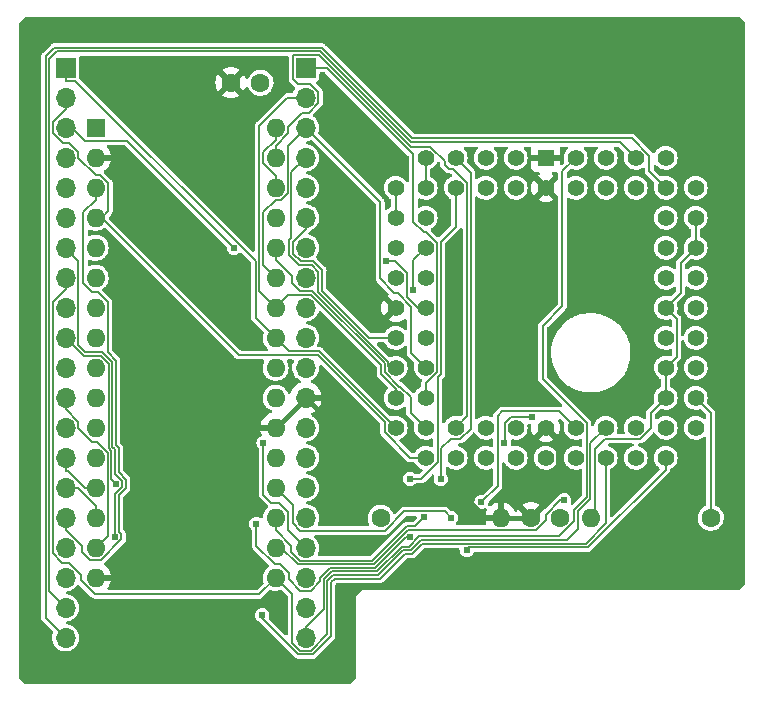
<source format=gbl>
G04 #@! TF.GenerationSoftware,KiCad,Pcbnew,(6.0.10-0)*
G04 #@! TF.CreationDate,2023-01-08T18:49:51+09:00*
G04 #@! TF.ProjectId,MEZZ180RAM,4d455a5a-3138-4305-9241-4d2e6b696361,A*
G04 #@! TF.SameCoordinates,PX5f5e100PY8f0d180*
G04 #@! TF.FileFunction,Copper,L2,Bot*
G04 #@! TF.FilePolarity,Positive*
%FSLAX46Y46*%
G04 Gerber Fmt 4.6, Leading zero omitted, Abs format (unit mm)*
G04 Created by KiCad (PCBNEW (6.0.10-0)) date 2023-01-08 18:49:51*
%MOMM*%
%LPD*%
G01*
G04 APERTURE LIST*
G04 #@! TA.AperFunction,ComponentPad*
%ADD10C,1.600000*%
G04 #@! TD*
G04 #@! TA.AperFunction,ComponentPad*
%ADD11O,1.600000X1.600000*%
G04 #@! TD*
G04 #@! TA.AperFunction,ComponentPad*
%ADD12R,1.600000X1.600000*%
G04 #@! TD*
G04 #@! TA.AperFunction,ComponentPad*
%ADD13R,1.422400X1.422400*%
G04 #@! TD*
G04 #@! TA.AperFunction,ComponentPad*
%ADD14C,1.422400*%
G04 #@! TD*
G04 #@! TA.AperFunction,ComponentPad*
%ADD15R,1.700000X1.700000*%
G04 #@! TD*
G04 #@! TA.AperFunction,ComponentPad*
%ADD16O,1.700000X1.700000*%
G04 #@! TD*
G04 #@! TA.AperFunction,ViaPad*
%ADD17C,0.605000*%
G04 #@! TD*
G04 #@! TA.AperFunction,Conductor*
%ADD18C,0.152400*%
G04 #@! TD*
G04 #@! TA.AperFunction,Conductor*
%ADD19C,0.400000*%
G04 #@! TD*
G04 APERTURE END LIST*
D10*
X31115000Y14605000D03*
D11*
X41275000Y14605000D03*
D12*
X6980000Y47625000D03*
D11*
X6980000Y45085000D03*
X6980000Y42545000D03*
X6980000Y40005000D03*
X6980000Y37465000D03*
X6980000Y34925000D03*
X6980000Y32385000D03*
X6980000Y29845000D03*
X6980000Y27305000D03*
X6980000Y24765000D03*
X6980000Y22225000D03*
X6980000Y19685000D03*
X6980000Y17145000D03*
X6980000Y14605000D03*
X6980000Y12065000D03*
X6980000Y9525000D03*
X22220000Y9525000D03*
X22220000Y12065000D03*
X22220000Y14605000D03*
X22220000Y17145000D03*
X22220000Y19685000D03*
X22220000Y22225000D03*
X22220000Y24765000D03*
X22220000Y27305000D03*
X22220000Y29845000D03*
X22220000Y32385000D03*
X22220000Y34925000D03*
X22220000Y37465000D03*
X22220000Y40005000D03*
X22220000Y42545000D03*
X22220000Y45085000D03*
X22220000Y47625000D03*
D10*
X46335000Y14605000D03*
X43835000Y14605000D03*
X59055000Y14605000D03*
D11*
X48895000Y14605000D03*
D13*
X45085000Y45085000D03*
D14*
X45085000Y42545000D03*
X42545000Y45085000D03*
X42545000Y42545000D03*
X40005000Y45085000D03*
X40005000Y42545000D03*
X37465000Y45085000D03*
X37465000Y42545000D03*
X34925000Y45085000D03*
X32385000Y42545000D03*
X34925000Y42545000D03*
X32385000Y40005000D03*
X34925000Y40005000D03*
X32385000Y37465000D03*
X34925000Y37465000D03*
X32385000Y34925000D03*
X34925000Y34925000D03*
X32385000Y32385000D03*
X34925000Y32385000D03*
X32385000Y29845000D03*
X34925000Y29845000D03*
X32385000Y27305000D03*
X34925000Y27305000D03*
X32385000Y24765000D03*
X34925000Y24765000D03*
X32385000Y22225000D03*
X34925000Y19685000D03*
X34925000Y22225000D03*
X37465000Y19685000D03*
X37465000Y22225000D03*
X40005000Y19685000D03*
X40005000Y22225000D03*
X42545000Y19685000D03*
X42545000Y22225000D03*
X45085000Y19685000D03*
X45085000Y22225000D03*
X47625000Y19685000D03*
X47625000Y22225000D03*
X50165000Y19685000D03*
X50165000Y22225000D03*
X52705000Y19685000D03*
X52705000Y22225000D03*
X55245000Y19685000D03*
X57785000Y22225000D03*
X55245000Y22225000D03*
X57785000Y24765000D03*
X55245000Y24765000D03*
X57785000Y27305000D03*
X55245000Y27305000D03*
X57785000Y29845000D03*
X55245000Y29845000D03*
X57785000Y32385000D03*
X55245000Y32385000D03*
X57785000Y34925000D03*
X55245000Y34925000D03*
X57785000Y37465000D03*
X55245000Y37465000D03*
X57785000Y40005000D03*
X55245000Y40005000D03*
X57785000Y42545000D03*
X55245000Y45085000D03*
X55245000Y42545000D03*
X52705000Y45085000D03*
X52705000Y42545000D03*
X50165000Y45085000D03*
X50165000Y42545000D03*
X47625000Y45085000D03*
X47625000Y42545000D03*
D10*
X20935000Y51435000D03*
X18435000Y51435000D03*
D15*
X24765000Y52705000D03*
D16*
X24765000Y50165000D03*
X24765000Y47625000D03*
X24765000Y45085000D03*
X24765000Y42545000D03*
X24765000Y40005000D03*
X24765000Y37465000D03*
X24765000Y34925000D03*
X24765000Y32385000D03*
X24765000Y29845000D03*
X24765000Y27305000D03*
X24765000Y24765000D03*
X24765000Y22225000D03*
X24765000Y19685000D03*
X24765000Y17145000D03*
X24765000Y14605000D03*
X24765000Y12065000D03*
X24765000Y9525000D03*
X24765000Y6985000D03*
X24765000Y4445000D03*
D15*
X4445000Y52705000D03*
D16*
X4445000Y50165000D03*
X4445000Y47625000D03*
X4445000Y45085000D03*
X4445000Y42545000D03*
X4445000Y40005000D03*
X4445000Y37465000D03*
X4445000Y34925000D03*
X4445000Y32385000D03*
X4445000Y29845000D03*
X4445000Y27305000D03*
X4445000Y24765000D03*
X4445000Y22225000D03*
X4445000Y19685000D03*
X4445000Y17145000D03*
X4445000Y14605000D03*
X4445000Y12065000D03*
X4445000Y9525000D03*
X4445000Y6985000D03*
X4445000Y4445000D03*
D17*
X28575000Y34290000D03*
X20320000Y15875000D03*
X6985000Y6350000D03*
X41275000Y34290000D03*
X19050000Y31115000D03*
X27940000Y1270000D03*
X30480000Y26035000D03*
X37465000Y27305000D03*
X10795000Y34925000D03*
X10795000Y31115000D03*
X19050000Y41275000D03*
X43180000Y32385000D03*
X1270000Y27305000D03*
X60960000Y9525000D03*
X20320000Y22225000D03*
X41275000Y41275000D03*
X28575000Y14605000D03*
X19050000Y34925000D03*
X1270000Y1270000D03*
X10795000Y41275000D03*
X22225000Y6350000D03*
X33655000Y26035000D03*
X60960000Y55880000D03*
X38735000Y20955000D03*
X28575000Y12065000D03*
X28575000Y47625000D03*
X1270000Y55880000D03*
X36195000Y41275000D03*
X28575000Y39370000D03*
X31115000Y19685000D03*
X37465000Y29845000D03*
X10795000Y13335000D03*
X28575000Y27940000D03*
X28575000Y23495000D03*
X18678200Y37465000D03*
X8636000Y12990800D03*
X46649000Y16089600D03*
X34798000Y14628700D03*
X43966600Y23105400D03*
X41551600Y20955000D03*
X8693900Y17493400D03*
X38396900Y11882100D03*
X37084000Y14605000D03*
X21082000Y6350000D03*
X33610603Y12998397D03*
X20574000Y14097000D03*
X39648200Y15917000D03*
X31590100Y36322000D03*
X33873200Y33931600D03*
X36195000Y17907000D03*
X33589900Y17907000D03*
X21191300Y20955000D03*
D18*
X38396900Y11882100D02*
X38622700Y12107900D01*
X38622700Y12107900D02*
X48683900Y12107900D01*
X48683900Y12107900D02*
X55245000Y18669000D01*
X55245000Y18669000D02*
X55245000Y19685000D01*
X24765000Y4445000D02*
X24765000Y5334000D01*
X24765000Y5334000D02*
X26299400Y6868400D01*
X26299400Y6868400D02*
X26299400Y9394952D01*
X26299400Y9394952D02*
X26967548Y10063100D01*
X26967548Y10063100D02*
X30785504Y10063100D01*
X30785504Y10063100D02*
X32889004Y12166600D01*
X32889004Y12166600D02*
X33529895Y12166600D01*
X33529895Y12166600D02*
X34385595Y13022300D01*
X34385595Y13022300D02*
X46206961Y13022300D01*
X46206961Y13022300D02*
X47507000Y14322339D01*
X47507000Y14322339D02*
X47507000Y15299052D01*
X47507000Y15299052D02*
X48564800Y16356852D01*
X48564800Y16356852D02*
X48564800Y22614278D01*
X48564800Y22614278D02*
X44831000Y26348078D01*
X44831000Y26348078D02*
X44831000Y30861000D01*
X44831000Y30861000D02*
X46482000Y32512000D01*
X46482000Y32512000D02*
X46482000Y43942000D01*
X46482000Y43942000D02*
X47625000Y45085000D01*
D19*
X43835000Y14605000D02*
X46149000Y16919000D01*
X24765000Y24765000D02*
X27940000Y21590000D01*
X24760000Y24765000D02*
X22220000Y22225000D01*
X24765000Y24765000D02*
X24760000Y24765000D01*
X20320000Y22225000D02*
X18415000Y22225000D01*
X29210000Y17145000D02*
X37465000Y17145000D01*
X46149000Y16919000D02*
X46149000Y21161000D01*
X27940000Y18415000D02*
X29210000Y17145000D01*
X46149000Y21161000D02*
X45085000Y22225000D01*
X22220000Y22225000D02*
X20320000Y22225000D01*
X10160000Y9525000D02*
X6980000Y9525000D01*
X13970000Y17780000D02*
X13970000Y13335000D01*
X13970000Y13335000D02*
X10160000Y9525000D01*
X41275000Y14605000D02*
X43835000Y14605000D01*
X37465000Y17145000D02*
X40005000Y14605000D01*
X27940000Y19685000D02*
X27940000Y18415000D01*
X40005000Y14605000D02*
X41275000Y14605000D01*
X18415000Y22225000D02*
X13970000Y17780000D01*
X27940000Y21590000D02*
X27940000Y19685000D01*
D18*
X49225200Y14935200D02*
X49225200Y20396200D01*
X22220000Y43573700D02*
X21191300Y44602400D01*
X22220000Y47625000D02*
X22220000Y46596300D01*
X56185000Y28245000D02*
X56185000Y31445000D01*
X53975100Y22166022D02*
X53975100Y23495100D01*
X56515100Y33655100D02*
X55245000Y32385000D01*
X56185000Y31445000D02*
X55245000Y32385000D01*
X55245000Y24765000D02*
X55245000Y27305000D01*
X32385000Y40005000D02*
X32385000Y42545000D01*
X57785000Y37465000D02*
X56515100Y36195100D01*
X48895000Y14605000D02*
X49225200Y14935200D01*
X49225200Y20396200D02*
X50114200Y21285200D01*
X57785000Y40005000D02*
X57785000Y37465000D01*
X55245000Y27305000D02*
X56185000Y28245000D01*
X50114200Y21285200D02*
X53094278Y21285200D01*
X53975100Y23495100D02*
X55245000Y24765000D01*
X53094278Y21285200D02*
X53975100Y22166022D01*
X21191300Y44602400D02*
X21191300Y45567600D01*
X34925000Y42545000D02*
X34925000Y45085000D01*
X21191300Y45567600D02*
X22220000Y46596300D01*
X56515100Y36195100D02*
X56515100Y33655100D01*
X22220000Y42545000D02*
X22220000Y43573700D01*
X32385000Y22225000D02*
X25908000Y28702000D01*
X22225000Y29845000D02*
X22220000Y29845000D01*
X23368000Y28702000D02*
X22225000Y29845000D01*
X5268200Y51626300D02*
X4445000Y51626300D01*
X20533100Y31531900D02*
X20533100Y36361400D01*
X20533100Y36361400D02*
X5268200Y51626300D01*
X4445000Y51626300D02*
X4445000Y52705000D01*
X25908000Y28702000D02*
X23368000Y28702000D01*
X22220000Y29845000D02*
X20533100Y31531900D01*
X4187800Y46355000D02*
X4756200Y46355000D01*
X7376100Y43623800D02*
X8031600Y42968300D01*
X3366300Y47176500D02*
X4187800Y46355000D01*
X6980000Y40005000D02*
X7494400Y40005000D01*
X33595922Y19685000D02*
X31445200Y21835722D01*
X19115800Y28383600D02*
X7494400Y40005000D01*
X31445200Y21835722D02*
X31445200Y22733747D01*
X5523900Y45587300D02*
X5523900Y45083900D01*
X34925000Y19685000D02*
X33595922Y19685000D01*
X8031600Y42968300D02*
X8031600Y40542200D01*
X3366300Y48142600D02*
X3366300Y47176500D01*
X25795347Y28383600D02*
X19115800Y28383600D01*
X8031600Y40542200D02*
X7494400Y40005000D01*
X6984000Y43623800D02*
X7376100Y43623800D01*
X5523900Y45083900D02*
X6984000Y43623800D01*
X4445000Y50165000D02*
X4445000Y49221300D01*
X4445000Y49221300D02*
X3366300Y48142600D01*
X4756200Y46355000D02*
X5523900Y45587300D01*
X31445200Y22733747D02*
X25795347Y28383600D01*
X32780700Y25705000D02*
X33655000Y24830700D01*
X4984300Y47625000D02*
X4445000Y47625000D01*
X31445200Y27673300D02*
X31445200Y26915722D01*
X33655000Y23495000D02*
X34925000Y22225000D01*
X6063000Y46546300D02*
X4984300Y47625000D01*
X31445200Y26915722D02*
X32655922Y25705000D01*
X23609600Y35046700D02*
X23609600Y34489500D01*
X22220000Y37465000D02*
X22220000Y36436300D01*
X25336500Y33782000D02*
X31445200Y27673300D01*
X22220000Y36436300D02*
X23609600Y35046700D01*
X9596900Y46546300D02*
X6063000Y46546300D01*
X23609600Y34489500D02*
X24317100Y33782000D01*
X32655922Y25705000D02*
X32780700Y25705000D01*
X24317100Y33782000D02*
X25336500Y33782000D01*
X18678200Y37465000D02*
X9596900Y46546300D01*
X33655000Y24830700D02*
X33655000Y23495000D01*
X8008600Y32857400D02*
X7149800Y33716200D01*
X8686800Y27914965D02*
X8001000Y28600765D01*
X6980000Y41516300D02*
X6980000Y42545000D01*
X8001000Y30278661D02*
X8001000Y31951339D01*
X6513000Y11019700D02*
X7415989Y11019700D01*
X8923100Y18446341D02*
X8923100Y20529056D01*
X4445000Y14605000D02*
X4445000Y13597100D01*
X8940800Y16510748D02*
X9529800Y17099748D01*
X8940800Y13437089D02*
X8940800Y16510748D01*
X8008600Y31958939D02*
X8008600Y32857400D01*
X5828600Y12213500D02*
X5828600Y11704100D01*
X7415989Y11019700D02*
X9167100Y12770811D01*
X9529800Y17099748D02*
X9529800Y17839641D01*
X4445000Y13597100D02*
X5828600Y12213500D01*
X8008600Y30271061D02*
X8001000Y30278661D01*
X9167100Y13210789D02*
X8940800Y13437089D01*
X8001000Y29411339D02*
X8008600Y29418939D01*
X8001000Y28600765D02*
X8001000Y29411339D01*
X8001000Y31951339D02*
X8008600Y31958939D01*
X5828600Y11704100D02*
X6513000Y11019700D01*
X6677300Y33716200D02*
X5951300Y34442200D01*
X9529800Y17839641D02*
X8923100Y18446341D01*
X8686800Y20765356D02*
X8686800Y27914965D01*
X9167100Y12770811D02*
X9167100Y13210789D01*
X5951300Y34442200D02*
X5951300Y40487600D01*
X7149800Y33716200D02*
X6677300Y33716200D01*
X8923100Y20529056D02*
X8686800Y20765356D01*
X5951300Y40487600D02*
X6980000Y41516300D01*
X8008600Y29418939D02*
X8008600Y30271061D01*
X23686400Y51744900D02*
X23686400Y53783600D01*
X36880800Y44145200D02*
X37213000Y44145200D01*
X25137371Y51318000D02*
X24113300Y51318000D01*
X23248700Y47142400D02*
X23248700Y47675300D01*
X24468400Y48895000D02*
X25020371Y48895000D01*
X38420300Y42937900D02*
X38420300Y23180300D01*
X25895452Y53783600D02*
X33654252Y46024800D01*
X23686400Y53783600D02*
X25895452Y53783600D01*
X25843600Y49718229D02*
X25843600Y50611771D01*
X25020371Y48895000D02*
X25843600Y49718229D01*
X38420300Y23180300D02*
X37465000Y22225000D01*
X25843600Y50611771D02*
X25137371Y51318000D01*
X36525200Y44500800D02*
X36880800Y44145200D01*
X22220000Y46113700D02*
X23248700Y47142400D01*
X33654252Y46024800D02*
X35314278Y46024800D01*
X36525200Y44813878D02*
X36525200Y44500800D01*
X23248700Y47675300D02*
X24468400Y48895000D01*
X37213000Y44145200D02*
X38420300Y42937900D01*
X22220000Y45085000D02*
X22220000Y46113700D01*
X24113300Y51318000D02*
X23686400Y51744900D01*
X35314278Y46024800D02*
X36525200Y44813878D01*
X5523700Y36386300D02*
X4445000Y37465000D01*
X24081100Y10672700D02*
X22688800Y12065000D01*
X6082652Y28638400D02*
X5523700Y29197352D01*
X30533000Y10672700D02*
X24081100Y10672700D01*
X45085100Y14374700D02*
X44286600Y13576200D01*
X33436500Y13576200D02*
X30533000Y10672700D01*
X46320800Y16089600D02*
X45085100Y14853900D01*
X5523700Y29197352D02*
X5523700Y36386300D01*
X7532313Y28638400D02*
X6082652Y28638400D01*
X8618300Y20402804D02*
X8382000Y20639104D01*
X8636000Y16637000D02*
X9225000Y17226000D01*
X22688800Y12065000D02*
X22220000Y12065000D01*
X8382000Y20639104D02*
X8382000Y27788713D01*
X8618300Y18320089D02*
X8618300Y20402804D01*
X44286600Y13576200D02*
X33436500Y13576200D01*
X9225000Y17226000D02*
X9225000Y17713389D01*
X45085100Y14853900D02*
X45085100Y14374700D01*
X46649000Y16089600D02*
X46320800Y16089600D01*
X8382000Y27788713D02*
X7532313Y28638400D01*
X9225000Y17713389D02*
X8618300Y18320089D01*
X8636000Y12990800D02*
X8636000Y16637000D01*
X5747800Y9300700D02*
X6920500Y8128000D01*
X22220000Y9525000D02*
X23622000Y8123000D01*
X24261600Y3353700D02*
X25199300Y3353700D01*
X6920500Y8128000D02*
X20823000Y8128000D01*
X4159800Y10795000D02*
X4730800Y10795000D01*
X47811800Y15172800D02*
X48869600Y16230600D01*
X25199300Y3353700D02*
X26604200Y4758600D01*
X47811800Y13648800D02*
X47811800Y15172800D01*
X3351200Y11603600D02*
X4159800Y10795000D01*
X4730800Y10795000D02*
X5747800Y9778000D01*
X3351200Y32887300D02*
X3351200Y11603600D01*
X46880500Y12717500D02*
X47811800Y13648800D01*
X23622000Y3993300D02*
X24261600Y3353700D01*
X26604200Y9268700D02*
X27093800Y9758300D01*
X4445000Y33981100D02*
X3351200Y32887300D01*
X26604200Y4758600D02*
X26604200Y9268700D01*
X27093800Y9758300D02*
X30911756Y9758300D01*
X5747800Y9778000D02*
X5747800Y9300700D01*
X23622000Y8123000D02*
X23622000Y3993300D01*
X48869600Y20929600D02*
X50165000Y22225000D01*
X34511847Y12717500D02*
X46880500Y12717500D01*
X48869600Y16230600D02*
X48869600Y20929600D01*
X20823000Y8128000D02*
X22220000Y9525000D01*
X33015256Y11861800D02*
X33656147Y11861800D01*
X30911756Y9758300D02*
X33015256Y11861800D01*
X4445000Y34925000D02*
X4445000Y33981100D01*
X33656147Y11861800D02*
X34511847Y12717500D01*
X23560100Y11727600D02*
X23560100Y12236200D01*
X43907200Y23164800D02*
X43966600Y23105400D01*
X30406948Y10977700D02*
X24310000Y10977700D01*
X22220000Y13576300D02*
X22220000Y14605000D01*
X42155722Y23164800D02*
X43907200Y23164800D01*
X41605200Y21008600D02*
X41605200Y22614278D01*
X23560100Y12236200D02*
X22220000Y13576300D01*
X33310248Y13881000D02*
X30406948Y10977700D01*
X41551600Y20955000D02*
X41605200Y21008600D01*
X24310000Y10977700D02*
X23560100Y11727600D01*
X34050300Y13881000D02*
X33310248Y13881000D01*
X34798000Y14628700D02*
X34050300Y13881000D01*
X41605200Y22614278D02*
X42155722Y23164800D01*
X37084000Y14605000D02*
X36529200Y15159800D01*
X8693900Y17493400D02*
X8313500Y17873800D01*
X7406061Y28333600D02*
X5956400Y28333600D01*
X8077200Y27662461D02*
X7406061Y28333600D01*
X33124461Y15159800D02*
X31491061Y13526400D01*
X8313500Y20276552D02*
X8077200Y20512852D01*
X8313500Y17873800D02*
X8313500Y20276552D01*
X31491061Y13526400D02*
X24318229Y13526400D01*
X24318229Y13526400D02*
X23686400Y14158229D01*
X23686400Y15678600D02*
X22220000Y17145000D01*
X23686400Y14158229D02*
X23686400Y15678600D01*
X5956400Y28333600D02*
X4445000Y29845000D01*
X36529200Y15159800D02*
X33124461Y15159800D01*
X8077200Y20512852D02*
X8077200Y27662461D01*
X26909000Y4557000D02*
X26909000Y9142448D01*
X4445000Y24765000D02*
X4445000Y23821300D01*
X4445000Y23821300D02*
X5523700Y22742600D01*
X5523700Y22742600D02*
X5523700Y22226100D01*
X6699600Y21050200D02*
X7069461Y21050200D01*
X48455300Y12412700D02*
X50165000Y14122400D01*
X33782399Y11557000D02*
X34638099Y12412700D01*
X34638099Y12412700D02*
X48455300Y12412700D01*
X24135348Y3048900D02*
X25400900Y3048900D01*
X7069461Y21050200D02*
X8008700Y20110961D01*
X27220052Y9453500D02*
X31038008Y9453500D01*
X26909000Y9142448D02*
X27220052Y9453500D01*
X8008700Y13093700D02*
X6980000Y12065000D01*
X33141508Y11557000D02*
X33782399Y11557000D01*
X31038008Y9453500D02*
X33141508Y11557000D01*
X8008700Y20110961D02*
X8008700Y13093700D01*
X21082000Y6102248D02*
X24135348Y3048900D01*
X50165000Y14122400D02*
X50165000Y19685000D01*
X21082000Y6350000D02*
X21082000Y6102248D01*
X25400900Y3048900D02*
X26909000Y4557000D01*
X5523700Y22226100D02*
X6699600Y21050200D01*
X4445000Y18606300D02*
X4618600Y18606300D01*
X4445000Y19685000D02*
X4445000Y18606300D01*
X4618600Y18606300D02*
X6079900Y17145000D01*
X6079900Y17145000D02*
X6980000Y17145000D01*
X4445000Y17145000D02*
X5523700Y17145000D01*
X20574000Y12255300D02*
X22142200Y10687100D01*
X41021000Y23245900D02*
X41411600Y23636500D01*
X5523700Y17090000D02*
X5523700Y17145000D01*
X46213500Y23636500D02*
X47625000Y22225000D01*
X25208971Y8443600D02*
X25994600Y9229229D01*
X20574000Y14097000D02*
X20574000Y12255300D01*
X41021000Y17289800D02*
X41021000Y23245900D01*
X41411600Y23636500D02*
X46213500Y23636500D01*
X6980000Y15633700D02*
X5523700Y17090000D01*
X26841296Y10367900D02*
X30659252Y10367900D01*
X25994600Y9229229D02*
X25994600Y9521204D01*
X39648200Y15917000D02*
X41021000Y17289800D01*
X22574500Y10687100D02*
X23359700Y9901900D01*
X25994600Y9521204D02*
X26841296Y10367900D01*
X23359700Y9901900D02*
X23359700Y9384600D01*
X22142200Y10687100D02*
X22574500Y10687100D01*
X33289749Y12998397D02*
X33610603Y12998397D01*
X24300700Y8443600D02*
X25208971Y8443600D01*
X30659252Y10367900D02*
X33289749Y12998397D01*
X6980000Y14605000D02*
X6980000Y15633700D01*
X23359700Y9384600D02*
X24300700Y8443600D01*
X34925000Y24765000D02*
X34925000Y25975600D01*
X34925000Y25975600D02*
X35877200Y26927800D01*
X33864800Y45383200D02*
X26543000Y52705000D01*
X34758800Y38783600D02*
X33864800Y39677600D01*
X26543000Y52705000D02*
X24765000Y52705000D01*
X35877200Y37887700D02*
X34981300Y38783600D01*
X33864800Y39677600D02*
X33864800Y45383200D01*
X34981300Y38783600D02*
X34758800Y38783600D01*
X35877200Y26927800D02*
X35877200Y37887700D01*
X22220000Y32390000D02*
X20837900Y33772100D01*
X25223848Y33463600D02*
X23298600Y33463600D01*
X32385000Y24765000D02*
X32385000Y25544870D01*
X31140400Y27547048D02*
X25223848Y33463600D01*
X32385000Y25544870D02*
X31140400Y26789470D01*
X20837900Y47785900D02*
X23217000Y50165000D01*
X23217000Y50165000D02*
X24765000Y50165000D01*
X23298600Y33463600D02*
X22220000Y32385000D01*
X20837900Y33772100D02*
X20837900Y47785900D01*
X22220000Y32385000D02*
X22220000Y32390000D01*
X31140400Y26789470D02*
X31140400Y27547048D01*
X33712400Y28517600D02*
X34925000Y27305000D01*
X22207700Y41493700D02*
X21175000Y40461000D01*
X24765000Y47625000D02*
X31059500Y41330500D01*
X22220000Y34930000D02*
X22220000Y34925000D01*
X32278600Y33655000D02*
X32540300Y33655000D01*
X31059500Y41330500D02*
X31059500Y34874100D01*
X33712400Y32482900D02*
X33712400Y28517600D01*
X31059500Y34874100D02*
X32278600Y33655000D01*
X24765000Y47625000D02*
X23248600Y46108600D01*
X23248600Y46108600D02*
X23248600Y42062100D01*
X23248600Y42062100D02*
X22680200Y41493700D01*
X22680200Y41493700D02*
X22207700Y41493700D01*
X21175000Y35975000D02*
X22220000Y34930000D01*
X21175000Y40461000D02*
X21175000Y35975000D01*
X32540300Y33655000D02*
X33712400Y32482900D01*
X24202748Y36017200D02*
X23381500Y36838448D01*
X31750000Y27432000D02*
X31750000Y27799552D01*
X23381500Y38108852D02*
X23553400Y38280752D01*
X31750000Y27799552D02*
X25843600Y33705952D01*
X32385000Y27305000D02*
X31877000Y27305000D01*
X23553400Y43873400D02*
X24765000Y45085000D01*
X25843600Y35446600D02*
X25273000Y36017200D01*
X25843600Y33705952D02*
X25843600Y35446600D01*
X23553400Y38280752D02*
X23553400Y43873400D01*
X23381500Y36838448D02*
X23381500Y38108852D01*
X31877000Y27305000D02*
X31750000Y27432000D01*
X25273000Y36017200D02*
X24202748Y36017200D01*
X26148400Y33832204D02*
X26148400Y35572852D01*
X32385000Y29845000D02*
X30135604Y29845000D01*
X23686300Y37982600D02*
X24765000Y39061300D01*
X24765000Y39061300D02*
X24765000Y40005000D01*
X23686300Y36964700D02*
X23686300Y37982600D01*
X30135604Y29845000D02*
X26148400Y33832204D01*
X26148400Y35572852D02*
X25399252Y36322000D01*
X25399252Y36322000D02*
X24329000Y36322000D01*
X24329000Y36322000D02*
X23686300Y36964700D01*
X34241352Y32385000D02*
X34925000Y32385000D01*
X32319700Y36322000D02*
X33325000Y35316700D01*
X31590100Y36322000D02*
X32319700Y36322000D01*
X33325000Y33301352D02*
X34241352Y32385000D01*
X33325000Y35316700D02*
X33325000Y33301352D01*
X33873200Y36413200D02*
X34925000Y37465000D01*
X33873200Y33931600D02*
X33873200Y36413200D01*
X59055000Y23495000D02*
X59055000Y14605000D01*
X57785000Y24765000D02*
X59055000Y23495000D01*
X36251900Y17963900D02*
X36251900Y20503900D01*
X38725300Y22156222D02*
X38725300Y43824700D01*
X37033200Y21285200D02*
X37854278Y21285200D01*
X36251900Y20503900D02*
X37033200Y21285200D01*
X38725300Y43824700D02*
X37465000Y45085000D01*
X36195000Y17907000D02*
X36251900Y17963900D01*
X37854278Y21285200D02*
X38725300Y22156222D01*
X35947100Y26510500D02*
X36182000Y26745400D01*
X35947100Y19304500D02*
X35947100Y26510500D01*
X33589900Y17907000D02*
X34549600Y17907000D01*
X36182000Y26745400D02*
X36182000Y37960000D01*
X34549600Y17907000D02*
X35947100Y19304500D01*
X36182000Y37960000D02*
X37465000Y39243000D01*
X37465000Y39243000D02*
X37465000Y42545000D01*
X3479800Y54406800D02*
X26134356Y54406800D01*
X52383078Y46736000D02*
X53848000Y45271078D01*
X33805156Y46736000D02*
X52383078Y46736000D01*
X4445000Y4445000D02*
X2741600Y6148400D01*
X53848000Y43942000D02*
X55245000Y42545000D01*
X2741600Y53668600D02*
X3479800Y54406800D01*
X26134356Y54406800D02*
X33805156Y46736000D01*
X53848000Y45271078D02*
X53848000Y43942000D01*
X2741600Y6148400D02*
X2741600Y53668600D01*
X3046400Y8383600D02*
X3046400Y53465400D01*
X3046400Y53465400D02*
X3683000Y54102000D01*
X26008104Y54102000D02*
X33704304Y46405800D01*
X51384200Y46405800D02*
X52705000Y45085000D01*
X3683000Y54102000D02*
X26008104Y54102000D01*
X33704304Y46405800D02*
X51384200Y46405800D01*
X4445000Y6985000D02*
X3046400Y8383600D01*
X21191300Y19202900D02*
X21191400Y19202800D01*
X22479000Y15875000D02*
X23248600Y15105400D01*
X23248600Y15105400D02*
X23248600Y14178939D01*
X21191300Y20955000D02*
X21191300Y19202900D01*
X23241000Y14171339D02*
X23241000Y13589000D01*
X23241000Y13589000D02*
X24765000Y12065000D01*
X23248600Y14178939D02*
X23241000Y14171339D01*
X21191400Y19202800D02*
X21191400Y16540200D01*
X21856600Y15875000D02*
X22479000Y15875000D01*
X21191400Y16540200D02*
X21856600Y15875000D01*
G04 #@! TA.AperFunction,Conductor*
G36*
X61515931Y56979998D02*
G01*
X61536905Y56963095D01*
X61963095Y56536905D01*
X61997121Y56474593D01*
X62000000Y56447810D01*
X62000000Y9052190D01*
X61979998Y8984069D01*
X61963095Y8963095D01*
X61536905Y8536905D01*
X61474593Y8502879D01*
X61447810Y8500000D01*
X29500000Y8500000D01*
X29000000Y8000000D01*
X29000000Y1052190D01*
X28979998Y984069D01*
X28963095Y963095D01*
X28536905Y536905D01*
X28474593Y502879D01*
X28447810Y500000D01*
X1052190Y500000D01*
X984069Y520002D01*
X963095Y536905D01*
X536905Y963095D01*
X502879Y1025407D01*
X500000Y1052190D01*
X500000Y6166390D01*
X2360114Y6166390D01*
X2364026Y6133343D01*
X2364372Y6127476D01*
X2364472Y6127484D01*
X2364900Y6122307D01*
X2364900Y6117104D01*
X2368043Y6098221D01*
X2368878Y6092350D01*
X2369504Y6087063D01*
X2374856Y6041851D01*
X2378788Y6033662D01*
X2380281Y6024693D01*
X2385224Y6015533D01*
X2404439Y5979922D01*
X2407135Y5974630D01*
X2425711Y5935944D01*
X2425713Y5935940D01*
X2429142Y5928800D01*
X2432706Y5924560D01*
X2434637Y5922629D01*
X2436375Y5920735D01*
X2436442Y5920611D01*
X2436328Y5920507D01*
X2436765Y5920012D01*
X2439833Y5914325D01*
X2447476Y5907260D01*
X2479139Y5877991D01*
X2482705Y5874561D01*
X3345659Y5011607D01*
X3379685Y4949295D01*
X3376897Y4885148D01*
X3314820Y4685227D01*
X3289967Y4475246D01*
X3303796Y4264251D01*
X3305217Y4258655D01*
X3305218Y4258650D01*
X3327784Y4169800D01*
X3355845Y4059310D01*
X3444369Y3867286D01*
X3566405Y3694609D01*
X3717865Y3547063D01*
X3722661Y3543858D01*
X3722664Y3543856D01*
X3865936Y3448125D01*
X3893677Y3429589D01*
X3898985Y3427308D01*
X3898986Y3427308D01*
X4082650Y3348400D01*
X4082653Y3348399D01*
X4087953Y3346122D01*
X4093582Y3344848D01*
X4093583Y3344848D01*
X4288550Y3300731D01*
X4288553Y3300731D01*
X4294186Y3299456D01*
X4299957Y3299229D01*
X4299959Y3299229D01*
X4361989Y3296792D01*
X4505470Y3291154D01*
X4511179Y3291982D01*
X4511183Y3291982D01*
X4709015Y3320667D01*
X4709019Y3320668D01*
X4714730Y3321496D01*
X4793987Y3348400D01*
X4909483Y3387605D01*
X4909488Y3387607D01*
X4914955Y3389463D01*
X4919998Y3392287D01*
X5094395Y3489954D01*
X5094399Y3489957D01*
X5099442Y3492781D01*
X5262012Y3627988D01*
X5397219Y3790558D01*
X5400043Y3795601D01*
X5400046Y3795605D01*
X5497713Y3970002D01*
X5497714Y3970004D01*
X5500537Y3975045D01*
X5502393Y3980512D01*
X5502395Y3980517D01*
X5566647Y4169800D01*
X5568504Y4175270D01*
X5579733Y4252708D01*
X5598314Y4380860D01*
X5598314Y4380862D01*
X5598846Y4384530D01*
X5600429Y4445000D01*
X5581081Y4655560D01*
X5523686Y4859069D01*
X5514484Y4877730D01*
X5432719Y5043531D01*
X5430165Y5048710D01*
X5303651Y5218133D01*
X5148381Y5361663D01*
X5083944Y5402320D01*
X4974434Y5471416D01*
X4974433Y5471416D01*
X4969554Y5474495D01*
X4773160Y5552848D01*
X4767503Y5553973D01*
X4767497Y5553975D01*
X4570234Y5593212D01*
X4507324Y5626119D01*
X4472192Y5687814D01*
X4475992Y5758709D01*
X4517517Y5816295D01*
X4576734Y5841487D01*
X4709015Y5860667D01*
X4709019Y5860668D01*
X4714730Y5861496D01*
X4793987Y5888400D01*
X4909483Y5927605D01*
X4909488Y5927607D01*
X4914955Y5929463D01*
X4926528Y5935944D01*
X5094395Y6029954D01*
X5094399Y6029957D01*
X5099442Y6032781D01*
X5262012Y6167988D01*
X5397219Y6330558D01*
X5400043Y6335601D01*
X5400046Y6335605D01*
X5497713Y6510002D01*
X5497714Y6510004D01*
X5500537Y6515045D01*
X5502393Y6520512D01*
X5502395Y6520517D01*
X5566647Y6709800D01*
X5568504Y6715270D01*
X5592372Y6879877D01*
X5598314Y6920860D01*
X5598314Y6920862D01*
X5598846Y6924530D01*
X5600429Y6985000D01*
X5581081Y7195560D01*
X5523686Y7399069D01*
X5430165Y7588710D01*
X5309073Y7750872D01*
X5307104Y7753509D01*
X5307103Y7753510D01*
X5303651Y7758133D01*
X5170558Y7881163D01*
X5152622Y7897743D01*
X5152620Y7897745D01*
X5148381Y7901663D01*
X4969554Y8014495D01*
X4773160Y8092848D01*
X4767503Y8093973D01*
X4767497Y8093975D01*
X4570234Y8133212D01*
X4507324Y8166119D01*
X4472192Y8227814D01*
X4475992Y8298709D01*
X4517517Y8356295D01*
X4576734Y8381487D01*
X4709015Y8400667D01*
X4709019Y8400668D01*
X4714730Y8401496D01*
X4795793Y8429013D01*
X4909483Y8467605D01*
X4909488Y8467607D01*
X4914955Y8469463D01*
X4922839Y8473878D01*
X5094395Y8569954D01*
X5094399Y8569957D01*
X5099442Y8572781D01*
X5262012Y8707988D01*
X5391759Y8863993D01*
X5393526Y8866117D01*
X5393528Y8866121D01*
X5397219Y8870558D01*
X5400040Y8875595D01*
X5400044Y8875601D01*
X5404914Y8884297D01*
X5455652Y8933958D01*
X5525184Y8948304D01*
X5591434Y8922781D01*
X5603941Y8911825D01*
X6112412Y8403353D01*
X6616212Y7899553D01*
X6631066Y7881163D01*
X6632376Y7879723D01*
X6638028Y7870970D01*
X6646206Y7864523D01*
X6646208Y7864521D01*
X6664163Y7850367D01*
X6668558Y7846461D01*
X6668623Y7846538D01*
X6672580Y7843185D01*
X6676262Y7839503D01*
X6691846Y7828367D01*
X6696586Y7824808D01*
X6728334Y7799779D01*
X6728337Y7799777D01*
X6736514Y7793331D01*
X6745087Y7790320D01*
X6752483Y7785035D01*
X6801238Y7770454D01*
X6806844Y7768632D01*
X6847356Y7754405D01*
X6847362Y7754404D01*
X6854839Y7751778D01*
X6860358Y7751300D01*
X6863072Y7751300D01*
X6865663Y7751188D01*
X6865799Y7751147D01*
X6865792Y7750996D01*
X6866441Y7750955D01*
X6872634Y7749103D01*
X6926088Y7751203D01*
X6931034Y7751300D01*
X20769372Y7751300D01*
X20792872Y7748799D01*
X20794825Y7748707D01*
X20805010Y7746514D01*
X20838060Y7750426D01*
X20843924Y7750772D01*
X20843916Y7750872D01*
X20849093Y7751300D01*
X20854296Y7751300D01*
X20873186Y7754444D01*
X20879050Y7755278D01*
X20919209Y7760032D01*
X20929549Y7761256D01*
X20937738Y7765188D01*
X20946707Y7766681D01*
X20991479Y7790839D01*
X20996770Y7793535D01*
X21035456Y7812111D01*
X21035460Y7812113D01*
X21042600Y7815542D01*
X21046840Y7819106D01*
X21048771Y7821037D01*
X21050665Y7822775D01*
X21050789Y7822842D01*
X21050893Y7822728D01*
X21051388Y7823165D01*
X21057075Y7826233D01*
X21093410Y7865540D01*
X21096839Y7869105D01*
X21694382Y8466648D01*
X21756694Y8500674D01*
X21833214Y8493321D01*
X21873167Y8476156D01*
X21873170Y8476155D01*
X21878470Y8473878D01*
X21884099Y8472604D01*
X21884100Y8472604D01*
X22034994Y8438460D01*
X22075740Y8429240D01*
X22081509Y8429013D01*
X22081512Y8429013D01*
X22155104Y8426122D01*
X22277842Y8421300D01*
X22364131Y8433811D01*
X22472286Y8449492D01*
X22472291Y8449493D01*
X22478007Y8450322D01*
X22483480Y8452180D01*
X22483485Y8452181D01*
X22615794Y8497094D01*
X22686729Y8500050D01*
X22745390Y8466876D01*
X23208395Y8003871D01*
X23242421Y7941559D01*
X23245300Y7914776D01*
X23245300Y4775872D01*
X23225298Y4707751D01*
X23171642Y4661258D01*
X23101368Y4651154D01*
X23036788Y4680648D01*
X23030205Y4686777D01*
X22413655Y5303328D01*
X21686517Y6030466D01*
X21652491Y6092778D01*
X21659204Y6167779D01*
X21669479Y6192585D01*
X21690203Y6350000D01*
X21669479Y6507415D01*
X21655854Y6540310D01*
X21627636Y6608431D01*
X21608719Y6654101D01*
X21512064Y6780064D01*
X21386102Y6876719D01*
X21239415Y6937479D01*
X21082000Y6958203D01*
X21073812Y6957125D01*
X20932771Y6938557D01*
X20932769Y6938556D01*
X20924585Y6937479D01*
X20777899Y6876719D01*
X20651936Y6780064D01*
X20555281Y6654101D01*
X20536364Y6608431D01*
X20508147Y6540310D01*
X20494521Y6507415D01*
X20473797Y6350000D01*
X20474875Y6341812D01*
X20489519Y6230582D01*
X20494521Y6192585D01*
X20555281Y6045899D01*
X20651936Y5919936D01*
X20658486Y5914910D01*
X20767638Y5831154D01*
X20777898Y5823281D01*
X20820538Y5805619D01*
X20840672Y5797279D01*
X20881549Y5769965D01*
X23831060Y2820453D01*
X23845914Y2802063D01*
X23847224Y2800623D01*
X23852876Y2791870D01*
X23861054Y2785423D01*
X23861056Y2785421D01*
X23879011Y2771267D01*
X23883406Y2767361D01*
X23883471Y2767438D01*
X23887428Y2764085D01*
X23891110Y2760403D01*
X23906694Y2749267D01*
X23911434Y2745708D01*
X23943182Y2720679D01*
X23943185Y2720677D01*
X23951362Y2714231D01*
X23959935Y2711220D01*
X23967331Y2705935D01*
X24016086Y2691354D01*
X24021692Y2689532D01*
X24062204Y2675305D01*
X24062210Y2675304D01*
X24069687Y2672678D01*
X24075206Y2672200D01*
X24077920Y2672200D01*
X24080511Y2672088D01*
X24080647Y2672047D01*
X24080640Y2671896D01*
X24081289Y2671855D01*
X24087482Y2670003D01*
X24140936Y2672103D01*
X24145882Y2672200D01*
X25347272Y2672200D01*
X25370772Y2669699D01*
X25372725Y2669607D01*
X25382910Y2667414D01*
X25415960Y2671326D01*
X25421824Y2671672D01*
X25421816Y2671772D01*
X25426993Y2672200D01*
X25432196Y2672200D01*
X25451086Y2675344D01*
X25456950Y2676178D01*
X25497109Y2680932D01*
X25507449Y2682156D01*
X25515638Y2686088D01*
X25524607Y2687581D01*
X25569379Y2711739D01*
X25574670Y2714435D01*
X25613356Y2733011D01*
X25613360Y2733013D01*
X25620500Y2736442D01*
X25624740Y2740006D01*
X25626671Y2741937D01*
X25628565Y2743675D01*
X25628689Y2743742D01*
X25628793Y2743628D01*
X25629288Y2744065D01*
X25634975Y2747133D01*
X25671310Y2786440D01*
X25674739Y2790005D01*
X27137442Y4252708D01*
X27155835Y4267564D01*
X27157278Y4268877D01*
X27166030Y4274528D01*
X27186643Y4300676D01*
X27190540Y4305060D01*
X27190463Y4305125D01*
X27193817Y4309083D01*
X27197496Y4312762D01*
X27208628Y4328339D01*
X27212191Y4333084D01*
X27237221Y4364835D01*
X27243669Y4373014D01*
X27246680Y4381587D01*
X27251965Y4388983D01*
X27266546Y4437738D01*
X27268368Y4443344D01*
X27282595Y4483856D01*
X27282596Y4483862D01*
X27285222Y4491339D01*
X27285700Y4496858D01*
X27285700Y4499572D01*
X27285812Y4502163D01*
X27285853Y4502299D01*
X27286004Y4502292D01*
X27286045Y4502941D01*
X27287897Y4509134D01*
X27285797Y4562588D01*
X27285700Y4567534D01*
X27285700Y8934224D01*
X27305702Y9002345D01*
X27322605Y9023319D01*
X27339181Y9039895D01*
X27401493Y9073921D01*
X27428276Y9076800D01*
X30984380Y9076800D01*
X31007880Y9074299D01*
X31009833Y9074207D01*
X31020018Y9072014D01*
X31053068Y9075926D01*
X31058932Y9076272D01*
X31058924Y9076372D01*
X31064101Y9076800D01*
X31069304Y9076800D01*
X31088194Y9079944D01*
X31094058Y9080778D01*
X31134217Y9085532D01*
X31144557Y9086756D01*
X31152746Y9090688D01*
X31161715Y9092181D01*
X31206487Y9116339D01*
X31211778Y9119035D01*
X31250464Y9137611D01*
X31250468Y9137613D01*
X31257608Y9141042D01*
X31261848Y9144606D01*
X31263779Y9146537D01*
X31265673Y9148275D01*
X31265797Y9148342D01*
X31265901Y9148228D01*
X31266396Y9148665D01*
X31272083Y9151733D01*
X31308418Y9191040D01*
X31311847Y9194605D01*
X33260638Y11143395D01*
X33322950Y11177421D01*
X33349733Y11180300D01*
X33728771Y11180300D01*
X33752271Y11177799D01*
X33754224Y11177707D01*
X33764409Y11175514D01*
X33797459Y11179426D01*
X33803323Y11179772D01*
X33803315Y11179872D01*
X33808492Y11180300D01*
X33813695Y11180300D01*
X33832585Y11183444D01*
X33838449Y11184278D01*
X33878608Y11189032D01*
X33888948Y11190256D01*
X33897137Y11194188D01*
X33906106Y11195681D01*
X33950878Y11219839D01*
X33956169Y11222535D01*
X33994855Y11241111D01*
X33994859Y11241113D01*
X34001999Y11244542D01*
X34006239Y11248106D01*
X34008170Y11250037D01*
X34010064Y11251775D01*
X34010188Y11251842D01*
X34010292Y11251728D01*
X34010787Y11252165D01*
X34016474Y11255233D01*
X34052809Y11294540D01*
X34056238Y11298105D01*
X34757228Y11999095D01*
X34819540Y12033121D01*
X34846323Y12036000D01*
X37665283Y12036000D01*
X37733404Y12015998D01*
X37779897Y11962342D01*
X37789457Y11898546D01*
X37789775Y11898546D01*
X37789775Y11896423D01*
X37790205Y11893554D01*
X37788697Y11882100D01*
X37789775Y11873912D01*
X37808150Y11734343D01*
X37809421Y11724685D01*
X37870181Y11577999D01*
X37966836Y11452036D01*
X37973386Y11447010D01*
X38068010Y11374402D01*
X38092798Y11355381D01*
X38239485Y11294621D01*
X38396900Y11273897D01*
X38405088Y11274975D01*
X38546127Y11293543D01*
X38554315Y11294621D01*
X38701002Y11355381D01*
X38725791Y11374402D01*
X38820414Y11447010D01*
X38826964Y11452036D01*
X38923619Y11577999D01*
X38926776Y11585621D01*
X38926779Y11585626D01*
X38954859Y11653418D01*
X38999407Y11708699D01*
X39071268Y11731200D01*
X48630272Y11731200D01*
X48653772Y11728699D01*
X48655725Y11728607D01*
X48665910Y11726414D01*
X48698960Y11730326D01*
X48704824Y11730672D01*
X48704816Y11730772D01*
X48709993Y11731200D01*
X48715196Y11731200D01*
X48734086Y11734344D01*
X48739950Y11735178D01*
X48780109Y11739932D01*
X48790449Y11741156D01*
X48798638Y11745088D01*
X48807607Y11746581D01*
X48852379Y11770739D01*
X48857670Y11773435D01*
X48896356Y11792011D01*
X48896360Y11792013D01*
X48903500Y11795442D01*
X48907740Y11799006D01*
X48909671Y11800937D01*
X48911565Y11802675D01*
X48911689Y11802742D01*
X48911793Y11802628D01*
X48912288Y11803065D01*
X48917975Y11806133D01*
X48954310Y11845440D01*
X48957739Y11849005D01*
X55473442Y18364708D01*
X55491835Y18379564D01*
X55493278Y18380877D01*
X55502030Y18386528D01*
X55522643Y18412676D01*
X55526539Y18417060D01*
X55526463Y18417124D01*
X55529821Y18421087D01*
X55533497Y18424763D01*
X55544624Y18440333D01*
X55548173Y18445060D01*
X55579669Y18485014D01*
X55582680Y18493587D01*
X55587965Y18500983D01*
X55602542Y18549725D01*
X55604374Y18555362D01*
X55618595Y18595856D01*
X55618596Y18595862D01*
X55621222Y18603339D01*
X55621700Y18608858D01*
X55621700Y18611573D01*
X55621812Y18614159D01*
X55621854Y18614298D01*
X55622005Y18614292D01*
X55622046Y18614941D01*
X55623898Y18621135D01*
X55622747Y18650436D01*
X55622386Y18659624D01*
X55639699Y18728477D01*
X55691478Y18777035D01*
X55782230Y18822877D01*
X55784218Y18823881D01*
X55784223Y18823884D01*
X55789719Y18826660D01*
X55808875Y18841626D01*
X55883345Y18899809D01*
X55946064Y18948811D01*
X55958472Y18963185D01*
X56071681Y19094340D01*
X56071682Y19094341D01*
X56075705Y19099002D01*
X56173706Y19271514D01*
X56236332Y19459775D01*
X56257614Y19628237D01*
X56260757Y19653112D01*
X56260758Y19653122D01*
X56261199Y19656615D01*
X56261595Y19685000D01*
X56242234Y19882458D01*
X56184889Y20072394D01*
X56173665Y20093504D01*
X56094638Y20242133D01*
X56094636Y20242136D01*
X56091744Y20247575D01*
X56087854Y20252345D01*
X56087851Y20252349D01*
X55970241Y20396553D01*
X55970238Y20396556D01*
X55966346Y20401328D01*
X55943886Y20419909D01*
X55833695Y20511066D01*
X55813473Y20527795D01*
X55808054Y20530725D01*
X55808051Y20530727D01*
X55644366Y20619231D01*
X55644361Y20619233D01*
X55638946Y20622161D01*
X55449415Y20680831D01*
X55443290Y20681475D01*
X55443289Y20681475D01*
X55258225Y20700926D01*
X55258224Y20700926D01*
X55252097Y20701570D01*
X55169572Y20694060D01*
X55060648Y20684147D01*
X55060645Y20684146D01*
X55054509Y20683588D01*
X55048603Y20681850D01*
X55048599Y20681849D01*
X54921187Y20644349D01*
X54864177Y20627570D01*
X54688350Y20535650D01*
X54683550Y20531790D01*
X54683549Y20531790D01*
X54576574Y20445780D01*
X54533726Y20411329D01*
X54406194Y20259343D01*
X54403227Y20253945D01*
X54403223Y20253940D01*
X54336341Y20132280D01*
X54310612Y20085479D01*
X54308751Y20079612D01*
X54308750Y20079610D01*
X54306461Y20072394D01*
X54250620Y19896362D01*
X54228504Y19699194D01*
X54229020Y19693050D01*
X54243730Y19517874D01*
X54245106Y19501485D01*
X54257066Y19459775D01*
X54295251Y19326611D01*
X54299794Y19310766D01*
X54330357Y19251297D01*
X54387665Y19139788D01*
X54390484Y19134302D01*
X54394307Y19129478D01*
X54394310Y19129474D01*
X54453686Y19054561D01*
X54513723Y18978814D01*
X54518417Y18974819D01*
X54648967Y18863712D01*
X54664815Y18850224D01*
X54670195Y18847217D01*
X54675253Y18843702D01*
X54673810Y18841626D01*
X54715772Y18798846D01*
X54730193Y18729330D01*
X54704742Y18663052D01*
X54693702Y18650436D01*
X50756795Y14713530D01*
X50694483Y14679504D01*
X50623667Y14684569D01*
X50566832Y14727116D01*
X50542021Y14793636D01*
X50541700Y14802625D01*
X50541700Y18664272D01*
X50561702Y18732393D01*
X50610890Y18776738D01*
X50704218Y18823881D01*
X50704223Y18823884D01*
X50709719Y18826660D01*
X50728875Y18841626D01*
X50803345Y18899809D01*
X50866064Y18948811D01*
X50878472Y18963185D01*
X50991681Y19094340D01*
X50991682Y19094341D01*
X50995705Y19099002D01*
X51093706Y19271514D01*
X51156332Y19459775D01*
X51177614Y19628237D01*
X51180757Y19653112D01*
X51180758Y19653122D01*
X51181199Y19656615D01*
X51181595Y19685000D01*
X51162234Y19882458D01*
X51104889Y20072394D01*
X51093665Y20093504D01*
X51014638Y20242133D01*
X51014636Y20242136D01*
X51011744Y20247575D01*
X51007854Y20252345D01*
X51007851Y20252349D01*
X50890241Y20396553D01*
X50890238Y20396556D01*
X50886346Y20401328D01*
X50863886Y20419909D01*
X50753695Y20511066D01*
X50733473Y20527795D01*
X50728054Y20530725D01*
X50728051Y20530727D01*
X50564366Y20619231D01*
X50564361Y20619233D01*
X50558946Y20622161D01*
X50429810Y20662135D01*
X50370652Y20701387D01*
X50342105Y20766391D01*
X50353234Y20836510D01*
X50400505Y20889481D01*
X50467071Y20908500D01*
X52404314Y20908500D01*
X52472435Y20888498D01*
X52518928Y20834842D01*
X52529032Y20764568D01*
X52499538Y20699988D01*
X52439889Y20661626D01*
X52324177Y20627570D01*
X52148350Y20535650D01*
X52143550Y20531790D01*
X52143549Y20531790D01*
X52036574Y20445780D01*
X51993726Y20411329D01*
X51866194Y20259343D01*
X51863227Y20253945D01*
X51863223Y20253940D01*
X51796341Y20132280D01*
X51770612Y20085479D01*
X51768751Y20079612D01*
X51768750Y20079610D01*
X51766461Y20072394D01*
X51710620Y19896362D01*
X51688504Y19699194D01*
X51689020Y19693050D01*
X51703730Y19517874D01*
X51705106Y19501485D01*
X51717066Y19459775D01*
X51755251Y19326611D01*
X51759794Y19310766D01*
X51790357Y19251297D01*
X51847665Y19139788D01*
X51850484Y19134302D01*
X51854307Y19129478D01*
X51854310Y19129474D01*
X51913686Y19054561D01*
X51973723Y18978814D01*
X51978417Y18974819D01*
X52108967Y18863712D01*
X52124815Y18850224D01*
X52130193Y18847218D01*
X52130195Y18847217D01*
X52140199Y18841626D01*
X52298007Y18753430D01*
X52486701Y18692120D01*
X52683710Y18668628D01*
X52689845Y18669100D01*
X52689847Y18669100D01*
X52875388Y18683376D01*
X52875392Y18683377D01*
X52881530Y18683849D01*
X52887462Y18685505D01*
X52887466Y18685506D01*
X52980343Y18711438D01*
X53072626Y18737204D01*
X53249719Y18826660D01*
X53267658Y18840675D01*
X53401214Y18945022D01*
X53406064Y18948811D01*
X53418472Y18963185D01*
X53531681Y19094340D01*
X53531682Y19094341D01*
X53535705Y19099002D01*
X53633706Y19271514D01*
X53696332Y19459775D01*
X53717614Y19628237D01*
X53720757Y19653112D01*
X53720758Y19653122D01*
X53721199Y19656615D01*
X53721595Y19685000D01*
X53702234Y19882458D01*
X53644889Y20072394D01*
X53633665Y20093504D01*
X53554638Y20242133D01*
X53554636Y20242136D01*
X53551744Y20247575D01*
X53547854Y20252345D01*
X53547851Y20252349D01*
X53430241Y20396553D01*
X53430238Y20396556D01*
X53426346Y20401328D01*
X53403886Y20419909D01*
X53293695Y20511066D01*
X53273473Y20527795D01*
X53268054Y20530725D01*
X53268051Y20530727D01*
X53104366Y20619231D01*
X53104361Y20619233D01*
X53098946Y20622161D01*
X52969810Y20662135D01*
X52910652Y20701387D01*
X52882105Y20766391D01*
X52893234Y20836510D01*
X52940505Y20889481D01*
X53007071Y20908500D01*
X53040650Y20908500D01*
X53064150Y20905999D01*
X53066103Y20905907D01*
X53076288Y20903714D01*
X53109338Y20907626D01*
X53115202Y20907972D01*
X53115194Y20908072D01*
X53120371Y20908500D01*
X53125574Y20908500D01*
X53144464Y20911644D01*
X53150328Y20912478D01*
X53190487Y20917232D01*
X53200827Y20918456D01*
X53209016Y20922388D01*
X53217985Y20923881D01*
X53262757Y20948039D01*
X53268048Y20950735D01*
X53306734Y20969311D01*
X53306738Y20969313D01*
X53313878Y20972742D01*
X53318118Y20976306D01*
X53320049Y20978237D01*
X53321943Y20979975D01*
X53322067Y20980042D01*
X53322171Y20979928D01*
X53322666Y20980365D01*
X53328353Y20983433D01*
X53364688Y21022740D01*
X53368117Y21026305D01*
X54141217Y21799405D01*
X54203529Y21833431D01*
X54274344Y21828366D01*
X54331180Y21785819D01*
X54342378Y21767904D01*
X54387664Y21679787D01*
X54387669Y21679779D01*
X54390484Y21674302D01*
X54394307Y21669478D01*
X54394310Y21669474D01*
X54479587Y21561883D01*
X54513723Y21518814D01*
X54518417Y21514819D01*
X54648939Y21403736D01*
X54664815Y21390224D01*
X54670193Y21387218D01*
X54670195Y21387217D01*
X54687383Y21377611D01*
X54838007Y21293430D01*
X55026701Y21232120D01*
X55223710Y21208628D01*
X55229845Y21209100D01*
X55229847Y21209100D01*
X55415388Y21223376D01*
X55415392Y21223377D01*
X55421530Y21223849D01*
X55427462Y21225505D01*
X55427466Y21225506D01*
X55547788Y21259101D01*
X55612626Y21277204D01*
X55789719Y21366660D01*
X55803114Y21377125D01*
X55922732Y21470582D01*
X55946064Y21488811D01*
X55968514Y21514819D01*
X56071681Y21634340D01*
X56071682Y21634341D01*
X56075705Y21639002D01*
X56088743Y21661952D01*
X56120675Y21718163D01*
X56173706Y21811514D01*
X56236332Y21999775D01*
X56257614Y22168237D01*
X56260757Y22193112D01*
X56260758Y22193122D01*
X56261199Y22196615D01*
X56261595Y22225000D01*
X56260203Y22239194D01*
X56768504Y22239194D01*
X56785106Y22041485D01*
X56805317Y21971000D01*
X56836740Y21861418D01*
X56839794Y21850766D01*
X56874815Y21782622D01*
X56907943Y21718163D01*
X56930484Y21674302D01*
X56934307Y21669478D01*
X56934310Y21669474D01*
X57019587Y21561883D01*
X57053723Y21518814D01*
X57058417Y21514819D01*
X57188939Y21403736D01*
X57204815Y21390224D01*
X57210193Y21387218D01*
X57210195Y21387217D01*
X57227383Y21377611D01*
X57378007Y21293430D01*
X57566701Y21232120D01*
X57763710Y21208628D01*
X57769845Y21209100D01*
X57769847Y21209100D01*
X57955388Y21223376D01*
X57955392Y21223377D01*
X57961530Y21223849D01*
X57967462Y21225505D01*
X57967466Y21225506D01*
X58087788Y21259101D01*
X58152626Y21277204D01*
X58329719Y21366660D01*
X58343114Y21377125D01*
X58462732Y21470582D01*
X58474727Y21479953D01*
X58540720Y21506131D01*
X58610391Y21492474D01*
X58661618Y21443318D01*
X58678300Y21380664D01*
X58678300Y15726931D01*
X58658298Y15658810D01*
X58604642Y15612317D01*
X58595913Y15608720D01*
X58584612Y15604551D01*
X58584605Y15604547D01*
X58579193Y15602551D01*
X58574232Y15599599D01*
X58574231Y15599599D01*
X58439049Y15519174D01*
X58405371Y15499138D01*
X58253305Y15365780D01*
X58128089Y15206943D01*
X58033914Y15027947D01*
X57973937Y14834787D01*
X57950164Y14633931D01*
X57963392Y14432106D01*
X57964815Y14426504D01*
X58011023Y14244559D01*
X58013178Y14236072D01*
X58097856Y14052393D01*
X58101189Y14047677D01*
X58199668Y13908332D01*
X58214588Y13887220D01*
X58218730Y13883185D01*
X58311412Y13792899D01*
X58359466Y13746087D01*
X58527637Y13633718D01*
X58532937Y13631441D01*
X58532943Y13631438D01*
X58645363Y13583139D01*
X58713470Y13553878D01*
X58792921Y13535900D01*
X58879509Y13516307D01*
X58910740Y13509240D01*
X58916509Y13509013D01*
X58916512Y13509013D01*
X58992683Y13506021D01*
X59112842Y13501300D01*
X59205241Y13514697D01*
X59307286Y13529492D01*
X59307291Y13529493D01*
X59313007Y13530322D01*
X59318479Y13532180D01*
X59318481Y13532180D01*
X59499067Y13593481D01*
X59499069Y13593482D01*
X59504531Y13595336D01*
X59681001Y13694163D01*
X59743433Y13746087D01*
X59799149Y13792426D01*
X59836505Y13823495D01*
X59965837Y13978999D01*
X60064664Y14155469D01*
X60066682Y14161412D01*
X60127820Y14341519D01*
X60127820Y14341521D01*
X60129678Y14346993D01*
X60130507Y14352709D01*
X60130508Y14352714D01*
X60154837Y14520514D01*
X60158700Y14547158D01*
X60160215Y14605000D01*
X60141708Y14806409D01*
X60086807Y15001074D01*
X59997351Y15182473D01*
X59979079Y15206943D01*
X59879788Y15339909D01*
X59879787Y15339910D01*
X59876335Y15344533D01*
X59851692Y15367313D01*
X59732053Y15477906D01*
X59732051Y15477908D01*
X59727812Y15481826D01*
X59709332Y15493486D01*
X59561637Y15586675D01*
X59556757Y15589754D01*
X59511009Y15608006D01*
X59455151Y15651825D01*
X59431700Y15725035D01*
X59431700Y23441377D01*
X59434201Y23464877D01*
X59434293Y23466829D01*
X59436485Y23477010D01*
X59432573Y23510061D01*
X59432227Y23515925D01*
X59432128Y23515917D01*
X59431700Y23521096D01*
X59431700Y23526296D01*
X59430847Y23531423D01*
X59430846Y23531430D01*
X59428558Y23545176D01*
X59427721Y23551052D01*
X59422968Y23591207D01*
X59421744Y23601549D01*
X59417812Y23609738D01*
X59416319Y23618707D01*
X59392161Y23663479D01*
X59389465Y23668770D01*
X59370889Y23707456D01*
X59370887Y23707460D01*
X59367458Y23714600D01*
X59363894Y23718840D01*
X59361963Y23720771D01*
X59360225Y23722665D01*
X59360158Y23722789D01*
X59360272Y23722893D01*
X59359835Y23723388D01*
X59356767Y23729075D01*
X59317474Y23765397D01*
X59313907Y23768827D01*
X58773104Y24309631D01*
X58739079Y24371943D01*
X58742641Y24438497D01*
X58759708Y24489800D01*
X58776332Y24539775D01*
X58797614Y24708237D01*
X58800757Y24733112D01*
X58800758Y24733122D01*
X58801199Y24736615D01*
X58801595Y24765000D01*
X58782234Y24962458D01*
X58724889Y25152394D01*
X58708919Y25182429D01*
X58634638Y25322133D01*
X58634636Y25322136D01*
X58631744Y25327575D01*
X58627854Y25332345D01*
X58627851Y25332349D01*
X58510241Y25476553D01*
X58510238Y25476556D01*
X58506346Y25481328D01*
X58489588Y25495192D01*
X58410120Y25560933D01*
X58353473Y25607795D01*
X58348054Y25610725D01*
X58348051Y25610727D01*
X58184366Y25699231D01*
X58184361Y25699233D01*
X58178946Y25702161D01*
X57989415Y25760831D01*
X57983290Y25761475D01*
X57983289Y25761475D01*
X57798225Y25780926D01*
X57798224Y25780926D01*
X57792097Y25781570D01*
X57709572Y25774060D01*
X57600648Y25764147D01*
X57600645Y25764146D01*
X57594509Y25763588D01*
X57588603Y25761850D01*
X57588599Y25761849D01*
X57450345Y25721158D01*
X57404177Y25707570D01*
X57228350Y25615650D01*
X57223550Y25611790D01*
X57223549Y25611790D01*
X57116574Y25525780D01*
X57073726Y25491329D01*
X56946194Y25339343D01*
X56943227Y25333945D01*
X56943223Y25333940D01*
X56870734Y25202081D01*
X56850612Y25165479D01*
X56790620Y24976362D01*
X56768504Y24779194D01*
X56769020Y24773050D01*
X56783730Y24597874D01*
X56785106Y24581485D01*
X56797066Y24539775D01*
X56827858Y24432393D01*
X56839794Y24390766D01*
X56842610Y24385287D01*
X56907650Y24258733D01*
X56930484Y24214302D01*
X56934307Y24209478D01*
X56934310Y24209474D01*
X56993686Y24134561D01*
X57053723Y24058814D01*
X57058417Y24054819D01*
X57195365Y23938267D01*
X57204815Y23930224D01*
X57210193Y23927218D01*
X57210195Y23927217D01*
X57225377Y23918732D01*
X57378007Y23833430D01*
X57566701Y23772120D01*
X57763710Y23748628D01*
X57769845Y23749100D01*
X57769847Y23749100D01*
X57955388Y23763376D01*
X57955392Y23763377D01*
X57961530Y23763849D01*
X58118794Y23807758D01*
X58189783Y23806811D01*
X58241772Y23775494D01*
X58449021Y23568244D01*
X58641396Y23375869D01*
X58675421Y23313557D01*
X58678300Y23286774D01*
X58678300Y23066839D01*
X58658298Y22998718D01*
X58604642Y22952225D01*
X58534368Y22942121D01*
X58471985Y22969754D01*
X58416306Y23015815D01*
X58353473Y23067795D01*
X58348054Y23070725D01*
X58348051Y23070727D01*
X58184366Y23159231D01*
X58184361Y23159233D01*
X58178946Y23162161D01*
X57989415Y23220831D01*
X57983290Y23221475D01*
X57983289Y23221475D01*
X57798225Y23240926D01*
X57798224Y23240926D01*
X57792097Y23241570D01*
X57709572Y23234060D01*
X57600648Y23224147D01*
X57600645Y23224146D01*
X57594509Y23223588D01*
X57588603Y23221850D01*
X57588599Y23221849D01*
X57453749Y23182160D01*
X57404177Y23167570D01*
X57228350Y23075650D01*
X57223550Y23071790D01*
X57223549Y23071790D01*
X57116574Y22985780D01*
X57073726Y22951329D01*
X56946194Y22799343D01*
X56943227Y22793945D01*
X56943223Y22793940D01*
X56892891Y22702385D01*
X56850612Y22625479D01*
X56848751Y22619612D01*
X56848750Y22619610D01*
X56834300Y22574059D01*
X56790620Y22436362D01*
X56768504Y22239194D01*
X56260203Y22239194D01*
X56242234Y22422458D01*
X56184889Y22612394D01*
X56177529Y22626237D01*
X56094638Y22782133D01*
X56094636Y22782136D01*
X56091744Y22787575D01*
X56087854Y22792345D01*
X56087851Y22792349D01*
X55970241Y22936553D01*
X55970238Y22936556D01*
X55966346Y22941328D01*
X55941403Y22961963D01*
X55876306Y23015815D01*
X55813473Y23067795D01*
X55808054Y23070725D01*
X55808051Y23070727D01*
X55644366Y23159231D01*
X55644361Y23159233D01*
X55638946Y23162161D01*
X55449415Y23220831D01*
X55443290Y23221475D01*
X55443289Y23221475D01*
X55258225Y23240926D01*
X55258224Y23240926D01*
X55252097Y23241570D01*
X55169572Y23234060D01*
X55060648Y23224147D01*
X55060645Y23224146D01*
X55054509Y23223588D01*
X55048603Y23221850D01*
X55048599Y23221849D01*
X54913749Y23182160D01*
X54864177Y23167570D01*
X54688350Y23075650D01*
X54683554Y23071794D01*
X54683542Y23071786D01*
X54556752Y22969843D01*
X54491130Y22942746D01*
X54421275Y22955429D01*
X54369367Y23003865D01*
X54351800Y23068039D01*
X54351800Y23286876D01*
X54371802Y23354997D01*
X54388705Y23375971D01*
X54789566Y23776832D01*
X54851878Y23810858D01*
X54917597Y23807570D01*
X55026701Y23772120D01*
X55223710Y23748628D01*
X55229845Y23749100D01*
X55229847Y23749100D01*
X55415388Y23763376D01*
X55415392Y23763377D01*
X55421530Y23763849D01*
X55427462Y23765505D01*
X55427466Y23765506D01*
X55525701Y23792934D01*
X55612626Y23817204D01*
X55789719Y23906660D01*
X55805171Y23918732D01*
X55908306Y23999311D01*
X55946064Y24028811D01*
X55954541Y24038631D01*
X56071681Y24174340D01*
X56071682Y24174341D01*
X56075705Y24179002D01*
X56173706Y24351514D01*
X56236332Y24539775D01*
X56257614Y24708237D01*
X56260757Y24733112D01*
X56260758Y24733122D01*
X56261199Y24736615D01*
X56261595Y24765000D01*
X56242234Y24962458D01*
X56184889Y25152394D01*
X56168919Y25182429D01*
X56094638Y25322133D01*
X56094636Y25322136D01*
X56091744Y25327575D01*
X56087854Y25332345D01*
X56087851Y25332349D01*
X55970241Y25476553D01*
X55970238Y25476556D01*
X55966346Y25481328D01*
X55949588Y25495192D01*
X55870120Y25560933D01*
X55813473Y25607795D01*
X55808054Y25610725D01*
X55808051Y25610727D01*
X55687772Y25675761D01*
X55637363Y25725756D01*
X55621700Y25786597D01*
X55621700Y26284272D01*
X55641702Y26352393D01*
X55690890Y26396738D01*
X55784218Y26443881D01*
X55784223Y26443884D01*
X55789719Y26446660D01*
X55801628Y26455964D01*
X55864887Y26505388D01*
X55946064Y26568811D01*
X55958472Y26583185D01*
X56071681Y26714340D01*
X56071682Y26714341D01*
X56075705Y26719002D01*
X56085572Y26736370D01*
X56141627Y26835045D01*
X56173706Y26891514D01*
X56236332Y27079775D01*
X56244677Y27145830D01*
X56260757Y27273112D01*
X56260758Y27273122D01*
X56261199Y27276615D01*
X56261595Y27305000D01*
X56260203Y27319194D01*
X56768504Y27319194D01*
X56769020Y27313050D01*
X56783730Y27137874D01*
X56785106Y27121485D01*
X56839794Y26930766D01*
X56842610Y26925287D01*
X56923164Y26768546D01*
X56930484Y26754302D01*
X56934307Y26749478D01*
X56934310Y26749474D01*
X57029827Y26628963D01*
X57053723Y26598814D01*
X57058417Y26594819D01*
X57177438Y26493524D01*
X57204815Y26470224D01*
X57210193Y26467218D01*
X57210195Y26467217D01*
X57230330Y26455964D01*
X57378007Y26373430D01*
X57566701Y26312120D01*
X57763710Y26288628D01*
X57769845Y26289100D01*
X57769847Y26289100D01*
X57955388Y26303376D01*
X57955392Y26303377D01*
X57961530Y26303849D01*
X57967462Y26305505D01*
X57967466Y26305506D01*
X58066012Y26333021D01*
X58152626Y26357204D01*
X58329719Y26446660D01*
X58334755Y26450594D01*
X58459284Y26547888D01*
X58486064Y26568811D01*
X58498472Y26583185D01*
X58611681Y26714340D01*
X58611682Y26714341D01*
X58615705Y26719002D01*
X58625572Y26736370D01*
X58681627Y26835045D01*
X58713706Y26891514D01*
X58776332Y27079775D01*
X58784677Y27145830D01*
X58800757Y27273112D01*
X58800758Y27273122D01*
X58801199Y27276615D01*
X58801595Y27305000D01*
X58782234Y27502458D01*
X58724889Y27692394D01*
X58720274Y27701074D01*
X58634638Y27862133D01*
X58634636Y27862136D01*
X58631744Y27867575D01*
X58627854Y27872345D01*
X58627851Y27872349D01*
X58510241Y28016553D01*
X58510238Y28016556D01*
X58506346Y28021328D01*
X58500617Y28026068D01*
X58408664Y28102137D01*
X58353473Y28147795D01*
X58348054Y28150725D01*
X58348051Y28150727D01*
X58184366Y28239231D01*
X58184361Y28239233D01*
X58178946Y28242161D01*
X58010680Y28294248D01*
X57995301Y28299009D01*
X57989415Y28300831D01*
X57983290Y28301475D01*
X57983289Y28301475D01*
X57798225Y28320926D01*
X57798224Y28320926D01*
X57792097Y28321570D01*
X57709572Y28314060D01*
X57600648Y28304147D01*
X57600645Y28304146D01*
X57594509Y28303588D01*
X57588603Y28301850D01*
X57588599Y28301849D01*
X57502336Y28276460D01*
X57404177Y28247570D01*
X57228350Y28155650D01*
X57223550Y28151790D01*
X57223549Y28151790D01*
X57090859Y28045104D01*
X57073726Y28031329D01*
X56946194Y27879343D01*
X56943227Y27873945D01*
X56943223Y27873940D01*
X56881077Y27760895D01*
X56850612Y27705479D01*
X56848751Y27699612D01*
X56848750Y27699610D01*
X56846461Y27692394D01*
X56790620Y27516362D01*
X56768504Y27319194D01*
X56260203Y27319194D01*
X56242234Y27502458D01*
X56202102Y27635382D01*
X56201561Y27706377D01*
X56233629Y27760895D01*
X56413442Y27940708D01*
X56431835Y27955564D01*
X56433278Y27956877D01*
X56442030Y27962528D01*
X56462643Y27988676D01*
X56466539Y27993060D01*
X56466463Y27993124D01*
X56469821Y27997087D01*
X56473497Y28000763D01*
X56484624Y28016333D01*
X56488173Y28021060D01*
X56519669Y28061014D01*
X56522680Y28069587D01*
X56527965Y28076983D01*
X56542542Y28125725D01*
X56544374Y28131362D01*
X56558595Y28171856D01*
X56558596Y28171862D01*
X56561222Y28179339D01*
X56561700Y28184858D01*
X56561700Y28187573D01*
X56561812Y28190159D01*
X56561854Y28190298D01*
X56562005Y28190292D01*
X56562046Y28190941D01*
X56563898Y28197135D01*
X56561797Y28250604D01*
X56561700Y28255550D01*
X56561700Y29544058D01*
X56581702Y29612179D01*
X56635358Y29658672D01*
X56705632Y29668776D01*
X56770212Y29639282D01*
X56808819Y29578790D01*
X56839794Y29470766D01*
X56856959Y29437367D01*
X56927665Y29299788D01*
X56930484Y29294302D01*
X56934307Y29289478D01*
X56934310Y29289474D01*
X56963057Y29253205D01*
X57053723Y29138814D01*
X57058417Y29134819D01*
X57199086Y29015100D01*
X57204815Y29010224D01*
X57210193Y29007218D01*
X57210195Y29007217D01*
X57234703Y28993520D01*
X57378007Y28913430D01*
X57566701Y28852120D01*
X57763710Y28828628D01*
X57769845Y28829100D01*
X57769847Y28829100D01*
X57955388Y28843376D01*
X57955392Y28843377D01*
X57961530Y28843849D01*
X57967462Y28845505D01*
X57967466Y28845506D01*
X58057078Y28870527D01*
X58152626Y28897204D01*
X58329719Y28986660D01*
X58334631Y28990497D01*
X58481214Y29105022D01*
X58486064Y29108811D01*
X58491929Y29115605D01*
X58611681Y29254340D01*
X58611682Y29254341D01*
X58615705Y29259002D01*
X58623390Y29272529D01*
X58660611Y29338050D01*
X58713706Y29431514D01*
X58776332Y29619775D01*
X58797614Y29788237D01*
X58800757Y29813112D01*
X58800758Y29813122D01*
X58801199Y29816615D01*
X58801595Y29845000D01*
X58782234Y30042458D01*
X58724889Y30232394D01*
X58713665Y30253504D01*
X58634638Y30402133D01*
X58634636Y30402136D01*
X58631744Y30407575D01*
X58627854Y30412345D01*
X58627851Y30412349D01*
X58510241Y30556553D01*
X58510238Y30556556D01*
X58506346Y30561328D01*
X58483886Y30579909D01*
X58375061Y30669936D01*
X58353473Y30687795D01*
X58348054Y30690725D01*
X58348051Y30690727D01*
X58184366Y30779231D01*
X58184361Y30779233D01*
X58178946Y30782161D01*
X57989415Y30840831D01*
X57983290Y30841475D01*
X57983289Y30841475D01*
X57798225Y30860926D01*
X57798224Y30860926D01*
X57792097Y30861570D01*
X57709572Y30854060D01*
X57600648Y30844147D01*
X57600645Y30844146D01*
X57594509Y30843588D01*
X57588603Y30841850D01*
X57588599Y30841849D01*
X57450345Y30801158D01*
X57404177Y30787570D01*
X57228350Y30695650D01*
X57223550Y30691790D01*
X57223549Y30691790D01*
X57100570Y30592912D01*
X57073726Y30571329D01*
X56946194Y30419343D01*
X56943227Y30413945D01*
X56943223Y30413940D01*
X56881881Y30302357D01*
X56850612Y30245479D01*
X56848751Y30239612D01*
X56848750Y30239610D01*
X56807802Y30110526D01*
X56768138Y30051642D01*
X56702936Y30023550D01*
X56632897Y30035168D01*
X56580257Y30082808D01*
X56561700Y30148625D01*
X56561700Y31391372D01*
X56564201Y31414873D01*
X56564293Y31416825D01*
X56566486Y31427010D01*
X56564951Y31439981D01*
X56562573Y31460070D01*
X56562228Y31465924D01*
X56562128Y31465916D01*
X56561700Y31471093D01*
X56561700Y31476296D01*
X56558556Y31495186D01*
X56557724Y31501038D01*
X56555139Y31522877D01*
X56551745Y31551549D01*
X56547811Y31559741D01*
X56546319Y31568707D01*
X56522159Y31613482D01*
X56519478Y31618745D01*
X56500891Y31657454D01*
X56500889Y31657458D01*
X56497459Y31664600D01*
X56493894Y31668840D01*
X56491968Y31670766D01*
X56490225Y31672665D01*
X56490166Y31672775D01*
X56490282Y31672881D01*
X56489836Y31673387D01*
X56486767Y31679075D01*
X56447460Y31715410D01*
X56443895Y31718839D01*
X56233104Y31929630D01*
X56199078Y31991942D01*
X56202641Y32058497D01*
X56211352Y32084681D01*
X56236332Y32159775D01*
X56246177Y32237708D01*
X56260757Y32353112D01*
X56260758Y32353122D01*
X56261199Y32356615D01*
X56261595Y32385000D01*
X56260203Y32399194D01*
X56768504Y32399194D01*
X56769020Y32393050D01*
X56779541Y32267763D01*
X56785106Y32201485D01*
X56797066Y32159775D01*
X56824297Y32064812D01*
X56839794Y32010766D01*
X56842610Y32005287D01*
X56900175Y31893278D01*
X56930484Y31834302D01*
X56934307Y31829478D01*
X56934310Y31829474D01*
X57021999Y31718839D01*
X57053723Y31678814D01*
X57058417Y31674819D01*
X57193633Y31559741D01*
X57204815Y31550224D01*
X57210193Y31547218D01*
X57210195Y31547217D01*
X57216894Y31543473D01*
X57378007Y31453430D01*
X57566701Y31392120D01*
X57763710Y31368628D01*
X57769845Y31369100D01*
X57769847Y31369100D01*
X57955388Y31383376D01*
X57955392Y31383377D01*
X57961530Y31383849D01*
X57967462Y31385505D01*
X57967466Y31385506D01*
X58063326Y31412271D01*
X58152626Y31437204D01*
X58329719Y31526660D01*
X58346213Y31539546D01*
X58444167Y31616077D01*
X58486064Y31648811D01*
X58493525Y31657454D01*
X58611681Y31794340D01*
X58611682Y31794341D01*
X58615705Y31799002D01*
X58624216Y31813983D01*
X58669153Y31893087D01*
X58713706Y31971514D01*
X58776332Y32159775D01*
X58786177Y32237708D01*
X58800757Y32353112D01*
X58800758Y32353122D01*
X58801199Y32356615D01*
X58801595Y32385000D01*
X58782234Y32582458D01*
X58724889Y32772394D01*
X58720252Y32781115D01*
X58634638Y32942133D01*
X58634636Y32942136D01*
X58631744Y32947575D01*
X58627854Y32952345D01*
X58627851Y32952349D01*
X58510241Y33096553D01*
X58510238Y33096556D01*
X58506346Y33101328D01*
X58474351Y33127797D01*
X58375068Y33209930D01*
X58353473Y33227795D01*
X58348054Y33230725D01*
X58348051Y33230727D01*
X58184366Y33319231D01*
X58184361Y33319233D01*
X58178946Y33322161D01*
X57989415Y33380831D01*
X57983290Y33381475D01*
X57983289Y33381475D01*
X57798225Y33400926D01*
X57798224Y33400926D01*
X57792097Y33401570D01*
X57709572Y33394060D01*
X57600648Y33384147D01*
X57600645Y33384146D01*
X57594509Y33383588D01*
X57588603Y33381850D01*
X57588599Y33381849D01*
X57460412Y33344121D01*
X57404177Y33327570D01*
X57228350Y33235650D01*
X57223550Y33231790D01*
X57223549Y33231790D01*
X57078533Y33115194D01*
X57073726Y33111329D01*
X56946194Y32959343D01*
X56943227Y32953945D01*
X56943223Y32953940D01*
X56886113Y32850055D01*
X56850612Y32785479D01*
X56848751Y32779612D01*
X56848750Y32779610D01*
X56820616Y32690920D01*
X56790620Y32596362D01*
X56768504Y32399194D01*
X56260203Y32399194D01*
X56242234Y32582458D01*
X56202102Y32715382D01*
X56201561Y32786377D01*
X56233629Y32840895D01*
X56743542Y33350808D01*
X56761935Y33365664D01*
X56763378Y33366977D01*
X56772130Y33372628D01*
X56792743Y33398776D01*
X56796639Y33403160D01*
X56796563Y33403224D01*
X56799921Y33407187D01*
X56803597Y33410863D01*
X56814724Y33426433D01*
X56818273Y33431160D01*
X56849769Y33471114D01*
X56852780Y33479687D01*
X56858065Y33487083D01*
X56872642Y33535825D01*
X56874474Y33541462D01*
X56888695Y33581956D01*
X56888696Y33581962D01*
X56891322Y33589439D01*
X56891800Y33594958D01*
X56891800Y33597673D01*
X56891912Y33600259D01*
X56891954Y33600398D01*
X56892105Y33600392D01*
X56892146Y33601041D01*
X56893998Y33607235D01*
X56891897Y33660704D01*
X56891800Y33665650D01*
X56891800Y34083932D01*
X56911802Y34152053D01*
X56965458Y34198546D01*
X57035732Y34208650D01*
X57099463Y34179886D01*
X57180654Y34110787D01*
X57204815Y34090224D01*
X57210193Y34087218D01*
X57210195Y34087217D01*
X57221781Y34080742D01*
X57378007Y33993430D01*
X57566701Y33932120D01*
X57763710Y33908628D01*
X57769845Y33909100D01*
X57769847Y33909100D01*
X57955388Y33923376D01*
X57955392Y33923377D01*
X57961530Y33923849D01*
X57967462Y33925505D01*
X57967466Y33925506D01*
X58067882Y33953543D01*
X58152626Y33977204D01*
X58329719Y34066660D01*
X58359880Y34090224D01*
X58467886Y34174609D01*
X58486064Y34188811D01*
X58508514Y34214819D01*
X58611681Y34334340D01*
X58611682Y34334341D01*
X58615705Y34339002D01*
X58630925Y34365793D01*
X58678518Y34449573D01*
X58713706Y34511514D01*
X58776332Y34699775D01*
X58784992Y34768328D01*
X58800757Y34893112D01*
X58800758Y34893122D01*
X58801199Y34896615D01*
X58801595Y34925000D01*
X58782234Y35122458D01*
X58724889Y35312394D01*
X58681456Y35394080D01*
X58634638Y35482133D01*
X58634636Y35482136D01*
X58631744Y35487575D01*
X58627854Y35492345D01*
X58627851Y35492349D01*
X58510241Y35636553D01*
X58510238Y35636556D01*
X58506346Y35641328D01*
X58483886Y35659909D01*
X58394254Y35734058D01*
X58353473Y35767795D01*
X58348054Y35770725D01*
X58348051Y35770727D01*
X58184366Y35859231D01*
X58184361Y35859233D01*
X58178946Y35862161D01*
X57989415Y35920831D01*
X57983290Y35921475D01*
X57983289Y35921475D01*
X57798225Y35940926D01*
X57798224Y35940926D01*
X57792097Y35941570D01*
X57709572Y35934060D01*
X57600648Y35924147D01*
X57600645Y35924146D01*
X57594509Y35923588D01*
X57588603Y35921850D01*
X57588599Y35921849D01*
X57490682Y35893030D01*
X57404177Y35867570D01*
X57228350Y35775650D01*
X57223554Y35771794D01*
X57223542Y35771786D01*
X57096752Y35669843D01*
X57031130Y35642746D01*
X56961275Y35655429D01*
X56909367Y35703865D01*
X56891800Y35768039D01*
X56891800Y35986876D01*
X56911802Y36054997D01*
X56928705Y36075971D01*
X57329566Y36476832D01*
X57391878Y36510858D01*
X57457597Y36507570D01*
X57566701Y36472120D01*
X57763710Y36448628D01*
X57769845Y36449100D01*
X57769847Y36449100D01*
X57955388Y36463376D01*
X57955392Y36463377D01*
X57961530Y36463849D01*
X57967462Y36465505D01*
X57967466Y36465506D01*
X58057078Y36490527D01*
X58152626Y36517204D01*
X58329719Y36606660D01*
X58334631Y36610497D01*
X58471571Y36717488D01*
X58486064Y36728811D01*
X58508514Y36754819D01*
X58611681Y36874340D01*
X58611682Y36874341D01*
X58615705Y36879002D01*
X58633282Y36909942D01*
X58681627Y36995045D01*
X58713706Y37051514D01*
X58776332Y37239775D01*
X58797614Y37408237D01*
X58800757Y37433112D01*
X58800758Y37433122D01*
X58801199Y37436615D01*
X58801595Y37465000D01*
X58782234Y37662458D01*
X58724889Y37852394D01*
X58710706Y37879069D01*
X58634638Y38022133D01*
X58634636Y38022136D01*
X58631744Y38027575D01*
X58627854Y38032345D01*
X58627851Y38032349D01*
X58510241Y38176553D01*
X58510238Y38176556D01*
X58506346Y38181328D01*
X58500107Y38186490D01*
X58358222Y38303866D01*
X58353473Y38307795D01*
X58348054Y38310725D01*
X58348051Y38310727D01*
X58227772Y38375761D01*
X58177363Y38425756D01*
X58161700Y38486597D01*
X58161700Y38984272D01*
X58181702Y39052393D01*
X58230890Y39096738D01*
X58324218Y39143881D01*
X58324223Y39143884D01*
X58329719Y39146660D01*
X58356035Y39167220D01*
X58423949Y39220281D01*
X58486064Y39268811D01*
X58508514Y39294819D01*
X58611681Y39414340D01*
X58611682Y39414341D01*
X58615705Y39419002D01*
X58635451Y39453760D01*
X58681627Y39535045D01*
X58713706Y39591514D01*
X58776332Y39779775D01*
X58800671Y39972435D01*
X58800757Y39973112D01*
X58800758Y39973122D01*
X58801199Y39976615D01*
X58801595Y40005000D01*
X58782234Y40202458D01*
X58724889Y40392394D01*
X58708658Y40422921D01*
X58634638Y40562133D01*
X58634635Y40562137D01*
X58631744Y40567575D01*
X58627854Y40572345D01*
X58627851Y40572349D01*
X58510241Y40716553D01*
X58510238Y40716556D01*
X58506346Y40721328D01*
X58499968Y40726605D01*
X58358222Y40843866D01*
X58353473Y40847795D01*
X58348054Y40850725D01*
X58348051Y40850727D01*
X58184366Y40939231D01*
X58184361Y40939233D01*
X58178946Y40942161D01*
X57989415Y41000831D01*
X57983290Y41001475D01*
X57983289Y41001475D01*
X57798225Y41020926D01*
X57798224Y41020926D01*
X57792097Y41021570D01*
X57709572Y41014060D01*
X57600648Y41004147D01*
X57600645Y41004146D01*
X57594509Y41003588D01*
X57588603Y41001850D01*
X57588599Y41001849D01*
X57517585Y40980948D01*
X57404177Y40947570D01*
X57228350Y40855650D01*
X57223550Y40851790D01*
X57223549Y40851790D01*
X57111739Y40761892D01*
X57073726Y40731329D01*
X56946194Y40579343D01*
X56943227Y40573945D01*
X56943223Y40573940D01*
X56885564Y40469057D01*
X56850612Y40405479D01*
X56848751Y40399612D01*
X56848750Y40399610D01*
X56822946Y40318267D01*
X56790620Y40216362D01*
X56768504Y40019194D01*
X56769696Y40005000D01*
X56774449Y39948402D01*
X56785106Y39821485D01*
X56798744Y39773923D01*
X56835339Y39646304D01*
X56839794Y39630766D01*
X56842610Y39625287D01*
X56920658Y39473422D01*
X56930484Y39454302D01*
X56934307Y39449478D01*
X56934310Y39449474D01*
X57008711Y39355605D01*
X57053723Y39298814D01*
X57058417Y39294819D01*
X57180654Y39190787D01*
X57204815Y39170224D01*
X57338405Y39095563D01*
X57343771Y39092564D01*
X57393476Y39041870D01*
X57408300Y38982576D01*
X57408300Y38486034D01*
X57388298Y38417913D01*
X57340675Y38374372D01*
X57228350Y38315650D01*
X57223550Y38311790D01*
X57223549Y38311790D01*
X57152433Y38254611D01*
X57073726Y38191329D01*
X56946194Y38039343D01*
X56943227Y38033945D01*
X56943223Y38033940D01*
X56863939Y37889721D01*
X56850612Y37865479D01*
X56848751Y37859612D01*
X56848750Y37859610D01*
X56846461Y37852394D01*
X56790620Y37676362D01*
X56768504Y37479194D01*
X56771784Y37440139D01*
X56783555Y37299959D01*
X56785106Y37281485D01*
X56798744Y37233923D01*
X56827857Y37132393D01*
X56827406Y37061398D01*
X56795833Y37008568D01*
X56286653Y36499388D01*
X56268263Y36484534D01*
X56266823Y36483224D01*
X56258070Y36477572D01*
X56251623Y36469394D01*
X56251621Y36469392D01*
X56237467Y36451437D01*
X56233561Y36447042D01*
X56233638Y36446977D01*
X56230285Y36443020D01*
X56226603Y36439338D01*
X56215944Y36424420D01*
X56215477Y36423767D01*
X56211908Y36419014D01*
X56186879Y36387266D01*
X56186877Y36387263D01*
X56180431Y36379086D01*
X56177420Y36370513D01*
X56172135Y36363117D01*
X56158245Y36316671D01*
X56157561Y36314385D01*
X56155726Y36308738D01*
X56141505Y36268244D01*
X56141504Y36268238D01*
X56138878Y36260761D01*
X56138400Y36255242D01*
X56138400Y36252527D01*
X56138288Y36249941D01*
X56138246Y36249802D01*
X56138095Y36249808D01*
X56138054Y36249159D01*
X56136202Y36242965D01*
X56136611Y36232559D01*
X56138303Y36189497D01*
X56138400Y36184550D01*
X56138400Y35766756D01*
X56118398Y35698635D01*
X56064742Y35652142D01*
X55994468Y35642038D01*
X55932085Y35669671D01*
X55818222Y35763867D01*
X55818217Y35763870D01*
X55813473Y35767795D01*
X55808054Y35770725D01*
X55808051Y35770727D01*
X55644366Y35859231D01*
X55644361Y35859233D01*
X55638946Y35862161D01*
X55449415Y35920831D01*
X55443290Y35921475D01*
X55443289Y35921475D01*
X55258225Y35940926D01*
X55258224Y35940926D01*
X55252097Y35941570D01*
X55169572Y35934060D01*
X55060648Y35924147D01*
X55060645Y35924146D01*
X55054509Y35923588D01*
X55048603Y35921850D01*
X55048599Y35921849D01*
X54950682Y35893030D01*
X54864177Y35867570D01*
X54688350Y35775650D01*
X54683550Y35771790D01*
X54683549Y35771790D01*
X54575280Y35684739D01*
X54533726Y35651329D01*
X54406194Y35499343D01*
X54403227Y35493945D01*
X54403223Y35493940D01*
X54339354Y35377761D01*
X54310612Y35325479D01*
X54308751Y35319612D01*
X54308750Y35319610D01*
X54306461Y35312394D01*
X54250620Y35136362D01*
X54228504Y34939194D01*
X54229020Y34933050D01*
X54244335Y34750672D01*
X54245106Y34741485D01*
X54299794Y34550766D01*
X54302610Y34545287D01*
X54380658Y34393422D01*
X54390484Y34374302D01*
X54394307Y34369478D01*
X54394310Y34369474D01*
X54474769Y34267961D01*
X54513723Y34218814D01*
X54518417Y34214819D01*
X54640654Y34110787D01*
X54664815Y34090224D01*
X54670193Y34087218D01*
X54670195Y34087217D01*
X54681781Y34080742D01*
X54838007Y33993430D01*
X55026701Y33932120D01*
X55223710Y33908628D01*
X55229845Y33909100D01*
X55229847Y33909100D01*
X55415388Y33923376D01*
X55415392Y33923377D01*
X55421530Y33923849D01*
X55427462Y33925505D01*
X55427466Y33925506D01*
X55527882Y33953543D01*
X55612626Y33977204D01*
X55789719Y34066660D01*
X55819880Y34090224D01*
X55927886Y34174609D01*
X55934826Y34180031D01*
X56000820Y34206209D01*
X56070491Y34192552D01*
X56121718Y34143396D01*
X56138400Y34080742D01*
X56138400Y33863325D01*
X56118398Y33795204D01*
X56101495Y33774229D01*
X55700694Y33373429D01*
X55638382Y33339404D01*
X55574340Y33342160D01*
X55455301Y33379009D01*
X55449415Y33380831D01*
X55443290Y33381475D01*
X55443289Y33381475D01*
X55258225Y33400926D01*
X55258224Y33400926D01*
X55252097Y33401570D01*
X55169572Y33394060D01*
X55060648Y33384147D01*
X55060645Y33384146D01*
X55054509Y33383588D01*
X55048603Y33381850D01*
X55048599Y33381849D01*
X54920412Y33344121D01*
X54864177Y33327570D01*
X54688350Y33235650D01*
X54683550Y33231790D01*
X54683549Y33231790D01*
X54538533Y33115194D01*
X54533726Y33111329D01*
X54406194Y32959343D01*
X54403227Y32953945D01*
X54403223Y32953940D01*
X54346113Y32850055D01*
X54310612Y32785479D01*
X54308751Y32779612D01*
X54308750Y32779610D01*
X54280616Y32690920D01*
X54250620Y32596362D01*
X54228504Y32399194D01*
X54229020Y32393050D01*
X54239541Y32267763D01*
X54245106Y32201485D01*
X54257066Y32159775D01*
X54284297Y32064812D01*
X54299794Y32010766D01*
X54302610Y32005287D01*
X54360175Y31893278D01*
X54390484Y31834302D01*
X54394307Y31829478D01*
X54394310Y31829474D01*
X54481999Y31718839D01*
X54513723Y31678814D01*
X54518417Y31674819D01*
X54653633Y31559741D01*
X54664815Y31550224D01*
X54670193Y31547218D01*
X54670195Y31547217D01*
X54676894Y31543473D01*
X54838007Y31453430D01*
X55026701Y31392120D01*
X55223710Y31368628D01*
X55229845Y31369100D01*
X55229847Y31369100D01*
X55415388Y31383376D01*
X55415392Y31383377D01*
X55421530Y31383849D01*
X55427462Y31385505D01*
X55427466Y31385506D01*
X55508720Y31408193D01*
X55578794Y31427758D01*
X55649782Y31426812D01*
X55701771Y31395495D01*
X55771395Y31325871D01*
X55805421Y31263559D01*
X55808300Y31236776D01*
X55808300Y30899964D01*
X55788298Y30831843D01*
X55734642Y30785350D01*
X55664368Y30775246D01*
X55638983Y30782282D01*
X55638946Y30782161D01*
X55634883Y30783419D01*
X55634874Y30783421D01*
X55633066Y30783981D01*
X55633064Y30783982D01*
X55455301Y30839009D01*
X55449415Y30840831D01*
X55443290Y30841475D01*
X55443289Y30841475D01*
X55258225Y30860926D01*
X55258224Y30860926D01*
X55252097Y30861570D01*
X55169572Y30854060D01*
X55060648Y30844147D01*
X55060645Y30844146D01*
X55054509Y30843588D01*
X55048603Y30841850D01*
X55048599Y30841849D01*
X54910345Y30801158D01*
X54864177Y30787570D01*
X54688350Y30695650D01*
X54683550Y30691790D01*
X54683549Y30691790D01*
X54560570Y30592912D01*
X54533726Y30571329D01*
X54406194Y30419343D01*
X54403227Y30413945D01*
X54403223Y30413940D01*
X54341881Y30302357D01*
X54310612Y30245479D01*
X54308751Y30239612D01*
X54308750Y30239610D01*
X54306461Y30232394D01*
X54250620Y30056362D01*
X54228504Y29859194D01*
X54229020Y29853050D01*
X54244494Y29668776D01*
X54245106Y29661485D01*
X54257066Y29619775D01*
X54292091Y29497631D01*
X54299794Y29470766D01*
X54316959Y29437367D01*
X54387665Y29299788D01*
X54390484Y29294302D01*
X54394307Y29289478D01*
X54394310Y29289474D01*
X54423057Y29253205D01*
X54513723Y29138814D01*
X54518417Y29134819D01*
X54659086Y29015100D01*
X54664815Y29010224D01*
X54670193Y29007218D01*
X54670195Y29007217D01*
X54694703Y28993520D01*
X54838007Y28913430D01*
X55026701Y28852120D01*
X55223710Y28828628D01*
X55229845Y28829100D01*
X55229847Y28829100D01*
X55415388Y28843376D01*
X55415392Y28843377D01*
X55421530Y28843849D01*
X55427462Y28845505D01*
X55427466Y28845506D01*
X55517078Y28870527D01*
X55612626Y28897204D01*
X55618128Y28899983D01*
X55625486Y28903700D01*
X55695308Y28916563D01*
X55761000Y28889635D01*
X55801705Y28831466D01*
X55808300Y28791236D01*
X55808300Y28453224D01*
X55788298Y28385103D01*
X55771395Y28364129D01*
X55700696Y28293430D01*
X55638384Y28259404D01*
X55574342Y28262160D01*
X55455302Y28299009D01*
X55455299Y28299010D01*
X55449415Y28300831D01*
X55443290Y28301475D01*
X55443289Y28301475D01*
X55258225Y28320926D01*
X55258224Y28320926D01*
X55252097Y28321570D01*
X55169572Y28314060D01*
X55060648Y28304147D01*
X55060645Y28304146D01*
X55054509Y28303588D01*
X55048603Y28301850D01*
X55048599Y28301849D01*
X54962336Y28276460D01*
X54864177Y28247570D01*
X54688350Y28155650D01*
X54683550Y28151790D01*
X54683549Y28151790D01*
X54550859Y28045104D01*
X54533726Y28031329D01*
X54406194Y27879343D01*
X54403227Y27873945D01*
X54403223Y27873940D01*
X54341077Y27760895D01*
X54310612Y27705479D01*
X54308751Y27699612D01*
X54308750Y27699610D01*
X54306461Y27692394D01*
X54250620Y27516362D01*
X54228504Y27319194D01*
X54229020Y27313050D01*
X54243730Y27137874D01*
X54245106Y27121485D01*
X54299794Y26930766D01*
X54302610Y26925287D01*
X54383164Y26768546D01*
X54390484Y26754302D01*
X54394307Y26749478D01*
X54394310Y26749474D01*
X54489827Y26628963D01*
X54513723Y26598814D01*
X54518417Y26594819D01*
X54637438Y26493524D01*
X54664815Y26470224D01*
X54800910Y26394163D01*
X54803771Y26392564D01*
X54853476Y26341870D01*
X54868300Y26282576D01*
X54868300Y25786034D01*
X54848298Y25717913D01*
X54800675Y25674372D01*
X54688350Y25615650D01*
X54683550Y25611790D01*
X54683549Y25611790D01*
X54576574Y25525780D01*
X54533726Y25491329D01*
X54406194Y25339343D01*
X54403227Y25333945D01*
X54403223Y25333940D01*
X54330734Y25202081D01*
X54310612Y25165479D01*
X54250620Y24976362D01*
X54228504Y24779194D01*
X54229020Y24773050D01*
X54243730Y24597874D01*
X54245106Y24581485D01*
X54246805Y24575561D01*
X54287857Y24432393D01*
X54287406Y24361398D01*
X54255833Y24308568D01*
X53746653Y23799388D01*
X53728263Y23784534D01*
X53726823Y23783224D01*
X53718070Y23777572D01*
X53711623Y23769394D01*
X53711621Y23769392D01*
X53697467Y23751437D01*
X53693561Y23747042D01*
X53693638Y23746977D01*
X53690285Y23743020D01*
X53686603Y23739338D01*
X53677103Y23726042D01*
X53675477Y23723767D01*
X53671908Y23719014D01*
X53646879Y23687266D01*
X53646877Y23687263D01*
X53640431Y23679086D01*
X53637420Y23670513D01*
X53632135Y23663117D01*
X53618088Y23616146D01*
X53617561Y23614385D01*
X53615726Y23608738D01*
X53601505Y23568244D01*
X53601504Y23568238D01*
X53598878Y23560761D01*
X53598400Y23555242D01*
X53598400Y23552527D01*
X53598288Y23549941D01*
X53598246Y23549802D01*
X53598095Y23549808D01*
X53598054Y23549159D01*
X53596202Y23542965D01*
X53596857Y23526296D01*
X53598303Y23489497D01*
X53598400Y23484550D01*
X53598400Y23066756D01*
X53578398Y22998635D01*
X53524742Y22952142D01*
X53454468Y22942038D01*
X53392085Y22969671D01*
X53278222Y23063867D01*
X53278217Y23063870D01*
X53273473Y23067795D01*
X53268054Y23070725D01*
X53268051Y23070727D01*
X53104366Y23159231D01*
X53104361Y23159233D01*
X53098946Y23162161D01*
X52909415Y23220831D01*
X52903290Y23221475D01*
X52903289Y23221475D01*
X52718225Y23240926D01*
X52718224Y23240926D01*
X52712097Y23241570D01*
X52629572Y23234060D01*
X52520648Y23224147D01*
X52520645Y23224146D01*
X52514509Y23223588D01*
X52508603Y23221850D01*
X52508599Y23221849D01*
X52373749Y23182160D01*
X52324177Y23167570D01*
X52148350Y23075650D01*
X52143550Y23071790D01*
X52143549Y23071790D01*
X52036574Y22985780D01*
X51993726Y22951329D01*
X51866194Y22799343D01*
X51863227Y22793945D01*
X51863223Y22793940D01*
X51812891Y22702385D01*
X51770612Y22625479D01*
X51768751Y22619612D01*
X51768750Y22619610D01*
X51754300Y22574059D01*
X51710620Y22436362D01*
X51688504Y22239194D01*
X51705106Y22041485D01*
X51725317Y21971000D01*
X51756740Y21861418D01*
X51759794Y21850766D01*
X51762610Y21845288D01*
X51764880Y21839553D01*
X51763729Y21839097D01*
X51775849Y21775755D01*
X51749375Y21709880D01*
X51691488Y21668775D01*
X51650436Y21661900D01*
X51218639Y21661900D01*
X51150518Y21681902D01*
X51104025Y21735558D01*
X51093921Y21805832D01*
X51099081Y21827672D01*
X51117669Y21883550D01*
X51156332Y21999775D01*
X51177614Y22168237D01*
X51180757Y22193112D01*
X51180758Y22193122D01*
X51181199Y22196615D01*
X51181595Y22225000D01*
X51162234Y22422458D01*
X51104889Y22612394D01*
X51097529Y22626237D01*
X51014638Y22782133D01*
X51014636Y22782136D01*
X51011744Y22787575D01*
X51007854Y22792345D01*
X51007851Y22792349D01*
X50890241Y22936553D01*
X50890238Y22936556D01*
X50886346Y22941328D01*
X50861403Y22961963D01*
X50796306Y23015815D01*
X50733473Y23067795D01*
X50728054Y23070725D01*
X50728051Y23070727D01*
X50564366Y23159231D01*
X50564361Y23159233D01*
X50558946Y23162161D01*
X50369415Y23220831D01*
X50363290Y23221475D01*
X50363289Y23221475D01*
X50178225Y23240926D01*
X50178224Y23240926D01*
X50172097Y23241570D01*
X50089572Y23234060D01*
X49980648Y23224147D01*
X49980645Y23224146D01*
X49974509Y23223588D01*
X49968603Y23221850D01*
X49968599Y23221849D01*
X49833749Y23182160D01*
X49784177Y23167570D01*
X49608350Y23075650D01*
X49603550Y23071790D01*
X49603549Y23071790D01*
X49496574Y22985780D01*
X49453726Y22951329D01*
X49326194Y22799343D01*
X49323227Y22793945D01*
X49323223Y22793940D01*
X49272891Y22702385D01*
X49230612Y22625479D01*
X49228751Y22619612D01*
X49228750Y22619610D01*
X49187602Y22489896D01*
X49147938Y22431012D01*
X49082736Y22402920D01*
X49012696Y22414538D01*
X48960057Y22462178D01*
X48941500Y22527995D01*
X48941500Y22560650D01*
X48944001Y22584151D01*
X48944093Y22586103D01*
X48946286Y22596288D01*
X48944145Y22614375D01*
X48942373Y22629348D01*
X48942028Y22635202D01*
X48941928Y22635194D01*
X48941500Y22640371D01*
X48941500Y22645574D01*
X48938356Y22664464D01*
X48937524Y22670316D01*
X48934444Y22696333D01*
X48931545Y22720827D01*
X48927611Y22729019D01*
X48926119Y22737985D01*
X48901959Y22782760D01*
X48899278Y22788023D01*
X48880691Y22826732D01*
X48880689Y22826736D01*
X48877259Y22833878D01*
X48873694Y22838118D01*
X48871768Y22840044D01*
X48870025Y22841943D01*
X48869966Y22842053D01*
X48870082Y22842159D01*
X48869636Y22842665D01*
X48866567Y22848353D01*
X48827260Y22884688D01*
X48823695Y22888117D01*
X45244605Y26467208D01*
X45210579Y26529520D01*
X45207700Y26556303D01*
X45207700Y28586743D01*
X45531021Y28586743D01*
X45531193Y28583348D01*
X45531193Y28583347D01*
X45546062Y28289834D01*
X45549429Y28223366D01*
X45549966Y28220011D01*
X45549967Y28220005D01*
X45582204Y28018744D01*
X45606974Y27864104D01*
X45702982Y27513157D01*
X45836331Y27174632D01*
X45837914Y27171617D01*
X46003876Y26855504D01*
X46003881Y26855496D01*
X46005460Y26852488D01*
X46007359Y26849662D01*
X46205627Y26554609D01*
X46208391Y26550495D01*
X46442750Y26272184D01*
X46705796Y26020812D01*
X46994452Y25799319D01*
X47072454Y25751893D01*
X47302425Y25612068D01*
X47302430Y25612065D01*
X47305340Y25610296D01*
X47634824Y25455954D01*
X47979050Y25338100D01*
X47982373Y25337351D01*
X47982377Y25337350D01*
X48049900Y25322133D01*
X48333990Y25258110D01*
X48383957Y25252417D01*
X48692110Y25217307D01*
X48692118Y25217307D01*
X48695493Y25216922D01*
X48698897Y25216904D01*
X48698900Y25216904D01*
X48896645Y25215869D01*
X49059331Y25215017D01*
X49062717Y25215367D01*
X49062719Y25215367D01*
X49417853Y25252066D01*
X49417862Y25252067D01*
X49421245Y25252417D01*
X49424578Y25253132D01*
X49424581Y25253132D01*
X49599799Y25290696D01*
X49777004Y25328685D01*
X50122445Y25442929D01*
X50453527Y25593812D01*
X50631073Y25699231D01*
X50763433Y25777820D01*
X50763438Y25777823D01*
X50766378Y25779569D01*
X50775739Y25786597D01*
X51054604Y25995975D01*
X51057337Y25998027D01*
X51323001Y26246631D01*
X51560262Y26522472D01*
X51579522Y26550495D01*
X51764414Y26819515D01*
X51764419Y26819522D01*
X51766344Y26822324D01*
X51767956Y26825318D01*
X51767961Y26825326D01*
X51927425Y27121485D01*
X51938837Y27142679D01*
X51940113Y27145822D01*
X51940117Y27145830D01*
X52074446Y27476641D01*
X52074448Y27476645D01*
X52075724Y27479789D01*
X52175401Y27829711D01*
X52193098Y27933242D01*
X52236133Y28185005D01*
X52236133Y28185007D01*
X52236705Y28188352D01*
X52237243Y28197135D01*
X52258807Y28549718D01*
X52258917Y28551515D01*
X52258999Y28575000D01*
X52239323Y28938310D01*
X52180525Y29297369D01*
X52083292Y29647979D01*
X52078867Y29659101D01*
X51950022Y29982872D01*
X51948763Y29986036D01*
X51815441Y30237837D01*
X51780105Y30304576D01*
X51780103Y30304579D01*
X51778510Y30307588D01*
X51765292Y30327111D01*
X51576432Y30606057D01*
X51576425Y30606066D01*
X51574526Y30608871D01*
X51572330Y30611461D01*
X51572325Y30611467D01*
X51463476Y30739816D01*
X51339196Y30886362D01*
X51075275Y31136814D01*
X51072568Y31138876D01*
X51072560Y31138883D01*
X50885312Y31281527D01*
X50785848Y31357298D01*
X50701016Y31408472D01*
X50477224Y31543473D01*
X50477215Y31543478D01*
X50474302Y31545235D01*
X50471212Y31546669D01*
X50471207Y31546672D01*
X50147377Y31696988D01*
X50147375Y31696989D01*
X50144281Y31698425D01*
X50141046Y31699520D01*
X50141041Y31699522D01*
X49802881Y31813983D01*
X49799646Y31815078D01*
X49785492Y31818216D01*
X49712932Y31834302D01*
X49444428Y31893828D01*
X49288216Y31911074D01*
X49086164Y31933381D01*
X49086159Y31933381D01*
X49082783Y31933754D01*
X49079384Y31933760D01*
X49079383Y31933760D01*
X48907663Y31934060D01*
X48718942Y31934389D01*
X48589141Y31920517D01*
X48360544Y31896087D01*
X48360538Y31896086D01*
X48357160Y31895725D01*
X48353837Y31895001D01*
X48353834Y31895000D01*
X48274338Y31877667D01*
X48001669Y31818216D01*
X47656629Y31702767D01*
X47653536Y31701344D01*
X47653535Y31701344D01*
X47591652Y31672881D01*
X47326076Y31550730D01*
X47323142Y31548974D01*
X47323140Y31548973D01*
X47243047Y31501038D01*
X47013876Y31363882D01*
X46723681Y31144409D01*
X46721199Y31142070D01*
X46721193Y31142065D01*
X46470507Y30905829D01*
X46458887Y30894879D01*
X46456675Y30892289D01*
X46456673Y30892287D01*
X46438040Y30870470D01*
X46222590Y30618212D01*
X46220671Y30615400D01*
X46220668Y30615395D01*
X46075191Y30402133D01*
X46017555Y30317642D01*
X46015948Y30314632D01*
X46015946Y30314629D01*
X45847787Y29999694D01*
X45847783Y29999685D01*
X45846182Y29996687D01*
X45844913Y29993530D01*
X45844911Y29993526D01*
X45841900Y29986036D01*
X45710473Y29659101D01*
X45709553Y29655827D01*
X45709551Y29655822D01*
X45613896Y29315517D01*
X45612017Y29308834D01*
X45611456Y29305481D01*
X45611455Y29305477D01*
X45557695Y28984219D01*
X45551966Y28949981D01*
X45532009Y28603882D01*
X45531021Y28586743D01*
X45207700Y28586743D01*
X45207700Y30652776D01*
X45227702Y30720897D01*
X45244605Y30741871D01*
X46710442Y32207708D01*
X46728835Y32222564D01*
X46730278Y32223877D01*
X46739030Y32229528D01*
X46759643Y32255676D01*
X46763539Y32260060D01*
X46763463Y32260124D01*
X46766821Y32264087D01*
X46770497Y32267763D01*
X46781624Y32283333D01*
X46785173Y32288060D01*
X46816669Y32328014D01*
X46819680Y32336587D01*
X46824965Y32343983D01*
X46839542Y32392725D01*
X46841374Y32398362D01*
X46855595Y32438856D01*
X46855596Y32438862D01*
X46858222Y32446339D01*
X46858700Y32451858D01*
X46858700Y32454573D01*
X46858812Y32457159D01*
X46858854Y32457298D01*
X46859005Y32457292D01*
X46859046Y32457941D01*
X46860898Y32464135D01*
X46858797Y32517604D01*
X46858700Y32522550D01*
X46858700Y37479194D01*
X54228504Y37479194D01*
X54231784Y37440139D01*
X54243555Y37299959D01*
X54245106Y37281485D01*
X54258744Y37233923D01*
X54287858Y37132393D01*
X54299794Y37090766D01*
X54325122Y37041483D01*
X54380658Y36933422D01*
X54390484Y36914302D01*
X54394307Y36909478D01*
X54394310Y36909474D01*
X54453686Y36834561D01*
X54513723Y36758814D01*
X54518417Y36754819D01*
X54651135Y36641867D01*
X54664815Y36630224D01*
X54670193Y36627218D01*
X54670195Y36627217D01*
X54676517Y36623684D01*
X54838007Y36533430D01*
X55026701Y36472120D01*
X55223710Y36448628D01*
X55229845Y36449100D01*
X55229847Y36449100D01*
X55415388Y36463376D01*
X55415392Y36463377D01*
X55421530Y36463849D01*
X55427462Y36465505D01*
X55427466Y36465506D01*
X55517078Y36490527D01*
X55612626Y36517204D01*
X55789719Y36606660D01*
X55794631Y36610497D01*
X55931571Y36717488D01*
X55946064Y36728811D01*
X55968514Y36754819D01*
X56071681Y36874340D01*
X56071682Y36874341D01*
X56075705Y36879002D01*
X56093282Y36909942D01*
X56141627Y36995045D01*
X56173706Y37051514D01*
X56236332Y37239775D01*
X56257614Y37408237D01*
X56260757Y37433112D01*
X56260758Y37433122D01*
X56261199Y37436615D01*
X56261595Y37465000D01*
X56242234Y37662458D01*
X56184889Y37852394D01*
X56170706Y37879069D01*
X56094638Y38022133D01*
X56094636Y38022136D01*
X56091744Y38027575D01*
X56087854Y38032345D01*
X56087851Y38032349D01*
X55970241Y38176553D01*
X55970238Y38176556D01*
X55966346Y38181328D01*
X55960107Y38186490D01*
X55818222Y38303866D01*
X55813473Y38307795D01*
X55808054Y38310725D01*
X55808051Y38310727D01*
X55644366Y38399231D01*
X55644361Y38399233D01*
X55638946Y38402161D01*
X55449415Y38460831D01*
X55443290Y38461475D01*
X55443289Y38461475D01*
X55258225Y38480926D01*
X55258224Y38480926D01*
X55252097Y38481570D01*
X55169572Y38474060D01*
X55060648Y38464147D01*
X55060645Y38464146D01*
X55054509Y38463588D01*
X55048603Y38461850D01*
X55048599Y38461849D01*
X54925967Y38425756D01*
X54864177Y38407570D01*
X54688350Y38315650D01*
X54683550Y38311790D01*
X54683549Y38311790D01*
X54612433Y38254611D01*
X54533726Y38191329D01*
X54406194Y38039343D01*
X54403227Y38033945D01*
X54403223Y38033940D01*
X54323939Y37889721D01*
X54310612Y37865479D01*
X54308751Y37859612D01*
X54308750Y37859610D01*
X54306461Y37852394D01*
X54250620Y37676362D01*
X54228504Y37479194D01*
X46858700Y37479194D01*
X46858700Y40019194D01*
X54228504Y40019194D01*
X54229696Y40005000D01*
X54234449Y39948402D01*
X54245106Y39821485D01*
X54258744Y39773923D01*
X54295339Y39646304D01*
X54299794Y39630766D01*
X54302610Y39625287D01*
X54380658Y39473422D01*
X54390484Y39454302D01*
X54394307Y39449478D01*
X54394310Y39449474D01*
X54468711Y39355605D01*
X54513723Y39298814D01*
X54518417Y39294819D01*
X54640654Y39190787D01*
X54664815Y39170224D01*
X54838007Y39073430D01*
X55026701Y39012120D01*
X55223710Y38988628D01*
X55229845Y38989100D01*
X55229847Y38989100D01*
X55415388Y39003376D01*
X55415392Y39003377D01*
X55421530Y39003849D01*
X55427462Y39005505D01*
X55427466Y39005506D01*
X55517078Y39030526D01*
X55612626Y39057204D01*
X55789719Y39146660D01*
X55816035Y39167220D01*
X55941214Y39265022D01*
X55946064Y39268811D01*
X55968514Y39294819D01*
X56071681Y39414340D01*
X56071682Y39414341D01*
X56075705Y39419002D01*
X56095451Y39453760D01*
X56141627Y39535045D01*
X56173706Y39591514D01*
X56236332Y39779775D01*
X56260671Y39972435D01*
X56260757Y39973112D01*
X56260758Y39973122D01*
X56261199Y39976615D01*
X56261595Y40005000D01*
X56242234Y40202458D01*
X56184889Y40392394D01*
X56168658Y40422921D01*
X56094638Y40562133D01*
X56094635Y40562137D01*
X56091744Y40567575D01*
X56087854Y40572345D01*
X56087851Y40572349D01*
X55970241Y40716553D01*
X55970238Y40716556D01*
X55966346Y40721328D01*
X55959968Y40726605D01*
X55818222Y40843866D01*
X55813473Y40847795D01*
X55808054Y40850725D01*
X55808051Y40850727D01*
X55644366Y40939231D01*
X55644361Y40939233D01*
X55638946Y40942161D01*
X55449415Y41000831D01*
X55443290Y41001475D01*
X55443289Y41001475D01*
X55258225Y41020926D01*
X55258224Y41020926D01*
X55252097Y41021570D01*
X55169572Y41014060D01*
X55060648Y41004147D01*
X55060645Y41004146D01*
X55054509Y41003588D01*
X55048603Y41001850D01*
X55048599Y41001849D01*
X54977585Y40980948D01*
X54864177Y40947570D01*
X54688350Y40855650D01*
X54683550Y40851790D01*
X54683549Y40851790D01*
X54571739Y40761892D01*
X54533726Y40731329D01*
X54406194Y40579343D01*
X54403227Y40573945D01*
X54403223Y40573940D01*
X54345564Y40469057D01*
X54310612Y40405479D01*
X54308751Y40399612D01*
X54308750Y40399610D01*
X54282946Y40318267D01*
X54250620Y40216362D01*
X54228504Y40019194D01*
X46858700Y40019194D01*
X46858700Y41599479D01*
X46878702Y41667600D01*
X46932358Y41714093D01*
X47002632Y41724197D01*
X47046167Y41709468D01*
X47218007Y41613430D01*
X47406701Y41552120D01*
X47603710Y41528628D01*
X47609845Y41529100D01*
X47609847Y41529100D01*
X47795388Y41543376D01*
X47795392Y41543377D01*
X47801530Y41543849D01*
X47807462Y41545505D01*
X47807466Y41545506D01*
X47903570Y41572339D01*
X47992626Y41597204D01*
X48169719Y41686660D01*
X48196035Y41707220D01*
X48312421Y41798152D01*
X48326064Y41808811D01*
X48338472Y41823185D01*
X48451681Y41954340D01*
X48451682Y41954341D01*
X48455705Y41959002D01*
X48553706Y42131514D01*
X48616332Y42319775D01*
X48637614Y42488237D01*
X48640757Y42513112D01*
X48640758Y42513122D01*
X48641199Y42516615D01*
X48641595Y42545000D01*
X48640203Y42559194D01*
X49148504Y42559194D01*
X49149020Y42553050D01*
X49163730Y42377874D01*
X49165106Y42361485D01*
X49219794Y42170766D01*
X49222610Y42165287D01*
X49300658Y42013422D01*
X49310484Y41994302D01*
X49314307Y41989478D01*
X49314310Y41989474D01*
X49392711Y41890558D01*
X49433723Y41838814D01*
X49438417Y41834819D01*
X49560654Y41730787D01*
X49584815Y41710224D01*
X49758007Y41613430D01*
X49946701Y41552120D01*
X50143710Y41528628D01*
X50149845Y41529100D01*
X50149847Y41529100D01*
X50335388Y41543376D01*
X50335392Y41543377D01*
X50341530Y41543849D01*
X50347462Y41545505D01*
X50347466Y41545506D01*
X50443570Y41572339D01*
X50532626Y41597204D01*
X50709719Y41686660D01*
X50736035Y41707220D01*
X50852421Y41798152D01*
X50866064Y41808811D01*
X50878472Y41823185D01*
X50991681Y41954340D01*
X50991682Y41954341D01*
X50995705Y41959002D01*
X51093706Y42131514D01*
X51156332Y42319775D01*
X51177614Y42488237D01*
X51180757Y42513112D01*
X51180758Y42513122D01*
X51181199Y42516615D01*
X51181595Y42545000D01*
X51180203Y42559194D01*
X51688504Y42559194D01*
X51689020Y42553050D01*
X51703730Y42377874D01*
X51705106Y42361485D01*
X51759794Y42170766D01*
X51762610Y42165287D01*
X51840658Y42013422D01*
X51850484Y41994302D01*
X51854307Y41989478D01*
X51854310Y41989474D01*
X51932711Y41890558D01*
X51973723Y41838814D01*
X51978417Y41834819D01*
X52100654Y41730787D01*
X52124815Y41710224D01*
X52298007Y41613430D01*
X52486701Y41552120D01*
X52683710Y41528628D01*
X52689845Y41529100D01*
X52689847Y41529100D01*
X52875388Y41543376D01*
X52875392Y41543377D01*
X52881530Y41543849D01*
X52887462Y41545505D01*
X52887466Y41545506D01*
X52983570Y41572339D01*
X53072626Y41597204D01*
X53249719Y41686660D01*
X53276035Y41707220D01*
X53392421Y41798152D01*
X53406064Y41808811D01*
X53418472Y41823185D01*
X53531681Y41954340D01*
X53531682Y41954341D01*
X53535705Y41959002D01*
X53633706Y42131514D01*
X53696332Y42319775D01*
X53717614Y42488237D01*
X53720757Y42513112D01*
X53720758Y42513122D01*
X53721199Y42516615D01*
X53721595Y42545000D01*
X53702234Y42742458D01*
X53644889Y42932394D01*
X53628919Y42962429D01*
X53554638Y43102133D01*
X53554635Y43102137D01*
X53551744Y43107575D01*
X53547854Y43112345D01*
X53547851Y43112349D01*
X53430241Y43256553D01*
X53430238Y43256556D01*
X53426346Y43261328D01*
X53401403Y43281963D01*
X53301297Y43364777D01*
X53273473Y43387795D01*
X53268054Y43390725D01*
X53268051Y43390727D01*
X53104366Y43479231D01*
X53104361Y43479233D01*
X53098946Y43482161D01*
X52909415Y43540831D01*
X52903290Y43541475D01*
X52903289Y43541475D01*
X52718225Y43560926D01*
X52718224Y43560926D01*
X52712097Y43561570D01*
X52629572Y43554060D01*
X52520648Y43544147D01*
X52520645Y43544146D01*
X52514509Y43543588D01*
X52508603Y43541850D01*
X52508599Y43541849D01*
X52385967Y43505756D01*
X52324177Y43487570D01*
X52148350Y43395650D01*
X52143550Y43391790D01*
X52143549Y43391790D01*
X52036574Y43305780D01*
X51993726Y43271329D01*
X51866194Y43119343D01*
X51863227Y43113945D01*
X51863223Y43113940D01*
X51803927Y43006079D01*
X51770612Y42945479D01*
X51768751Y42939612D01*
X51768750Y42939610D01*
X51759211Y42909539D01*
X51710620Y42756362D01*
X51688504Y42559194D01*
X51180203Y42559194D01*
X51162234Y42742458D01*
X51104889Y42932394D01*
X51088919Y42962429D01*
X51014638Y43102133D01*
X51014635Y43102137D01*
X51011744Y43107575D01*
X51007854Y43112345D01*
X51007851Y43112349D01*
X50890241Y43256553D01*
X50890238Y43256556D01*
X50886346Y43261328D01*
X50861403Y43281963D01*
X50761297Y43364777D01*
X50733473Y43387795D01*
X50728054Y43390725D01*
X50728051Y43390727D01*
X50564366Y43479231D01*
X50564361Y43479233D01*
X50558946Y43482161D01*
X50369415Y43540831D01*
X50363290Y43541475D01*
X50363289Y43541475D01*
X50178225Y43560926D01*
X50178224Y43560926D01*
X50172097Y43561570D01*
X50089572Y43554060D01*
X49980648Y43544147D01*
X49980645Y43544146D01*
X49974509Y43543588D01*
X49968603Y43541850D01*
X49968599Y43541849D01*
X49845967Y43505756D01*
X49784177Y43487570D01*
X49608350Y43395650D01*
X49603550Y43391790D01*
X49603549Y43391790D01*
X49496574Y43305780D01*
X49453726Y43271329D01*
X49326194Y43119343D01*
X49323227Y43113945D01*
X49323223Y43113940D01*
X49263927Y43006079D01*
X49230612Y42945479D01*
X49228751Y42939612D01*
X49228750Y42939610D01*
X49219211Y42909539D01*
X49170620Y42756362D01*
X49148504Y42559194D01*
X48640203Y42559194D01*
X48622234Y42742458D01*
X48564889Y42932394D01*
X48548919Y42962429D01*
X48474638Y43102133D01*
X48474635Y43102137D01*
X48471744Y43107575D01*
X48467854Y43112345D01*
X48467851Y43112349D01*
X48350241Y43256553D01*
X48350238Y43256556D01*
X48346346Y43261328D01*
X48321403Y43281963D01*
X48221297Y43364777D01*
X48193473Y43387795D01*
X48188054Y43390725D01*
X48188051Y43390727D01*
X48024366Y43479231D01*
X48024361Y43479233D01*
X48018946Y43482161D01*
X47829415Y43540831D01*
X47823290Y43541475D01*
X47823289Y43541475D01*
X47638225Y43560926D01*
X47638224Y43560926D01*
X47632097Y43561570D01*
X47549572Y43554060D01*
X47440648Y43544147D01*
X47440645Y43544146D01*
X47434509Y43543588D01*
X47428603Y43541850D01*
X47428599Y43541849D01*
X47305967Y43505756D01*
X47244177Y43487570D01*
X47068350Y43395650D01*
X47063549Y43391790D01*
X47058390Y43388414D01*
X47057728Y43389426D01*
X46998025Y43364777D01*
X46928171Y43377462D01*
X46876264Y43425900D01*
X46858700Y43490070D01*
X46858700Y43733776D01*
X46878702Y43801897D01*
X46895605Y43822871D01*
X47169566Y44096832D01*
X47231878Y44130858D01*
X47297597Y44127570D01*
X47406701Y44092120D01*
X47603710Y44068628D01*
X47609845Y44069100D01*
X47609847Y44069100D01*
X47795388Y44083376D01*
X47795392Y44083377D01*
X47801530Y44083849D01*
X47807462Y44085505D01*
X47807466Y44085506D01*
X47897078Y44110526D01*
X47992626Y44137204D01*
X48169719Y44226660D01*
X48183114Y44237125D01*
X48263949Y44300281D01*
X48326064Y44348811D01*
X48348514Y44374819D01*
X48451681Y44494340D01*
X48451682Y44494341D01*
X48455705Y44499002D01*
X48553706Y44671514D01*
X48616332Y44859775D01*
X48637614Y45028237D01*
X48640757Y45053112D01*
X48640758Y45053122D01*
X48641199Y45056615D01*
X48641595Y45085000D01*
X48622234Y45282458D01*
X48564889Y45472394D01*
X48550706Y45499069D01*
X48474638Y45642133D01*
X48474636Y45642136D01*
X48471744Y45647575D01*
X48467854Y45652345D01*
X48467851Y45652349D01*
X48350241Y45796553D01*
X48350238Y45796556D01*
X48346346Y45801328D01*
X48341597Y45805257D01*
X48341596Y45805258D01*
X48340683Y45806013D01*
X48340336Y45806526D01*
X48337256Y45809628D01*
X48337846Y45810214D01*
X48300943Y45864845D01*
X48299318Y45935823D01*
X48336325Y45996412D01*
X48400215Y46027375D01*
X48420995Y46029100D01*
X49368212Y46029100D01*
X49436333Y46009098D01*
X49482826Y45955442D01*
X49492930Y45885168D01*
X49463436Y45820588D01*
X49457830Y45814629D01*
X49453726Y45811329D01*
X49326194Y45659343D01*
X49323227Y45653945D01*
X49323223Y45653940D01*
X49276698Y45569310D01*
X49230612Y45485479D01*
X49170620Y45296362D01*
X49148504Y45099194D01*
X49165106Y44901485D01*
X49186142Y44828124D01*
X49211926Y44738206D01*
X49219794Y44710766D01*
X49222610Y44705287D01*
X49300658Y44553422D01*
X49310484Y44534302D01*
X49314307Y44529478D01*
X49314310Y44529474D01*
X49396235Y44426112D01*
X49433723Y44378814D01*
X49438417Y44374819D01*
X49565213Y44266907D01*
X49584815Y44250224D01*
X49590193Y44247218D01*
X49590195Y44247217D01*
X49596517Y44243684D01*
X49758007Y44153430D01*
X49946701Y44092120D01*
X50143710Y44068628D01*
X50149845Y44069100D01*
X50149847Y44069100D01*
X50335388Y44083376D01*
X50335392Y44083377D01*
X50341530Y44083849D01*
X50347462Y44085505D01*
X50347466Y44085506D01*
X50437078Y44110526D01*
X50532626Y44137204D01*
X50709719Y44226660D01*
X50723114Y44237125D01*
X50803949Y44300281D01*
X50866064Y44348811D01*
X50888514Y44374819D01*
X50991681Y44494340D01*
X50991682Y44494341D01*
X50995705Y44499002D01*
X51093706Y44671514D01*
X51156332Y44859775D01*
X51177614Y45028237D01*
X51180757Y45053112D01*
X51180758Y45053122D01*
X51181199Y45056615D01*
X51181595Y45085000D01*
X51162234Y45282458D01*
X51104889Y45472394D01*
X51090706Y45499069D01*
X51014638Y45642133D01*
X51014636Y45642136D01*
X51011744Y45647575D01*
X51007854Y45652345D01*
X51007851Y45652349D01*
X50890241Y45796553D01*
X50890238Y45796556D01*
X50886346Y45801328D01*
X50881597Y45805257D01*
X50881596Y45805258D01*
X50880683Y45806013D01*
X50880336Y45806526D01*
X50877256Y45809628D01*
X50877846Y45810214D01*
X50840943Y45864845D01*
X50839318Y45935823D01*
X50876325Y45996412D01*
X50940215Y46027375D01*
X50960995Y46029100D01*
X51175976Y46029100D01*
X51244097Y46009098D01*
X51265071Y45992195D01*
X51716724Y45540542D01*
X51750750Y45478230D01*
X51747731Y45413350D01*
X51710620Y45296362D01*
X51688504Y45099194D01*
X51705106Y44901485D01*
X51726142Y44828124D01*
X51751926Y44738206D01*
X51759794Y44710766D01*
X51762610Y44705287D01*
X51840658Y44553422D01*
X51850484Y44534302D01*
X51854307Y44529478D01*
X51854310Y44529474D01*
X51936235Y44426112D01*
X51973723Y44378814D01*
X51978417Y44374819D01*
X52105213Y44266907D01*
X52124815Y44250224D01*
X52130193Y44247218D01*
X52130195Y44247217D01*
X52136517Y44243684D01*
X52298007Y44153430D01*
X52486701Y44092120D01*
X52683710Y44068628D01*
X52689845Y44069100D01*
X52689847Y44069100D01*
X52875388Y44083376D01*
X52875392Y44083377D01*
X52881530Y44083849D01*
X52887462Y44085505D01*
X52887466Y44085506D01*
X52977078Y44110526D01*
X53072626Y44137204D01*
X53249719Y44226660D01*
X53263114Y44237125D01*
X53267725Y44240728D01*
X53333719Y44266907D01*
X53403390Y44253250D01*
X53454618Y44204095D01*
X53471300Y44141440D01*
X53471300Y43995628D01*
X53468799Y43972128D01*
X53468707Y43970175D01*
X53466514Y43959990D01*
X53470181Y43929014D01*
X53470426Y43926943D01*
X53470772Y43921076D01*
X53470872Y43921084D01*
X53471300Y43915907D01*
X53471300Y43910704D01*
X53473354Y43898365D01*
X53474443Y43891821D01*
X53475278Y43885950D01*
X53477620Y43866169D01*
X53481256Y43835451D01*
X53485188Y43827262D01*
X53486681Y43818293D01*
X53510839Y43773522D01*
X53513535Y43768230D01*
X53532111Y43729544D01*
X53532113Y43729540D01*
X53535542Y43722400D01*
X53539106Y43718160D01*
X53541037Y43716229D01*
X53542775Y43714335D01*
X53542842Y43714211D01*
X53542728Y43714107D01*
X53543165Y43713612D01*
X53546233Y43707925D01*
X53564165Y43691349D01*
X53585539Y43671591D01*
X53589105Y43668161D01*
X54256724Y43000542D01*
X54290750Y42938230D01*
X54287731Y42873350D01*
X54250620Y42756362D01*
X54228504Y42559194D01*
X54229020Y42553050D01*
X54243730Y42377874D01*
X54245106Y42361485D01*
X54299794Y42170766D01*
X54302610Y42165287D01*
X54380658Y42013422D01*
X54390484Y41994302D01*
X54394307Y41989478D01*
X54394310Y41989474D01*
X54472711Y41890558D01*
X54513723Y41838814D01*
X54518417Y41834819D01*
X54640654Y41730787D01*
X54664815Y41710224D01*
X54838007Y41613430D01*
X55026701Y41552120D01*
X55223710Y41528628D01*
X55229845Y41529100D01*
X55229847Y41529100D01*
X55415388Y41543376D01*
X55415392Y41543377D01*
X55421530Y41543849D01*
X55427462Y41545505D01*
X55427466Y41545506D01*
X55523570Y41572339D01*
X55612626Y41597204D01*
X55789719Y41686660D01*
X55816035Y41707220D01*
X55932421Y41798152D01*
X55946064Y41808811D01*
X55958472Y41823185D01*
X56071681Y41954340D01*
X56071682Y41954341D01*
X56075705Y41959002D01*
X56173706Y42131514D01*
X56236332Y42319775D01*
X56257614Y42488237D01*
X56260757Y42513112D01*
X56260758Y42513122D01*
X56261199Y42516615D01*
X56261595Y42545000D01*
X56260203Y42559194D01*
X56768504Y42559194D01*
X56769020Y42553050D01*
X56783730Y42377874D01*
X56785106Y42361485D01*
X56839794Y42170766D01*
X56842610Y42165287D01*
X56920658Y42013422D01*
X56930484Y41994302D01*
X56934307Y41989478D01*
X56934310Y41989474D01*
X57012711Y41890558D01*
X57053723Y41838814D01*
X57058417Y41834819D01*
X57180654Y41730787D01*
X57204815Y41710224D01*
X57378007Y41613430D01*
X57566701Y41552120D01*
X57763710Y41528628D01*
X57769845Y41529100D01*
X57769847Y41529100D01*
X57955388Y41543376D01*
X57955392Y41543377D01*
X57961530Y41543849D01*
X57967462Y41545505D01*
X57967466Y41545506D01*
X58063570Y41572339D01*
X58152626Y41597204D01*
X58329719Y41686660D01*
X58356035Y41707220D01*
X58472421Y41798152D01*
X58486064Y41808811D01*
X58498472Y41823185D01*
X58611681Y41954340D01*
X58611682Y41954341D01*
X58615705Y41959002D01*
X58713706Y42131514D01*
X58776332Y42319775D01*
X58797614Y42488237D01*
X58800757Y42513112D01*
X58800758Y42513122D01*
X58801199Y42516615D01*
X58801595Y42545000D01*
X58782234Y42742458D01*
X58724889Y42932394D01*
X58708919Y42962429D01*
X58634638Y43102133D01*
X58634635Y43102137D01*
X58631744Y43107575D01*
X58627854Y43112345D01*
X58627851Y43112349D01*
X58510241Y43256553D01*
X58510238Y43256556D01*
X58506346Y43261328D01*
X58481403Y43281963D01*
X58381297Y43364777D01*
X58353473Y43387795D01*
X58348054Y43390725D01*
X58348051Y43390727D01*
X58184366Y43479231D01*
X58184361Y43479233D01*
X58178946Y43482161D01*
X57989415Y43540831D01*
X57983290Y43541475D01*
X57983289Y43541475D01*
X57798225Y43560926D01*
X57798224Y43560926D01*
X57792097Y43561570D01*
X57709572Y43554060D01*
X57600648Y43544147D01*
X57600645Y43544146D01*
X57594509Y43543588D01*
X57588603Y43541850D01*
X57588599Y43541849D01*
X57465967Y43505756D01*
X57404177Y43487570D01*
X57228350Y43395650D01*
X57223550Y43391790D01*
X57223549Y43391790D01*
X57116574Y43305780D01*
X57073726Y43271329D01*
X56946194Y43119343D01*
X56943227Y43113945D01*
X56943223Y43113940D01*
X56883927Y43006079D01*
X56850612Y42945479D01*
X56848751Y42939612D01*
X56848750Y42939610D01*
X56839211Y42909539D01*
X56790620Y42756362D01*
X56768504Y42559194D01*
X56260203Y42559194D01*
X56242234Y42742458D01*
X56184889Y42932394D01*
X56168919Y42962429D01*
X56094638Y43102133D01*
X56094635Y43102137D01*
X56091744Y43107575D01*
X56087854Y43112345D01*
X56087851Y43112349D01*
X55970241Y43256553D01*
X55970238Y43256556D01*
X55966346Y43261328D01*
X55941403Y43281963D01*
X55841297Y43364777D01*
X55813473Y43387795D01*
X55808054Y43390725D01*
X55808051Y43390727D01*
X55644366Y43479231D01*
X55644361Y43479233D01*
X55638946Y43482161D01*
X55449415Y43540831D01*
X55443290Y43541475D01*
X55443289Y43541475D01*
X55258225Y43560926D01*
X55258224Y43560926D01*
X55252097Y43561570D01*
X55169572Y43554060D01*
X55060648Y43544147D01*
X55060645Y43544146D01*
X55054509Y43543588D01*
X55048603Y43541850D01*
X55048599Y43541849D01*
X54913530Y43502096D01*
X54842533Y43502051D01*
X54788860Y43533875D01*
X54261605Y44061130D01*
X54227579Y44123442D01*
X54224700Y44150225D01*
X54224700Y44381647D01*
X54244702Y44449768D01*
X54298358Y44496261D01*
X54368632Y44506365D01*
X54433212Y44476871D01*
X54449445Y44459912D01*
X54476235Y44426112D01*
X54513723Y44378814D01*
X54518417Y44374819D01*
X54645213Y44266907D01*
X54664815Y44250224D01*
X54670193Y44247218D01*
X54670195Y44247217D01*
X54676517Y44243684D01*
X54838007Y44153430D01*
X55026701Y44092120D01*
X55223710Y44068628D01*
X55229845Y44069100D01*
X55229847Y44069100D01*
X55415388Y44083376D01*
X55415392Y44083377D01*
X55421530Y44083849D01*
X55427462Y44085505D01*
X55427466Y44085506D01*
X55517078Y44110526D01*
X55612626Y44137204D01*
X55789719Y44226660D01*
X55803114Y44237125D01*
X55883949Y44300281D01*
X55946064Y44348811D01*
X55968514Y44374819D01*
X56071681Y44494340D01*
X56071682Y44494341D01*
X56075705Y44499002D01*
X56173706Y44671514D01*
X56236332Y44859775D01*
X56257614Y45028237D01*
X56260757Y45053112D01*
X56260758Y45053122D01*
X56261199Y45056615D01*
X56261595Y45085000D01*
X56242234Y45282458D01*
X56184889Y45472394D01*
X56170706Y45499069D01*
X56094638Y45642133D01*
X56094636Y45642136D01*
X56091744Y45647575D01*
X56087854Y45652345D01*
X56087851Y45652349D01*
X55970241Y45796553D01*
X55970238Y45796556D01*
X55966346Y45801328D01*
X55961596Y45805258D01*
X55818222Y45923866D01*
X55813473Y45927795D01*
X55808054Y45930725D01*
X55808051Y45930727D01*
X55644366Y46019231D01*
X55644361Y46019233D01*
X55638946Y46022161D01*
X55449415Y46080831D01*
X55443290Y46081475D01*
X55443289Y46081475D01*
X55258225Y46100926D01*
X55258224Y46100926D01*
X55252097Y46101570D01*
X55169572Y46094060D01*
X55060648Y46084147D01*
X55060645Y46084146D01*
X55054509Y46083588D01*
X55048603Y46081850D01*
X55048599Y46081849D01*
X54910345Y46041158D01*
X54864177Y46027570D01*
X54688350Y45935650D01*
X54683550Y45931790D01*
X54683549Y45931790D01*
X54586187Y45853509D01*
X54533726Y45811329D01*
X54406194Y45659343D01*
X54403227Y45653945D01*
X54403223Y45653940D01*
X54341210Y45541137D01*
X54290865Y45491079D01*
X54221448Y45476185D01*
X54154998Y45501186D01*
X54145272Y45509308D01*
X54110460Y45541488D01*
X54106895Y45544917D01*
X52687366Y46964447D01*
X52672512Y46982837D01*
X52671202Y46984277D01*
X52665550Y46993030D01*
X52657372Y46999477D01*
X52657370Y46999479D01*
X52639415Y47013633D01*
X52635020Y47017539D01*
X52634955Y47017462D01*
X52630998Y47020815D01*
X52627316Y47024497D01*
X52611732Y47035633D01*
X52606992Y47039192D01*
X52575244Y47064221D01*
X52575241Y47064223D01*
X52567064Y47070669D01*
X52558491Y47073680D01*
X52551095Y47078965D01*
X52502353Y47093542D01*
X52496716Y47095374D01*
X52456222Y47109595D01*
X52456216Y47109596D01*
X52448739Y47112222D01*
X52443220Y47112700D01*
X52440505Y47112700D01*
X52437919Y47112812D01*
X52437780Y47112854D01*
X52437786Y47113005D01*
X52437137Y47113046D01*
X52430943Y47114898D01*
X52378009Y47112818D01*
X52377475Y47112797D01*
X52372528Y47112700D01*
X34013381Y47112700D01*
X33945260Y47132702D01*
X33924286Y47149605D01*
X26438644Y54635247D01*
X26423790Y54653637D01*
X26422480Y54655077D01*
X26416828Y54663830D01*
X26408650Y54670277D01*
X26408648Y54670279D01*
X26390693Y54684433D01*
X26386298Y54688339D01*
X26386233Y54688262D01*
X26382276Y54691615D01*
X26378594Y54695297D01*
X26363010Y54706433D01*
X26358270Y54709992D01*
X26326522Y54735021D01*
X26326519Y54735023D01*
X26318342Y54741469D01*
X26309769Y54744480D01*
X26302373Y54749765D01*
X26253631Y54764342D01*
X26247994Y54766174D01*
X26207500Y54780395D01*
X26207494Y54780396D01*
X26200017Y54783022D01*
X26194498Y54783500D01*
X26191783Y54783500D01*
X26189197Y54783612D01*
X26189058Y54783654D01*
X26189064Y54783805D01*
X26188415Y54783846D01*
X26182221Y54785698D01*
X26129287Y54783618D01*
X26128753Y54783597D01*
X26123806Y54783500D01*
X3533423Y54783500D01*
X3509923Y54786001D01*
X3507971Y54786093D01*
X3497790Y54788285D01*
X3465754Y54784493D01*
X3464740Y54784373D01*
X3458875Y54784027D01*
X3458883Y54783928D01*
X3453704Y54783500D01*
X3448504Y54783500D01*
X3443377Y54782647D01*
X3443370Y54782646D01*
X3429624Y54780358D01*
X3423748Y54779521D01*
X3388807Y54775385D01*
X3373251Y54773544D01*
X3365062Y54769612D01*
X3356093Y54768119D01*
X3316524Y54746768D01*
X3311322Y54743961D01*
X3306030Y54741265D01*
X3293027Y54735021D01*
X3260200Y54719258D01*
X3255959Y54715694D01*
X3254032Y54713767D01*
X3252131Y54712024D01*
X3252002Y54711954D01*
X3251899Y54712065D01*
X3251412Y54711635D01*
X3245725Y54708567D01*
X3238657Y54700921D01*
X3238656Y54700920D01*
X3209403Y54669274D01*
X3205973Y54665708D01*
X2513153Y53972888D01*
X2494763Y53958034D01*
X2493323Y53956724D01*
X2484570Y53951072D01*
X2478123Y53942894D01*
X2478121Y53942892D01*
X2463967Y53924937D01*
X2460061Y53920542D01*
X2460138Y53920477D01*
X2456785Y53916520D01*
X2453103Y53912838D01*
X2450080Y53908607D01*
X2441977Y53897267D01*
X2438408Y53892514D01*
X2413379Y53860766D01*
X2413377Y53860763D01*
X2406931Y53852586D01*
X2403920Y53844013D01*
X2398635Y53836617D01*
X2395651Y53826639D01*
X2384061Y53787885D01*
X2382226Y53782238D01*
X2368005Y53741744D01*
X2368004Y53741738D01*
X2365378Y53734261D01*
X2364900Y53728742D01*
X2364900Y53726027D01*
X2364788Y53723441D01*
X2364746Y53723302D01*
X2364595Y53723308D01*
X2364554Y53722659D01*
X2362702Y53716465D01*
X2363111Y53706059D01*
X2364803Y53662997D01*
X2364900Y53658050D01*
X2364900Y6202028D01*
X2362399Y6178528D01*
X2362307Y6176575D01*
X2360114Y6166390D01*
X500000Y6166390D01*
X500000Y56447810D01*
X520002Y56515931D01*
X536905Y56536905D01*
X963095Y56963095D01*
X1025407Y56997121D01*
X1052190Y57000000D01*
X61447810Y57000000D01*
X61515931Y56979998D01*
G37*
G04 #@! TD.AperFunction*
G04 #@! TA.AperFunction,Conductor*
G36*
X7798335Y39158322D02*
G01*
X7832780Y39133886D01*
X18811508Y28155158D01*
X18826364Y28136765D01*
X18827677Y28135322D01*
X18833328Y28126570D01*
X18859476Y28105957D01*
X18863860Y28102060D01*
X18863925Y28102137D01*
X18867883Y28098783D01*
X18871562Y28095104D01*
X18875791Y28092082D01*
X18887137Y28083974D01*
X18891883Y28080410D01*
X18931814Y28048931D01*
X18940387Y28045920D01*
X18947783Y28040635D01*
X18996538Y28026054D01*
X19002144Y28024232D01*
X19042656Y28010005D01*
X19042662Y28010004D01*
X19050139Y28007378D01*
X19055658Y28006900D01*
X19058372Y28006900D01*
X19060963Y28006788D01*
X19061099Y28006747D01*
X19061092Y28006596D01*
X19061741Y28006555D01*
X19067934Y28004703D01*
X19121388Y28006803D01*
X19126334Y28006900D01*
X21137012Y28006900D01*
X21205133Y27986898D01*
X21251626Y27933242D01*
X21261730Y27862968D01*
X21248520Y27822232D01*
X21198914Y27727947D01*
X21138937Y27534787D01*
X21115164Y27333931D01*
X21128392Y27132106D01*
X21178178Y26936072D01*
X21262856Y26752393D01*
X21266189Y26747677D01*
X21374218Y26594819D01*
X21379588Y26587220D01*
X21383730Y26583185D01*
X21445004Y26523495D01*
X21524466Y26446087D01*
X21529270Y26442877D01*
X21576842Y26411090D01*
X21692637Y26333718D01*
X21697940Y26331440D01*
X21697943Y26331438D01*
X21841352Y26269825D01*
X21878470Y26253878D01*
X22075740Y26209240D01*
X22081509Y26209013D01*
X22081512Y26209013D01*
X22155104Y26206122D01*
X22277842Y26201300D01*
X22364132Y26213811D01*
X22472286Y26229492D01*
X22472291Y26229493D01*
X22478007Y26230322D01*
X22483479Y26232180D01*
X22483481Y26232180D01*
X22664067Y26293481D01*
X22664069Y26293482D01*
X22669531Y26295336D01*
X22814349Y26376437D01*
X22840964Y26391342D01*
X22840965Y26391343D01*
X22846001Y26394163D01*
X22861512Y26407063D01*
X22938517Y26471108D01*
X23001505Y26523495D01*
X23070436Y26606375D01*
X23127146Y26674561D01*
X23130837Y26678999D01*
X23137102Y26690185D01*
X23169298Y26747677D01*
X23229664Y26855469D01*
X23249556Y26914067D01*
X23292820Y27041519D01*
X23292820Y27041521D01*
X23294678Y27046993D01*
X23295507Y27052709D01*
X23295508Y27052714D01*
X23323167Y27243484D01*
X23323700Y27247158D01*
X23325215Y27305000D01*
X23306708Y27506409D01*
X23251807Y27701074D01*
X23190609Y27825172D01*
X23178419Y27895114D01*
X23205978Y27960544D01*
X23264537Y28000687D01*
X23303615Y28006900D01*
X23625510Y28006900D01*
X23693631Y27986898D01*
X23740124Y27933242D01*
X23750228Y27862968D01*
X23737019Y27822234D01*
X23697523Y27747164D01*
X23634820Y27545227D01*
X23609967Y27335246D01*
X23623796Y27124251D01*
X23625217Y27118655D01*
X23625218Y27118650D01*
X23674327Y26925287D01*
X23675845Y26919310D01*
X23678262Y26914067D01*
X23752795Y26752393D01*
X23764369Y26727286D01*
X23886405Y26554609D01*
X23890539Y26550582D01*
X23976125Y26467208D01*
X24037865Y26407063D01*
X24042661Y26403858D01*
X24042664Y26403856D01*
X24157445Y26327162D01*
X24213677Y26289589D01*
X24218980Y26287310D01*
X24218985Y26287308D01*
X24248102Y26274799D01*
X24271768Y26264631D01*
X24326460Y26219364D01*
X24347998Y26151713D01*
X24329541Y26083158D01*
X24276951Y26035463D01*
X24261175Y26029099D01*
X24241868Y26022788D01*
X24232359Y26018791D01*
X24043463Y25920458D01*
X24034738Y25914964D01*
X23864433Y25787095D01*
X23856726Y25780252D01*
X23709590Y25626283D01*
X23703104Y25618273D01*
X23583098Y25442351D01*
X23578000Y25433377D01*
X23488338Y25240217D01*
X23484778Y25230538D01*
X23476886Y25202081D01*
X23439407Y25141783D01*
X23375278Y25111319D01*
X23304860Y25120362D01*
X23250509Y25166040D01*
X23242462Y25180024D01*
X23164906Y25337292D01*
X23162351Y25342473D01*
X23144079Y25366943D01*
X23044788Y25499909D01*
X23044787Y25499910D01*
X23041335Y25504533D01*
X23018350Y25525780D01*
X22897053Y25637906D01*
X22897051Y25637908D01*
X22892812Y25641826D01*
X22865374Y25659138D01*
X22726637Y25746675D01*
X22721757Y25749754D01*
X22533898Y25824702D01*
X22335526Y25864161D01*
X22329752Y25864237D01*
X22329748Y25864237D01*
X22227257Y25865578D01*
X22133286Y25866808D01*
X22127589Y25865829D01*
X22127588Y25865829D01*
X21939646Y25833535D01*
X21939645Y25833535D01*
X21933949Y25832556D01*
X21744193Y25762551D01*
X21570371Y25659138D01*
X21418305Y25525780D01*
X21293089Y25366943D01*
X21198914Y25187947D01*
X21138937Y24994787D01*
X21115164Y24793931D01*
X21128392Y24592106D01*
X21132594Y24575561D01*
X21175892Y24405075D01*
X21178178Y24396072D01*
X21262856Y24212393D01*
X21266189Y24207677D01*
X21374218Y24054819D01*
X21379588Y24047220D01*
X21383730Y24043185D01*
X21445004Y23983495D01*
X21524466Y23906087D01*
X21529270Y23902877D01*
X21571842Y23874431D01*
X21692637Y23793718D01*
X21697940Y23791440D01*
X21697943Y23791438D01*
X21868957Y23717965D01*
X21923650Y23672697D01*
X21945187Y23605046D01*
X21926730Y23536490D01*
X21874139Y23488796D01*
X21851830Y23480490D01*
X21776239Y23460236D01*
X21765947Y23456490D01*
X21568489Y23364414D01*
X21558993Y23358931D01*
X21380533Y23233972D01*
X21372125Y23226916D01*
X21218084Y23072875D01*
X21211028Y23064467D01*
X21086069Y22886007D01*
X21080586Y22876511D01*
X20988510Y22679053D01*
X20984764Y22668761D01*
X20938606Y22496497D01*
X20938942Y22482401D01*
X20946884Y22479000D01*
X22348000Y22479000D01*
X22416121Y22458998D01*
X22462614Y22405342D01*
X22474000Y22353000D01*
X22474000Y22097000D01*
X22453998Y22028879D01*
X22400342Y21982386D01*
X22348000Y21971000D01*
X20952033Y21971000D01*
X20938502Y21967027D01*
X20937273Y21958478D01*
X20984764Y21781239D01*
X20988510Y21770947D01*
X21029520Y21683001D01*
X21040181Y21612809D01*
X21011201Y21547997D01*
X20963543Y21513342D01*
X20894826Y21484879D01*
X20894821Y21484876D01*
X20887199Y21481719D01*
X20761236Y21385064D01*
X20664581Y21259101D01*
X20603821Y21112415D01*
X20602744Y21104231D01*
X20602743Y21104229D01*
X20589235Y21001622D01*
X20583097Y20955000D01*
X20584175Y20946812D01*
X20600639Y20821758D01*
X20603821Y20797585D01*
X20664581Y20650899D01*
X20761236Y20524936D01*
X20767786Y20519910D01*
X20773627Y20514069D01*
X20772087Y20512529D01*
X20807175Y20464467D01*
X20814600Y20421852D01*
X20814600Y19256528D01*
X20812099Y19233028D01*
X20812007Y19231075D01*
X20809814Y19220890D01*
X20811103Y19210002D01*
X20813726Y19187843D01*
X20814072Y19181974D01*
X20814172Y19181982D01*
X20814272Y19180772D01*
X20814571Y19173524D01*
X20814600Y19173031D01*
X20814600Y19171604D01*
X20814667Y19171204D01*
X20814700Y19170394D01*
X20814700Y16593828D01*
X20812199Y16570328D01*
X20812107Y16568375D01*
X20809914Y16558190D01*
X20813685Y16526335D01*
X20813826Y16525143D01*
X20814172Y16519276D01*
X20814272Y16519284D01*
X20814700Y16514107D01*
X20814700Y16508904D01*
X20817843Y16490021D01*
X20818678Y16484150D01*
X20824656Y16433651D01*
X20828588Y16425462D01*
X20830081Y16416493D01*
X20845664Y16387614D01*
X20854239Y16371722D01*
X20856935Y16366430D01*
X20875511Y16327744D01*
X20875513Y16327740D01*
X20878942Y16320600D01*
X20882506Y16316360D01*
X20884437Y16314429D01*
X20886175Y16312535D01*
X20886242Y16312411D01*
X20886128Y16312307D01*
X20886565Y16311812D01*
X20889633Y16306125D01*
X20897276Y16299060D01*
X20928939Y16269791D01*
X20932505Y16266361D01*
X21544163Y15654703D01*
X21578189Y15592391D01*
X21573124Y15521576D01*
X21538146Y15470878D01*
X21418305Y15365780D01*
X21293089Y15206943D01*
X21198914Y15027947D01*
X21138937Y14834787D01*
X21138258Y14829050D01*
X21120362Y14677848D01*
X21092491Y14612551D01*
X21033743Y14572687D01*
X20962769Y14570913D01*
X20918534Y14592694D01*
X20878102Y14623719D01*
X20731415Y14684479D01*
X20574000Y14705203D01*
X20565812Y14704125D01*
X20424771Y14685557D01*
X20424769Y14685556D01*
X20416585Y14684479D01*
X20269899Y14623719D01*
X20143936Y14527064D01*
X20047281Y14401101D01*
X19986521Y14254415D01*
X19985444Y14246231D01*
X19985443Y14246229D01*
X19972898Y14150941D01*
X19965797Y14097000D01*
X19966875Y14088812D01*
X19984059Y13958289D01*
X19986521Y13939585D01*
X20047281Y13792899D01*
X20143936Y13666936D01*
X20150486Y13661910D01*
X20156327Y13656069D01*
X20154787Y13654529D01*
X20189875Y13606467D01*
X20197300Y13563852D01*
X20197300Y12308928D01*
X20194799Y12285428D01*
X20194707Y12283475D01*
X20192514Y12273290D01*
X20196426Y12240243D01*
X20196772Y12234376D01*
X20196872Y12234384D01*
X20197300Y12229207D01*
X20197300Y12224004D01*
X20200443Y12205121D01*
X20201278Y12199250D01*
X20207256Y12148751D01*
X20211188Y12140562D01*
X20212681Y12131593D01*
X20217624Y12122433D01*
X20236839Y12086822D01*
X20239535Y12081530D01*
X20258111Y12042844D01*
X20258113Y12042840D01*
X20261542Y12035700D01*
X20265106Y12031460D01*
X20267037Y12029529D01*
X20268775Y12027635D01*
X20268842Y12027511D01*
X20268728Y12027407D01*
X20269165Y12026912D01*
X20272233Y12021225D01*
X20279876Y12014160D01*
X20311539Y11984891D01*
X20315105Y11981461D01*
X21648340Y10648226D01*
X21682366Y10585914D01*
X21677301Y10515099D01*
X21634754Y10458263D01*
X21623677Y10450851D01*
X21570371Y10419138D01*
X21418305Y10285780D01*
X21293089Y10126943D01*
X21198914Y9947947D01*
X21138937Y9754787D01*
X21115164Y9553931D01*
X21128392Y9352106D01*
X21178178Y9156072D01*
X21185638Y9139889D01*
X21195994Y9069655D01*
X21166734Y9004969D01*
X21160308Y8998043D01*
X20703870Y8541605D01*
X20641558Y8507579D01*
X20614775Y8504700D01*
X8104395Y8504700D01*
X8036274Y8524702D01*
X7989781Y8578358D01*
X7979677Y8648632D01*
X8001182Y8702971D01*
X8113931Y8863993D01*
X8119414Y8873489D01*
X8211490Y9070947D01*
X8215236Y9081239D01*
X8261394Y9253503D01*
X8261058Y9267599D01*
X8253116Y9271000D01*
X6852000Y9271000D01*
X6783879Y9291002D01*
X6737386Y9344658D01*
X6726000Y9397000D01*
X6726000Y9653000D01*
X6746002Y9721121D01*
X6799658Y9767614D01*
X6852000Y9779000D01*
X8247967Y9779000D01*
X8261498Y9782973D01*
X8262727Y9791522D01*
X8215236Y9968761D01*
X8211490Y9979053D01*
X8119414Y10176511D01*
X8113931Y10186007D01*
X7988972Y10364467D01*
X7981916Y10372875D01*
X7827875Y10526916D01*
X7819467Y10533972D01*
X7732807Y10594652D01*
X7688479Y10650109D01*
X7681170Y10720729D01*
X7715983Y10786960D01*
X9395542Y12466519D01*
X9413935Y12481375D01*
X9415378Y12482688D01*
X9424130Y12488339D01*
X9444743Y12514487D01*
X9448639Y12518871D01*
X9448563Y12518935D01*
X9451921Y12522898D01*
X9455597Y12526574D01*
X9466724Y12542144D01*
X9470273Y12546871D01*
X9501769Y12586825D01*
X9504780Y12595398D01*
X9510065Y12602794D01*
X9524642Y12651536D01*
X9526474Y12657173D01*
X9540695Y12697667D01*
X9540696Y12697673D01*
X9543322Y12705150D01*
X9543800Y12710669D01*
X9543800Y12713384D01*
X9543912Y12715970D01*
X9543954Y12716109D01*
X9544105Y12716103D01*
X9544146Y12716752D01*
X9545998Y12722946D01*
X9543897Y12776415D01*
X9543800Y12781361D01*
X9543800Y13157160D01*
X9546302Y13180662D01*
X9546394Y13182618D01*
X9548586Y13192798D01*
X9544673Y13225858D01*
X9544328Y13231718D01*
X9544228Y13231710D01*
X9543800Y13236889D01*
X9543800Y13242085D01*
X9542527Y13249735D01*
X9540657Y13260974D01*
X9539822Y13266845D01*
X9539161Y13272427D01*
X9533845Y13317338D01*
X9529911Y13325530D01*
X9528419Y13334496D01*
X9520913Y13348407D01*
X9504259Y13379273D01*
X9501564Y13384563D01*
X9482990Y13423243D01*
X9479559Y13430388D01*
X9475994Y13434629D01*
X9474056Y13436567D01*
X9472326Y13438454D01*
X9472258Y13438580D01*
X9472371Y13438683D01*
X9471935Y13439177D01*
X9468867Y13444864D01*
X9429576Y13481184D01*
X9426009Y13484614D01*
X9354404Y13556220D01*
X9320379Y13618533D01*
X9317500Y13645315D01*
X9317500Y16302524D01*
X9337502Y16370645D01*
X9354405Y16391619D01*
X9758242Y16795456D01*
X9776635Y16810312D01*
X9778078Y16811625D01*
X9786830Y16817276D01*
X9807443Y16843424D01*
X9811339Y16847808D01*
X9811263Y16847872D01*
X9814621Y16851835D01*
X9818297Y16855511D01*
X9829424Y16871081D01*
X9832973Y16875808D01*
X9864469Y16915762D01*
X9867480Y16924335D01*
X9872765Y16931731D01*
X9887342Y16980473D01*
X9889174Y16986110D01*
X9903395Y17026604D01*
X9903396Y17026610D01*
X9906022Y17034087D01*
X9906500Y17039606D01*
X9906500Y17042321D01*
X9906612Y17044907D01*
X9906654Y17045046D01*
X9906805Y17045040D01*
X9906846Y17045689D01*
X9908698Y17051883D01*
X9906597Y17105352D01*
X9906500Y17110298D01*
X9906500Y17786018D01*
X9909001Y17809518D01*
X9909093Y17811470D01*
X9911285Y17821651D01*
X9907373Y17854702D01*
X9907027Y17860566D01*
X9906928Y17860558D01*
X9906500Y17865737D01*
X9906500Y17870937D01*
X9905647Y17876064D01*
X9905646Y17876071D01*
X9903358Y17889817D01*
X9902521Y17895693D01*
X9897768Y17935848D01*
X9896544Y17946190D01*
X9892612Y17954379D01*
X9891119Y17963348D01*
X9866961Y18008120D01*
X9864265Y18013411D01*
X9853740Y18035328D01*
X9842258Y18059241D01*
X9838694Y18063482D01*
X9836767Y18065409D01*
X9835024Y18067310D01*
X9834954Y18067439D01*
X9835065Y18067542D01*
X9834635Y18068029D01*
X9831567Y18073716D01*
X9792273Y18110039D01*
X9788708Y18113468D01*
X9336705Y18565471D01*
X9302679Y18627783D01*
X9299800Y18654566D01*
X9299800Y20475428D01*
X9302301Y20498929D01*
X9302393Y20500881D01*
X9304586Y20511066D01*
X9301676Y20535650D01*
X9300673Y20544126D01*
X9300328Y20549980D01*
X9300228Y20549972D01*
X9299800Y20555149D01*
X9299800Y20560352D01*
X9296656Y20579242D01*
X9295824Y20585094D01*
X9292903Y20609768D01*
X9289845Y20635605D01*
X9285911Y20643797D01*
X9284419Y20652763D01*
X9260244Y20697567D01*
X9257578Y20702801D01*
X9238991Y20741510D01*
X9238989Y20741514D01*
X9235559Y20748656D01*
X9231994Y20752896D01*
X9230068Y20754822D01*
X9228325Y20756721D01*
X9228266Y20756831D01*
X9228382Y20756937D01*
X9227936Y20757443D01*
X9224867Y20763131D01*
X9185576Y20799451D01*
X9182009Y20802881D01*
X9100404Y20884487D01*
X9066379Y20946800D01*
X9063500Y20973582D01*
X9063500Y27861337D01*
X9066001Y27884838D01*
X9066093Y27886790D01*
X9068286Y27896975D01*
X9064373Y27930035D01*
X9064028Y27935889D01*
X9063928Y27935881D01*
X9063500Y27941058D01*
X9063500Y27946261D01*
X9060356Y27965151D01*
X9059524Y27971003D01*
X9056905Y27993124D01*
X9053545Y28021514D01*
X9049611Y28029706D01*
X9048119Y28038672D01*
X9023959Y28083447D01*
X9021278Y28088710D01*
X9002691Y28127419D01*
X9002689Y28127423D01*
X8999259Y28134565D01*
X8995694Y28138805D01*
X8993768Y28140731D01*
X8992025Y28142630D01*
X8991966Y28142740D01*
X8992082Y28142846D01*
X8991636Y28143352D01*
X8988567Y28149040D01*
X8949275Y28185361D01*
X8945708Y28188791D01*
X8414604Y28719896D01*
X8380579Y28782208D01*
X8377700Y28808991D01*
X8377700Y29311518D01*
X8382307Y29337667D01*
X8380527Y29338050D01*
X8382195Y29345798D01*
X8384822Y29353278D01*
X8385300Y29358797D01*
X8385300Y29361512D01*
X8385412Y29364103D01*
X8385452Y29364238D01*
X8385604Y29364231D01*
X8385645Y29364881D01*
X8387497Y29371074D01*
X8385397Y29424528D01*
X8385300Y29429474D01*
X8385300Y30217433D01*
X8387801Y30240933D01*
X8387893Y30242886D01*
X8390086Y30253071D01*
X8386174Y30286121D01*
X8385828Y30291985D01*
X8385728Y30291977D01*
X8385300Y30297154D01*
X8385300Y30302357D01*
X8382156Y30321247D01*
X8381322Y30327111D01*
X8378574Y30350323D01*
X8377700Y30365136D01*
X8377700Y31851518D01*
X8382307Y31877667D01*
X8380527Y31878050D01*
X8382195Y31885798D01*
X8384822Y31893278D01*
X8385300Y31898797D01*
X8385300Y31901512D01*
X8385412Y31904103D01*
X8385452Y31904238D01*
X8385604Y31904231D01*
X8385645Y31904881D01*
X8387497Y31911074D01*
X8385397Y31964528D01*
X8385300Y31969474D01*
X8385300Y32803772D01*
X8387801Y32827273D01*
X8387893Y32829225D01*
X8390086Y32839410D01*
X8386173Y32872470D01*
X8385828Y32878324D01*
X8385728Y32878316D01*
X8385300Y32883493D01*
X8385300Y32888696D01*
X8382156Y32907586D01*
X8381324Y32913438D01*
X8376715Y32952371D01*
X8375345Y32963949D01*
X8371411Y32972141D01*
X8369919Y32981107D01*
X8345759Y33025882D01*
X8343078Y33031145D01*
X8324491Y33069854D01*
X8324489Y33069858D01*
X8321059Y33077000D01*
X8317494Y33081240D01*
X8315568Y33083166D01*
X8313825Y33085065D01*
X8313766Y33085175D01*
X8313882Y33085281D01*
X8313436Y33085787D01*
X8310367Y33091475D01*
X8271074Y33127797D01*
X8267507Y33131227D01*
X7581512Y33817223D01*
X7547487Y33879535D01*
X7552552Y33950351D01*
X7599241Y34010158D01*
X7600964Y34011342D01*
X7606001Y34014163D01*
X7621512Y34027063D01*
X7757073Y34139809D01*
X7761505Y34143495D01*
X7866515Y34269755D01*
X7887146Y34294561D01*
X7890837Y34298999D01*
X7895623Y34307544D01*
X7928243Y34365793D01*
X7989664Y34475469D01*
X8032026Y34600261D01*
X8052820Y34661519D01*
X8052820Y34661521D01*
X8054678Y34666993D01*
X8055507Y34672709D01*
X8055508Y34672714D01*
X8076580Y34818050D01*
X8083700Y34867158D01*
X8085215Y34925000D01*
X8066708Y35126409D01*
X8011807Y35321074D01*
X7922351Y35502473D01*
X7899827Y35532637D01*
X7804788Y35659909D01*
X7804787Y35659910D01*
X7801335Y35664533D01*
X7784155Y35680414D01*
X7657053Y35797906D01*
X7657051Y35797908D01*
X7652812Y35801826D01*
X7647929Y35804907D01*
X7486637Y35906675D01*
X7481757Y35909754D01*
X7293898Y35984702D01*
X7095526Y36024161D01*
X7089752Y36024237D01*
X7089748Y36024237D01*
X6987257Y36025578D01*
X6893286Y36026808D01*
X6887589Y36025829D01*
X6887588Y36025829D01*
X6699646Y35993535D01*
X6699645Y35993535D01*
X6693949Y35992556D01*
X6507544Y35923787D01*
X6507543Y35923787D01*
X6504193Y35922551D01*
X6503950Y35923209D01*
X6438157Y35912623D01*
X6373092Y35941032D01*
X6333715Y36000107D01*
X6328000Y36037623D01*
X6328000Y36355995D01*
X6348002Y36424116D01*
X6401658Y36470609D01*
X6471932Y36480713D01*
X6503737Y36471763D01*
X6633159Y36416159D01*
X6633166Y36416157D01*
X6638470Y36413878D01*
X6774046Y36383200D01*
X6818810Y36373071D01*
X6835740Y36369240D01*
X6841509Y36369013D01*
X6841512Y36369013D01*
X6915104Y36366122D01*
X7037842Y36361300D01*
X7132545Y36375031D01*
X7232286Y36389492D01*
X7232291Y36389493D01*
X7238007Y36390322D01*
X7243479Y36392180D01*
X7243481Y36392180D01*
X7424067Y36453481D01*
X7424069Y36453482D01*
X7429531Y36455336D01*
X7606001Y36554163D01*
X7620686Y36566376D01*
X7689590Y36623684D01*
X7761505Y36683495D01*
X7890837Y36838999D01*
X7911807Y36876443D01*
X7921069Y36892983D01*
X7989664Y37015469D01*
X7999560Y37044620D01*
X8052820Y37201519D01*
X8052820Y37201521D01*
X8054678Y37206993D01*
X8055507Y37212709D01*
X8055508Y37212714D01*
X8083167Y37403484D01*
X8083700Y37407158D01*
X8085215Y37465000D01*
X8066708Y37666409D01*
X8011807Y37861074D01*
X7922351Y38042473D01*
X7814726Y38186601D01*
X7804788Y38199909D01*
X7804787Y38199910D01*
X7801335Y38204533D01*
X7782074Y38222338D01*
X7657053Y38337906D01*
X7657051Y38337908D01*
X7652812Y38341826D01*
X7601230Y38374372D01*
X7486637Y38446675D01*
X7481757Y38449754D01*
X7293898Y38524702D01*
X7095526Y38564161D01*
X7089752Y38564237D01*
X7089748Y38564237D01*
X6987257Y38565578D01*
X6893286Y38566808D01*
X6887589Y38565829D01*
X6887588Y38565829D01*
X6699646Y38533535D01*
X6699645Y38533535D01*
X6693949Y38532556D01*
X6507544Y38463787D01*
X6507543Y38463787D01*
X6504193Y38462551D01*
X6503950Y38463209D01*
X6438157Y38452623D01*
X6373092Y38481032D01*
X6333715Y38540107D01*
X6328000Y38577623D01*
X6328000Y38895995D01*
X6348002Y38964116D01*
X6401658Y39010609D01*
X6471932Y39020713D01*
X6503737Y39011763D01*
X6633159Y38956159D01*
X6633166Y38956157D01*
X6638470Y38953878D01*
X6835740Y38909240D01*
X6841509Y38909013D01*
X6841512Y38909013D01*
X6915104Y38906122D01*
X7037842Y38901300D01*
X7124132Y38913811D01*
X7232286Y38929492D01*
X7232291Y38929493D01*
X7238007Y38930322D01*
X7243479Y38932180D01*
X7243481Y38932180D01*
X7424067Y38993481D01*
X7424069Y38993482D01*
X7429531Y38995336D01*
X7606001Y39094163D01*
X7621512Y39107063D01*
X7663116Y39141665D01*
X7728280Y39169846D01*
X7798335Y39158322D01*
G37*
G04 #@! TD.AperFunction*
G04 #@! TA.AperFunction,Conductor*
G36*
X34134570Y14763098D02*
G01*
X34181063Y14709442D01*
X34190697Y14645146D01*
X34190875Y14645146D01*
X34190875Y14643961D01*
X34191371Y14640653D01*
X34189797Y14628700D01*
X34190875Y14620512D01*
X34190875Y14612253D01*
X34188695Y14612253D01*
X34179523Y14553459D01*
X34154639Y14518074D01*
X33931170Y14294605D01*
X33868858Y14260579D01*
X33842075Y14257700D01*
X33363871Y14257700D01*
X33340371Y14260201D01*
X33338419Y14260293D01*
X33328238Y14262485D01*
X33317897Y14261261D01*
X33295188Y14258573D01*
X33289323Y14258227D01*
X33289331Y14258128D01*
X33284152Y14257700D01*
X33278952Y14257700D01*
X33273825Y14256847D01*
X33273818Y14256846D01*
X33260072Y14254558D01*
X33254196Y14253721D01*
X33219255Y14249585D01*
X33203699Y14247744D01*
X33195510Y14243812D01*
X33186541Y14242319D01*
X33141770Y14218161D01*
X33136478Y14215465D01*
X33097792Y14196889D01*
X33097788Y14196887D01*
X33090648Y14193458D01*
X33086408Y14189894D01*
X33084477Y14187963D01*
X33082583Y14186225D01*
X33082459Y14186158D01*
X33082355Y14186272D01*
X33081860Y14185835D01*
X33076173Y14182767D01*
X33069108Y14175124D01*
X33039839Y14143461D01*
X33036409Y14139895D01*
X30287818Y11391305D01*
X30225506Y11357279D01*
X30198723Y11354400D01*
X25900745Y11354400D01*
X25832624Y11374402D01*
X25786131Y11428058D01*
X25776027Y11498332D01*
X25790810Y11541963D01*
X25820537Y11595045D01*
X25822393Y11600512D01*
X25822395Y11600517D01*
X25886647Y11789800D01*
X25888504Y11795270D01*
X25890624Y11809886D01*
X25918314Y12000860D01*
X25918314Y12000862D01*
X25918846Y12004530D01*
X25920429Y12065000D01*
X25901081Y12275560D01*
X25895659Y12294787D01*
X25862789Y12411335D01*
X25843686Y12479069D01*
X25826224Y12514480D01*
X25752719Y12663531D01*
X25750165Y12668710D01*
X25636267Y12821238D01*
X25627104Y12833509D01*
X25627103Y12833510D01*
X25623651Y12838133D01*
X25522999Y12931175D01*
X25486554Y12992104D01*
X25488835Y13063064D01*
X25529117Y13121526D01*
X25594612Y13148929D01*
X25608528Y13149700D01*
X31437433Y13149700D01*
X31460933Y13147199D01*
X31462886Y13147107D01*
X31473071Y13144914D01*
X31506121Y13148826D01*
X31511985Y13149172D01*
X31511977Y13149272D01*
X31517154Y13149700D01*
X31522357Y13149700D01*
X31541247Y13152844D01*
X31547111Y13153678D01*
X31587270Y13158432D01*
X31597610Y13159656D01*
X31605799Y13163588D01*
X31614768Y13165081D01*
X31659540Y13189239D01*
X31664831Y13191935D01*
X31703517Y13210511D01*
X31703521Y13210513D01*
X31710661Y13213942D01*
X31714901Y13217506D01*
X31716832Y13219437D01*
X31718726Y13221175D01*
X31718850Y13221242D01*
X31718954Y13221128D01*
X31719449Y13221565D01*
X31725136Y13224633D01*
X31761471Y13263940D01*
X31764900Y13267505D01*
X33243590Y14746195D01*
X33305902Y14780221D01*
X33332685Y14783100D01*
X34066449Y14783100D01*
X34134570Y14763098D01*
G37*
G04 #@! TD.AperFunction*
G04 #@! TA.AperFunction,Conductor*
G36*
X26108668Y27535183D02*
G01*
X26124310Y27521903D01*
X31031595Y22614618D01*
X31065621Y22552306D01*
X31068500Y22525523D01*
X31068500Y21889350D01*
X31065999Y21865850D01*
X31065907Y21863897D01*
X31063714Y21853712D01*
X31067474Y21821946D01*
X31067626Y21820665D01*
X31067972Y21814798D01*
X31068072Y21814806D01*
X31068500Y21809629D01*
X31068500Y21804426D01*
X31071498Y21786413D01*
X31071643Y21785543D01*
X31072478Y21779672D01*
X31078456Y21729173D01*
X31082388Y21720984D01*
X31083881Y21712015D01*
X31088824Y21702855D01*
X31108039Y21667244D01*
X31110735Y21661952D01*
X31129311Y21623266D01*
X31129313Y21623262D01*
X31132742Y21616122D01*
X31136306Y21611882D01*
X31138237Y21609951D01*
X31139975Y21608057D01*
X31140042Y21607933D01*
X31139928Y21607829D01*
X31140365Y21607334D01*
X31143433Y21601647D01*
X31151076Y21594582D01*
X31182739Y21565313D01*
X31186305Y21561883D01*
X33291634Y19456553D01*
X33306488Y19438163D01*
X33307798Y19436723D01*
X33313450Y19427970D01*
X33321628Y19421523D01*
X33321630Y19421521D01*
X33339585Y19407367D01*
X33343980Y19403461D01*
X33344045Y19403538D01*
X33348002Y19400185D01*
X33351684Y19396503D01*
X33367268Y19385367D01*
X33372008Y19381808D01*
X33403756Y19356779D01*
X33403759Y19356777D01*
X33411936Y19350331D01*
X33420509Y19347320D01*
X33427905Y19342035D01*
X33476660Y19327454D01*
X33482266Y19325632D01*
X33522778Y19311405D01*
X33522784Y19311404D01*
X33530261Y19308778D01*
X33535780Y19308300D01*
X33538494Y19308300D01*
X33541085Y19308188D01*
X33541221Y19308147D01*
X33541214Y19307996D01*
X33541863Y19307955D01*
X33548056Y19306103D01*
X33601510Y19308203D01*
X33606456Y19308300D01*
X33904151Y19308300D01*
X33972272Y19288298D01*
X34016217Y19239894D01*
X34067664Y19139788D01*
X34067667Y19139784D01*
X34070484Y19134302D01*
X34193723Y18978814D01*
X34198417Y18974819D01*
X34328967Y18863712D01*
X34344815Y18850224D01*
X34350193Y18847218D01*
X34350195Y18847217D01*
X34360199Y18841626D01*
X34518007Y18753430D01*
X34548264Y18743599D01*
X34583069Y18732290D01*
X34641674Y18692216D01*
X34669311Y18626819D01*
X34657204Y18556863D01*
X34633227Y18523362D01*
X34430470Y18320605D01*
X34368158Y18286579D01*
X34341375Y18283700D01*
X34123048Y18283700D01*
X34054927Y18303702D01*
X34031454Y18325296D01*
X34030831Y18324673D01*
X34024990Y18330514D01*
X34019964Y18337064D01*
X33970228Y18375228D01*
X33900555Y18428691D01*
X33900552Y18428693D01*
X33894002Y18433719D01*
X33747315Y18494479D01*
X33733499Y18496298D01*
X33598088Y18514125D01*
X33589900Y18515203D01*
X33581712Y18514125D01*
X33440671Y18495557D01*
X33440669Y18495556D01*
X33432485Y18494479D01*
X33285799Y18433719D01*
X33159836Y18337064D01*
X33063181Y18211101D01*
X33002421Y18064415D01*
X33001344Y18056231D01*
X33001343Y18056229D01*
X32987559Y17951528D01*
X32981697Y17907000D01*
X32982775Y17898812D01*
X32999842Y17769178D01*
X33002421Y17749585D01*
X33063181Y17602899D01*
X33159836Y17476936D01*
X33166386Y17471910D01*
X33221129Y17429904D01*
X33285798Y17380281D01*
X33432485Y17319521D01*
X33589900Y17298797D01*
X33598088Y17299875D01*
X33601575Y17300334D01*
X33747315Y17319521D01*
X33894002Y17380281D01*
X33958672Y17429904D01*
X34013414Y17471910D01*
X34019964Y17476936D01*
X34024990Y17483486D01*
X34030831Y17489327D01*
X34032371Y17487787D01*
X34080433Y17522875D01*
X34123048Y17530300D01*
X34495972Y17530300D01*
X34519472Y17527799D01*
X34521425Y17527707D01*
X34531610Y17525514D01*
X34564660Y17529426D01*
X34570524Y17529772D01*
X34570516Y17529872D01*
X34575693Y17530300D01*
X34580896Y17530300D01*
X34599786Y17533444D01*
X34605650Y17534278D01*
X34645809Y17539032D01*
X34656149Y17540256D01*
X34664338Y17544188D01*
X34673307Y17545681D01*
X34718079Y17569839D01*
X34723370Y17572535D01*
X34762056Y17591111D01*
X34762060Y17591113D01*
X34769200Y17594542D01*
X34773440Y17598106D01*
X34775371Y17600037D01*
X34777265Y17601775D01*
X34777389Y17601842D01*
X34777493Y17601728D01*
X34777988Y17602165D01*
X34783675Y17605233D01*
X34820010Y17644540D01*
X34823439Y17648105D01*
X35419662Y18244328D01*
X35481974Y18278354D01*
X35552789Y18273289D01*
X35609625Y18230742D01*
X35634436Y18164222D01*
X35625166Y18107015D01*
X35614302Y18080785D01*
X35607521Y18064415D01*
X35606444Y18056231D01*
X35606443Y18056229D01*
X35592659Y17951528D01*
X35586797Y17907000D01*
X35587875Y17898812D01*
X35604942Y17769178D01*
X35607521Y17749585D01*
X35668281Y17602899D01*
X35764936Y17476936D01*
X35771486Y17471910D01*
X35826229Y17429904D01*
X35890898Y17380281D01*
X36037585Y17319521D01*
X36195000Y17298797D01*
X36203188Y17299875D01*
X36206675Y17300334D01*
X36352415Y17319521D01*
X36499102Y17380281D01*
X36563772Y17429904D01*
X36618514Y17471910D01*
X36625064Y17476936D01*
X36721719Y17602899D01*
X36782479Y17749585D01*
X36785059Y17769178D01*
X36802125Y17898812D01*
X36803203Y17907000D01*
X36797341Y17951528D01*
X36783557Y18056229D01*
X36783556Y18056231D01*
X36782479Y18064415D01*
X36751705Y18138709D01*
X36724879Y18203473D01*
X36724877Y18203476D01*
X36721719Y18211101D01*
X36654637Y18298524D01*
X36629037Y18364744D01*
X36628600Y18375228D01*
X36628600Y18795591D01*
X36648602Y18863712D01*
X36702258Y18910205D01*
X36772532Y18920309D01*
X36836263Y18891545D01*
X36868967Y18863712D01*
X36884815Y18850224D01*
X36890193Y18847218D01*
X36890195Y18847217D01*
X36900199Y18841626D01*
X37058007Y18753430D01*
X37246701Y18692120D01*
X37443710Y18668628D01*
X37449845Y18669100D01*
X37449847Y18669100D01*
X37635388Y18683376D01*
X37635392Y18683377D01*
X37641530Y18683849D01*
X37647462Y18685505D01*
X37647466Y18685506D01*
X37740343Y18711438D01*
X37832626Y18737204D01*
X38009719Y18826660D01*
X38027658Y18840675D01*
X38161214Y18945022D01*
X38166064Y18948811D01*
X38178472Y18963185D01*
X38291681Y19094340D01*
X38291682Y19094341D01*
X38295705Y19099002D01*
X38393706Y19271514D01*
X38456332Y19459775D01*
X38477614Y19628237D01*
X38480757Y19653112D01*
X38480758Y19653122D01*
X38481199Y19656615D01*
X38481595Y19685000D01*
X38462234Y19882458D01*
X38404889Y20072394D01*
X38393665Y20093504D01*
X38314638Y20242133D01*
X38314636Y20242136D01*
X38311744Y20247575D01*
X38307854Y20252345D01*
X38307851Y20252349D01*
X38190241Y20396553D01*
X38190238Y20396556D01*
X38186346Y20401328D01*
X38163886Y20419909D01*
X38053695Y20511066D01*
X38033473Y20527795D01*
X38028054Y20530725D01*
X38028051Y20530727D01*
X37864366Y20619231D01*
X37864361Y20619233D01*
X37858946Y20622161D01*
X37729810Y20662135D01*
X37670652Y20701387D01*
X37642105Y20766391D01*
X37653234Y20836510D01*
X37700505Y20889481D01*
X37767071Y20908500D01*
X37800650Y20908500D01*
X37824150Y20905999D01*
X37826103Y20905907D01*
X37836288Y20903714D01*
X37869338Y20907626D01*
X37875202Y20907972D01*
X37875194Y20908072D01*
X37880371Y20908500D01*
X37885574Y20908500D01*
X37904464Y20911644D01*
X37910328Y20912478D01*
X37950487Y20917232D01*
X37960827Y20918456D01*
X37969016Y20922388D01*
X37977985Y20923881D01*
X38022757Y20948039D01*
X38028048Y20950735D01*
X38066734Y20969311D01*
X38066738Y20969313D01*
X38073878Y20972742D01*
X38078118Y20976306D01*
X38080049Y20978237D01*
X38081943Y20979975D01*
X38082067Y20980042D01*
X38082171Y20979928D01*
X38082666Y20980365D01*
X38088353Y20983433D01*
X38124675Y21022726D01*
X38128105Y21026293D01*
X38901218Y21799405D01*
X38963530Y21833430D01*
X39034346Y21828365D01*
X39091181Y21785818D01*
X39102378Y21767906D01*
X39150484Y21674302D01*
X39154307Y21669478D01*
X39154310Y21669474D01*
X39239587Y21561883D01*
X39273723Y21518814D01*
X39278417Y21514819D01*
X39408939Y21403736D01*
X39424815Y21390224D01*
X39430193Y21387218D01*
X39430195Y21387217D01*
X39447383Y21377611D01*
X39598007Y21293430D01*
X39786701Y21232120D01*
X39983710Y21208628D01*
X39989845Y21209100D01*
X39989847Y21209100D01*
X40175388Y21223376D01*
X40175392Y21223377D01*
X40181530Y21223849D01*
X40187462Y21225505D01*
X40187466Y21225506D01*
X40307788Y21259101D01*
X40372626Y21277204D01*
X40461489Y21322092D01*
X40531311Y21334952D01*
X40597002Y21308023D01*
X40637706Y21249853D01*
X40644300Y21209626D01*
X40644300Y20700866D01*
X40624298Y20632745D01*
X40570642Y20586252D01*
X40500368Y20576148D01*
X40458372Y20590030D01*
X40421866Y20609768D01*
X40398946Y20622161D01*
X40209415Y20680831D01*
X40203290Y20681475D01*
X40203289Y20681475D01*
X40018225Y20700926D01*
X40018224Y20700926D01*
X40012097Y20701570D01*
X39929572Y20694060D01*
X39820648Y20684147D01*
X39820645Y20684146D01*
X39814509Y20683588D01*
X39808603Y20681850D01*
X39808599Y20681849D01*
X39681187Y20644349D01*
X39624177Y20627570D01*
X39448350Y20535650D01*
X39443550Y20531790D01*
X39443549Y20531790D01*
X39336574Y20445780D01*
X39293726Y20411329D01*
X39166194Y20259343D01*
X39163227Y20253945D01*
X39163223Y20253940D01*
X39096341Y20132280D01*
X39070612Y20085479D01*
X39068751Y20079612D01*
X39068750Y20079610D01*
X39066461Y20072394D01*
X39010620Y19896362D01*
X38988504Y19699194D01*
X38989020Y19693050D01*
X39003730Y19517874D01*
X39005106Y19501485D01*
X39017066Y19459775D01*
X39055251Y19326611D01*
X39059794Y19310766D01*
X39090357Y19251297D01*
X39147665Y19139788D01*
X39150484Y19134302D01*
X39154307Y19129478D01*
X39154310Y19129474D01*
X39213686Y19054561D01*
X39273723Y18978814D01*
X39278417Y18974819D01*
X39408967Y18863712D01*
X39424815Y18850224D01*
X39430193Y18847218D01*
X39430195Y18847217D01*
X39440199Y18841626D01*
X39598007Y18753430D01*
X39786701Y18692120D01*
X39983710Y18668628D01*
X39989845Y18669100D01*
X39989847Y18669100D01*
X40175388Y18683376D01*
X40175392Y18683377D01*
X40181530Y18683849D01*
X40187462Y18685505D01*
X40187466Y18685506D01*
X40280343Y18711438D01*
X40372626Y18737204D01*
X40461489Y18782092D01*
X40531311Y18794952D01*
X40597002Y18768023D01*
X40637706Y18709853D01*
X40644300Y18669626D01*
X40644300Y17498025D01*
X40624298Y17429904D01*
X40607395Y17408930D01*
X39758826Y16560361D01*
X39696514Y16526335D01*
X39664647Y16525006D01*
X39664647Y16524125D01*
X39656388Y16524125D01*
X39648200Y16525203D01*
X39640012Y16524125D01*
X39498971Y16505557D01*
X39498969Y16505556D01*
X39490785Y16504479D01*
X39344099Y16443719D01*
X39218136Y16347064D01*
X39121481Y16221101D01*
X39060721Y16074415D01*
X39059644Y16066231D01*
X39059643Y16066229D01*
X39048777Y15983689D01*
X39039997Y15917000D01*
X39041075Y15908812D01*
X39057228Y15786119D01*
X39060721Y15759585D01*
X39121481Y15612899D01*
X39218136Y15486936D01*
X39224686Y15481910D01*
X39311247Y15415489D01*
X39344098Y15390281D01*
X39490785Y15329521D01*
X39498973Y15328443D01*
X39514674Y15326376D01*
X39648200Y15308797D01*
X39656388Y15309875D01*
X39797427Y15328443D01*
X39805615Y15329521D01*
X39952302Y15390281D01*
X39952983Y15388637D01*
X40012172Y15402997D01*
X40079264Y15379778D01*
X40123153Y15323973D01*
X40129904Y15253298D01*
X40120375Y15223890D01*
X40043510Y15059053D01*
X40039764Y15048761D01*
X39993606Y14876497D01*
X39993942Y14862401D01*
X40001884Y14859000D01*
X41002885Y14859000D01*
X41018124Y14863475D01*
X41019329Y14864865D01*
X41021000Y14872548D01*
X41021000Y15872967D01*
X41017027Y15886498D01*
X41008478Y15887727D01*
X40831239Y15840236D01*
X40820947Y15836490D01*
X40623489Y15744414D01*
X40613993Y15738931D01*
X40435533Y15613972D01*
X40431222Y15610354D01*
X40366182Y15581887D01*
X40296077Y15593102D01*
X40243164Y15640439D01*
X40224243Y15708868D01*
X40231456Y15743687D01*
X40230381Y15743975D01*
X40232520Y15751960D01*
X40235679Y15759585D01*
X40239173Y15786119D01*
X40255325Y15908812D01*
X40256403Y15917000D01*
X40255325Y15925188D01*
X40255325Y15933447D01*
X40257504Y15933447D01*
X40266678Y15992244D01*
X40291561Y16027627D01*
X41249442Y16985508D01*
X41267835Y17000364D01*
X41269278Y17001677D01*
X41278030Y17007328D01*
X41298643Y17033476D01*
X41302540Y17037860D01*
X41302463Y17037925D01*
X41305817Y17041883D01*
X41309496Y17045562D01*
X41320628Y17061139D01*
X41324191Y17065884D01*
X41335997Y17080860D01*
X41355669Y17105814D01*
X41358680Y17114387D01*
X41363965Y17121783D01*
X41378546Y17170538D01*
X41380368Y17176144D01*
X41394595Y17216656D01*
X41394596Y17216662D01*
X41397222Y17224139D01*
X41397700Y17229658D01*
X41397700Y17232372D01*
X41397812Y17234963D01*
X41397853Y17235099D01*
X41398004Y17235092D01*
X41398045Y17235741D01*
X41399897Y17241934D01*
X41397797Y17295388D01*
X41397700Y17300334D01*
X41397700Y19183176D01*
X41417702Y19251297D01*
X41471358Y19297790D01*
X41541632Y19307894D01*
X41606212Y19278400D01*
X41635767Y19240770D01*
X41687665Y19139788D01*
X41690484Y19134302D01*
X41694307Y19129478D01*
X41694310Y19129474D01*
X41753686Y19054561D01*
X41813723Y18978814D01*
X41818417Y18974819D01*
X41948967Y18863712D01*
X41964815Y18850224D01*
X41970193Y18847218D01*
X41970195Y18847217D01*
X41980199Y18841626D01*
X42138007Y18753430D01*
X42326701Y18692120D01*
X42523710Y18668628D01*
X42529845Y18669100D01*
X42529847Y18669100D01*
X42715388Y18683376D01*
X42715392Y18683377D01*
X42721530Y18683849D01*
X42727462Y18685505D01*
X42727466Y18685506D01*
X42820343Y18711438D01*
X42912626Y18737204D01*
X43089719Y18826660D01*
X43107658Y18840675D01*
X43241214Y18945022D01*
X43246064Y18948811D01*
X43258472Y18963185D01*
X43371681Y19094340D01*
X43371682Y19094341D01*
X43375705Y19099002D01*
X43473706Y19271514D01*
X43536332Y19459775D01*
X43557614Y19628237D01*
X43560757Y19653112D01*
X43560758Y19653122D01*
X43561199Y19656615D01*
X43561595Y19685000D01*
X43560203Y19699194D01*
X44068504Y19699194D01*
X44069020Y19693050D01*
X44083730Y19517874D01*
X44085106Y19501485D01*
X44097066Y19459775D01*
X44135251Y19326611D01*
X44139794Y19310766D01*
X44170357Y19251297D01*
X44227665Y19139788D01*
X44230484Y19134302D01*
X44234307Y19129478D01*
X44234310Y19129474D01*
X44293686Y19054561D01*
X44353723Y18978814D01*
X44358417Y18974819D01*
X44488967Y18863712D01*
X44504815Y18850224D01*
X44510193Y18847218D01*
X44510195Y18847217D01*
X44520199Y18841626D01*
X44678007Y18753430D01*
X44866701Y18692120D01*
X45063710Y18668628D01*
X45069845Y18669100D01*
X45069847Y18669100D01*
X45255388Y18683376D01*
X45255392Y18683377D01*
X45261530Y18683849D01*
X45267462Y18685505D01*
X45267466Y18685506D01*
X45360343Y18711438D01*
X45452626Y18737204D01*
X45629719Y18826660D01*
X45647658Y18840675D01*
X45781214Y18945022D01*
X45786064Y18948811D01*
X45798472Y18963185D01*
X45911681Y19094340D01*
X45911682Y19094341D01*
X45915705Y19099002D01*
X46013706Y19271514D01*
X46076332Y19459775D01*
X46097614Y19628237D01*
X46100757Y19653112D01*
X46100758Y19653122D01*
X46101199Y19656615D01*
X46101595Y19685000D01*
X46082234Y19882458D01*
X46024889Y20072394D01*
X46013665Y20093504D01*
X45934638Y20242133D01*
X45934636Y20242136D01*
X45931744Y20247575D01*
X45927854Y20252345D01*
X45927851Y20252349D01*
X45810241Y20396553D01*
X45810238Y20396556D01*
X45806346Y20401328D01*
X45783886Y20419909D01*
X45673695Y20511066D01*
X45653473Y20527795D01*
X45648054Y20530725D01*
X45648051Y20530727D01*
X45484366Y20619231D01*
X45484361Y20619233D01*
X45478946Y20622161D01*
X45289415Y20680831D01*
X45283290Y20681475D01*
X45283289Y20681475D01*
X45098225Y20700926D01*
X45098224Y20700926D01*
X45092097Y20701570D01*
X45009572Y20694060D01*
X44900648Y20684147D01*
X44900645Y20684146D01*
X44894509Y20683588D01*
X44888603Y20681850D01*
X44888599Y20681849D01*
X44761187Y20644349D01*
X44704177Y20627570D01*
X44528350Y20535650D01*
X44523550Y20531790D01*
X44523549Y20531790D01*
X44416574Y20445780D01*
X44373726Y20411329D01*
X44246194Y20259343D01*
X44243227Y20253945D01*
X44243223Y20253940D01*
X44176341Y20132280D01*
X44150612Y20085479D01*
X44148751Y20079612D01*
X44148750Y20079610D01*
X44146461Y20072394D01*
X44090620Y19896362D01*
X44068504Y19699194D01*
X43560203Y19699194D01*
X43542234Y19882458D01*
X43484889Y20072394D01*
X43473665Y20093504D01*
X43394638Y20242133D01*
X43394636Y20242136D01*
X43391744Y20247575D01*
X43387854Y20252345D01*
X43387851Y20252349D01*
X43270241Y20396553D01*
X43270238Y20396556D01*
X43266346Y20401328D01*
X43243886Y20419909D01*
X43133695Y20511066D01*
X43113473Y20527795D01*
X43108054Y20530725D01*
X43108051Y20530727D01*
X42944366Y20619231D01*
X42944361Y20619233D01*
X42938946Y20622161D01*
X42749415Y20680831D01*
X42743290Y20681475D01*
X42743289Y20681475D01*
X42558225Y20700926D01*
X42558224Y20700926D01*
X42552097Y20701570D01*
X42469572Y20694060D01*
X42360648Y20684147D01*
X42360645Y20684146D01*
X42354509Y20683588D01*
X42348603Y20681850D01*
X42348599Y20681849D01*
X42300556Y20667709D01*
X42229559Y20667665D01*
X42169809Y20706011D01*
X42140275Y20770573D01*
X42140059Y20805029D01*
X42155706Y20923881D01*
X42159803Y20955000D01*
X42153665Y21001622D01*
X42140297Y21103167D01*
X42151237Y21173316D01*
X42177315Y21202698D01*
X44427252Y21202698D01*
X44436548Y21190683D01*
X44468566Y21168263D01*
X44478056Y21162785D01*
X44661431Y21077276D01*
X44671727Y21073528D01*
X44867168Y21021159D01*
X44877957Y21019257D01*
X45079525Y21001622D01*
X45090475Y21001622D01*
X45292043Y21019257D01*
X45302832Y21021159D01*
X45498273Y21073528D01*
X45508569Y21077276D01*
X45691944Y21162785D01*
X45701434Y21168263D01*
X45734291Y21191270D01*
X45742665Y21201746D01*
X45735596Y21215194D01*
X45097812Y21852978D01*
X45083868Y21860592D01*
X45082035Y21860461D01*
X45075420Y21856210D01*
X44433682Y21214472D01*
X44427252Y21202698D01*
X42177315Y21202698D01*
X42198365Y21226414D01*
X42266719Y21245604D01*
X42304150Y21239447D01*
X42326701Y21232120D01*
X42523710Y21208628D01*
X42529845Y21209100D01*
X42529847Y21209100D01*
X42715388Y21223376D01*
X42715392Y21223377D01*
X42721530Y21223849D01*
X42727462Y21225505D01*
X42727466Y21225506D01*
X42847788Y21259101D01*
X42912626Y21277204D01*
X43089719Y21366660D01*
X43103114Y21377125D01*
X43222732Y21470582D01*
X43246064Y21488811D01*
X43268514Y21514819D01*
X43371681Y21634340D01*
X43371682Y21634341D01*
X43375705Y21639002D01*
X43388743Y21661952D01*
X43420675Y21718163D01*
X43473706Y21811514D01*
X43536332Y21999775D01*
X43557614Y22168237D01*
X43560757Y22193112D01*
X43560758Y22193122D01*
X43561199Y22196615D01*
X43561595Y22225000D01*
X43542234Y22422458D01*
X43543442Y22422576D01*
X43549254Y22486892D01*
X43592857Y22542921D01*
X43659830Y22566482D01*
X43714683Y22557065D01*
X43798703Y22522262D01*
X43853984Y22477714D01*
X43876404Y22410350D01*
X43876005Y22394872D01*
X43861622Y22230475D01*
X43861622Y22219525D01*
X43879257Y22017957D01*
X43881159Y22007168D01*
X43933528Y21811727D01*
X43937276Y21801431D01*
X44022783Y21618059D01*
X44028266Y21608564D01*
X44051269Y21575712D01*
X44061748Y21567336D01*
X44075194Y21574404D01*
X44995905Y22495115D01*
X45058217Y22529141D01*
X45129032Y22524076D01*
X45174095Y22495115D01*
X46095527Y21573683D01*
X46107302Y21567253D01*
X46119317Y21576549D01*
X46141734Y21608564D01*
X46147217Y21618059D01*
X46232724Y21801431D01*
X46236472Y21811727D01*
X46288841Y22007168D01*
X46290743Y22017957D01*
X46308378Y22219525D01*
X46308378Y22230475D01*
X46290743Y22432043D01*
X46288841Y22442832D01*
X46236472Y22638273D01*
X46232724Y22648569D01*
X46153793Y22817838D01*
X46143132Y22888030D01*
X46172112Y22952842D01*
X46231532Y22991699D01*
X46302526Y22992262D01*
X46357083Y22960183D01*
X46636724Y22680542D01*
X46670750Y22618230D01*
X46667731Y22553350D01*
X46630620Y22436362D01*
X46608504Y22239194D01*
X46625106Y22041485D01*
X46645317Y21971000D01*
X46676740Y21861418D01*
X46679794Y21850766D01*
X46714815Y21782622D01*
X46747943Y21718163D01*
X46770484Y21674302D01*
X46774307Y21669478D01*
X46774310Y21669474D01*
X46859587Y21561883D01*
X46893723Y21518814D01*
X46898417Y21514819D01*
X47028939Y21403736D01*
X47044815Y21390224D01*
X47050193Y21387218D01*
X47050195Y21387217D01*
X47067383Y21377611D01*
X47218007Y21293430D01*
X47406701Y21232120D01*
X47603710Y21208628D01*
X47609845Y21209100D01*
X47609847Y21209100D01*
X47795388Y21223376D01*
X47795392Y21223377D01*
X47801530Y21223849D01*
X47807462Y21225505D01*
X47807466Y21225506D01*
X47927788Y21259101D01*
X47992626Y21277204D01*
X47998128Y21279983D01*
X48005286Y21283599D01*
X48075108Y21296462D01*
X48140800Y21269534D01*
X48181505Y21211365D01*
X48188100Y21171135D01*
X48188100Y20740048D01*
X48168098Y20671927D01*
X48114442Y20625434D01*
X48044168Y20615330D01*
X48018992Y20622308D01*
X48018946Y20622161D01*
X47829415Y20680831D01*
X47823290Y20681475D01*
X47823289Y20681475D01*
X47638225Y20700926D01*
X47638224Y20700926D01*
X47632097Y20701570D01*
X47549572Y20694060D01*
X47440648Y20684147D01*
X47440645Y20684146D01*
X47434509Y20683588D01*
X47428603Y20681850D01*
X47428599Y20681849D01*
X47301187Y20644349D01*
X47244177Y20627570D01*
X47068350Y20535650D01*
X47063550Y20531790D01*
X47063549Y20531790D01*
X46956574Y20445780D01*
X46913726Y20411329D01*
X46786194Y20259343D01*
X46783227Y20253945D01*
X46783223Y20253940D01*
X46716341Y20132280D01*
X46690612Y20085479D01*
X46688751Y20079612D01*
X46688750Y20079610D01*
X46686461Y20072394D01*
X46630620Y19896362D01*
X46608504Y19699194D01*
X46609020Y19693050D01*
X46623730Y19517874D01*
X46625106Y19501485D01*
X46637066Y19459775D01*
X46675251Y19326611D01*
X46679794Y19310766D01*
X46710357Y19251297D01*
X46767665Y19139788D01*
X46770484Y19134302D01*
X46774307Y19129478D01*
X46774310Y19129474D01*
X46833686Y19054561D01*
X46893723Y18978814D01*
X46898417Y18974819D01*
X47028967Y18863712D01*
X47044815Y18850224D01*
X47050193Y18847218D01*
X47050195Y18847217D01*
X47060199Y18841626D01*
X47218007Y18753430D01*
X47406701Y18692120D01*
X47603710Y18668628D01*
X47609845Y18669100D01*
X47609847Y18669100D01*
X47795388Y18683376D01*
X47795392Y18683377D01*
X47801530Y18683849D01*
X47807462Y18685505D01*
X47807466Y18685506D01*
X47900343Y18711438D01*
X47992626Y18737204D01*
X48005286Y18743599D01*
X48075108Y18756462D01*
X48140800Y18729534D01*
X48181505Y18671365D01*
X48188100Y18631135D01*
X48188100Y16565077D01*
X48168098Y16496956D01*
X48151195Y16475981D01*
X47422113Y15746900D01*
X47359801Y15712875D01*
X47288985Y15717940D01*
X47232150Y15760487D01*
X47207339Y15827007D01*
X47216609Y15884214D01*
X47233319Y15924556D01*
X47236479Y15932185D01*
X47238029Y15943954D01*
X47256125Y16081412D01*
X47257203Y16089600D01*
X47243132Y16196479D01*
X47237557Y16238829D01*
X47237556Y16238831D01*
X47236479Y16247015D01*
X47175719Y16393701D01*
X47079064Y16519664D01*
X47042337Y16547846D01*
X46959655Y16611291D01*
X46959652Y16611293D01*
X46953102Y16616319D01*
X46806415Y16677079D01*
X46649000Y16697803D01*
X46626541Y16694846D01*
X46499771Y16678157D01*
X46499769Y16678156D01*
X46491585Y16677079D01*
X46344899Y16616319D01*
X46218936Y16519664D01*
X46213910Y16513114D01*
X46213909Y16513113D01*
X46163044Y16446824D01*
X46117623Y16409945D01*
X46101200Y16402059D01*
X46096960Y16398494D01*
X46095032Y16396566D01*
X46093135Y16394825D01*
X46093025Y16394766D01*
X46092919Y16394882D01*
X46092413Y16394436D01*
X46086725Y16391367D01*
X46079660Y16383724D01*
X46050391Y16352061D01*
X46046961Y16348495D01*
X45058866Y15360401D01*
X44996556Y15326376D01*
X44956802Y15324166D01*
X44924146Y15327546D01*
X44908566Y15319356D01*
X43924095Y14334885D01*
X43861783Y14300859D01*
X43790968Y14305924D01*
X43745905Y14334885D01*
X42760713Y15320077D01*
X42748938Y15326507D01*
X42736923Y15317211D01*
X42701069Y15266006D01*
X42695586Y15256511D01*
X42669195Y15199914D01*
X42622278Y15146629D01*
X42554001Y15127168D01*
X42486041Y15147710D01*
X42440805Y15199914D01*
X42414414Y15256511D01*
X42408931Y15266007D01*
X42283972Y15444467D01*
X42276916Y15452875D01*
X42122875Y15606916D01*
X42114467Y15613972D01*
X42003014Y15692012D01*
X43113576Y15692012D01*
X43120644Y15678566D01*
X43822188Y14977022D01*
X43836132Y14969408D01*
X43837965Y14969539D01*
X43844580Y14973790D01*
X44550077Y15679287D01*
X44556507Y15691062D01*
X44547211Y15703077D01*
X44496006Y15738931D01*
X44486511Y15744414D01*
X44289053Y15836490D01*
X44278761Y15840236D01*
X44068312Y15896625D01*
X44057519Y15898528D01*
X43840475Y15917517D01*
X43829525Y15917517D01*
X43612481Y15898528D01*
X43601688Y15896625D01*
X43391239Y15840236D01*
X43380947Y15836490D01*
X43183489Y15744414D01*
X43173994Y15738931D01*
X43121952Y15702491D01*
X43113576Y15692012D01*
X42003014Y15692012D01*
X41936007Y15738931D01*
X41926511Y15744414D01*
X41729053Y15836490D01*
X41718761Y15840236D01*
X41546497Y15886394D01*
X41532401Y15886058D01*
X41529000Y15878116D01*
X41529000Y14477000D01*
X41508998Y14408879D01*
X41455342Y14362386D01*
X41403000Y14351000D01*
X40007033Y14351000D01*
X39993502Y14347027D01*
X39992273Y14338478D01*
X40039764Y14161239D01*
X40043512Y14150941D01*
X40052275Y14132149D01*
X40062936Y14061957D01*
X40033955Y13997144D01*
X39974535Y13958289D01*
X39938080Y13952900D01*
X37594694Y13952900D01*
X37526573Y13972902D01*
X37480080Y14026558D01*
X37469976Y14096832D01*
X37499470Y14161412D01*
X37505599Y14167995D01*
X37507514Y14169910D01*
X37514064Y14174936D01*
X37610719Y14300899D01*
X37671479Y14447585D01*
X37692203Y14605000D01*
X37687639Y14639666D01*
X37672557Y14754229D01*
X37672556Y14754231D01*
X37671479Y14762415D01*
X37610719Y14909101D01*
X37514064Y15035064D01*
X37388102Y15131719D01*
X37241415Y15192479D01*
X37084000Y15213203D01*
X37075812Y15212125D01*
X37067553Y15212125D01*
X37067553Y15214305D01*
X37008763Y15223475D01*
X36973375Y15248361D01*
X36833486Y15388250D01*
X36818644Y15406626D01*
X36817324Y15408077D01*
X36811672Y15416830D01*
X36803494Y15423277D01*
X36803492Y15423279D01*
X36785537Y15437433D01*
X36781142Y15441339D01*
X36781077Y15441262D01*
X36777120Y15444615D01*
X36773438Y15448297D01*
X36757854Y15459433D01*
X36753114Y15462992D01*
X36721366Y15488021D01*
X36721363Y15488023D01*
X36713186Y15494469D01*
X36704613Y15497480D01*
X36697217Y15502765D01*
X36648475Y15517342D01*
X36642838Y15519174D01*
X36602344Y15533395D01*
X36602338Y15533396D01*
X36594861Y15536022D01*
X36589342Y15536500D01*
X36586627Y15536500D01*
X36584041Y15536612D01*
X36583902Y15536654D01*
X36583908Y15536805D01*
X36583259Y15536846D01*
X36577065Y15538698D01*
X36524131Y15536618D01*
X36523597Y15536597D01*
X36518650Y15536500D01*
X33178084Y15536500D01*
X33154584Y15539001D01*
X33152632Y15539093D01*
X33142451Y15541285D01*
X33110415Y15537493D01*
X33109401Y15537373D01*
X33103536Y15537027D01*
X33103544Y15536928D01*
X33098365Y15536500D01*
X33093165Y15536500D01*
X33088038Y15535647D01*
X33088031Y15535646D01*
X33074285Y15533358D01*
X33068409Y15532521D01*
X33033468Y15528385D01*
X33017912Y15526544D01*
X33009723Y15522612D01*
X33000754Y15521119D01*
X32959247Y15498722D01*
X32955983Y15496961D01*
X32950691Y15494265D01*
X32937688Y15488021D01*
X32904861Y15472258D01*
X32900620Y15468694D01*
X32898693Y15466767D01*
X32896792Y15465024D01*
X32896663Y15464954D01*
X32896560Y15465065D01*
X32896073Y15464635D01*
X32890386Y15461567D01*
X32883318Y15453921D01*
X32883317Y15453920D01*
X32854064Y15422274D01*
X32850634Y15418708D01*
X32361776Y14929850D01*
X32299464Y14895824D01*
X32228649Y14900889D01*
X32171813Y14943436D01*
X32151413Y14984744D01*
X32146807Y15001074D01*
X32057351Y15182473D01*
X32039079Y15206943D01*
X31939788Y15339909D01*
X31939787Y15339910D01*
X31936335Y15344533D01*
X31911692Y15367313D01*
X31792053Y15477906D01*
X31792051Y15477908D01*
X31787812Y15481826D01*
X31769332Y15493486D01*
X31621637Y15586675D01*
X31616757Y15589754D01*
X31428898Y15664702D01*
X31230526Y15704161D01*
X31224752Y15704237D01*
X31224748Y15704237D01*
X31122257Y15705578D01*
X31028286Y15706808D01*
X31022589Y15705829D01*
X31022588Y15705829D01*
X30834646Y15673535D01*
X30834645Y15673535D01*
X30828949Y15672556D01*
X30639193Y15602551D01*
X30634232Y15599599D01*
X30634231Y15599599D01*
X30499049Y15519174D01*
X30465371Y15499138D01*
X30313305Y15365780D01*
X30188089Y15206943D01*
X30093914Y15027947D01*
X30033937Y14834787D01*
X30010164Y14633931D01*
X30023392Y14432106D01*
X30024815Y14426504D01*
X30071023Y14244559D01*
X30073178Y14236072D01*
X30075595Y14230828D01*
X30075598Y14230821D01*
X30144275Y14081851D01*
X30154630Y14011614D01*
X30125368Y13946928D01*
X30065779Y13908332D01*
X30029849Y13903100D01*
X25905617Y13903100D01*
X25837496Y13923102D01*
X25791003Y13976758D01*
X25780899Y14047032D01*
X25795681Y14090662D01*
X25820537Y14135045D01*
X25822393Y14140512D01*
X25822395Y14140517D01*
X25886647Y14329800D01*
X25888504Y14335270D01*
X25891034Y14352714D01*
X25918314Y14540860D01*
X25918314Y14540862D01*
X25918846Y14544530D01*
X25920429Y14605000D01*
X25901081Y14815560D01*
X25897277Y14829050D01*
X25868848Y14929850D01*
X25843686Y15019069D01*
X25839029Y15028514D01*
X25752719Y15203531D01*
X25750165Y15208710D01*
X25636267Y15361238D01*
X25627104Y15373509D01*
X25627103Y15373510D01*
X25623651Y15378133D01*
X25515717Y15477906D01*
X25472622Y15517743D01*
X25472620Y15517745D01*
X25468381Y15521663D01*
X25446219Y15535646D01*
X25294434Y15631416D01*
X25294433Y15631416D01*
X25289554Y15634495D01*
X25093160Y15712848D01*
X25087503Y15713973D01*
X25087497Y15713975D01*
X24899600Y15751349D01*
X24890234Y15753212D01*
X24827324Y15786119D01*
X24792192Y15847814D01*
X24795992Y15918709D01*
X24837517Y15976295D01*
X24896734Y16001487D01*
X25029015Y16020667D01*
X25029019Y16020668D01*
X25034730Y16021496D01*
X25166510Y16066229D01*
X25229483Y16087605D01*
X25229488Y16087607D01*
X25234955Y16089463D01*
X25244596Y16094862D01*
X25414395Y16189954D01*
X25414399Y16189957D01*
X25419442Y16192781D01*
X25582012Y16327988D01*
X25717219Y16490558D01*
X25720043Y16495601D01*
X25720046Y16495605D01*
X25817713Y16670002D01*
X25817714Y16670004D01*
X25820537Y16675045D01*
X25822393Y16680512D01*
X25822395Y16680517D01*
X25886647Y16869800D01*
X25888504Y16875270D01*
X25891034Y16892714D01*
X25918314Y17080860D01*
X25918314Y17080862D01*
X25918846Y17084530D01*
X25920429Y17145000D01*
X25901081Y17355560D01*
X25843686Y17559069D01*
X25837046Y17572535D01*
X25752719Y17743531D01*
X25750165Y17748710D01*
X25636263Y17901243D01*
X25627104Y17913509D01*
X25627103Y17913510D01*
X25623651Y17918133D01*
X25515717Y18017906D01*
X25472622Y18057743D01*
X25472620Y18057745D01*
X25468381Y18061663D01*
X25389076Y18111701D01*
X25294434Y18171416D01*
X25294433Y18171416D01*
X25289554Y18174495D01*
X25093160Y18252848D01*
X25087503Y18253973D01*
X25087497Y18253975D01*
X24890234Y18293212D01*
X24827324Y18326119D01*
X24792192Y18387814D01*
X24795992Y18458709D01*
X24837517Y18516295D01*
X24896734Y18541487D01*
X25029015Y18560667D01*
X25029019Y18560668D01*
X25034730Y18561496D01*
X25115793Y18589013D01*
X25229483Y18627605D01*
X25229488Y18627607D01*
X25234955Y18629463D01*
X25272405Y18650436D01*
X25414395Y18729954D01*
X25414399Y18729957D01*
X25419442Y18732781D01*
X25582012Y18867988D01*
X25717219Y19030558D01*
X25720043Y19035601D01*
X25720046Y19035605D01*
X25817713Y19210002D01*
X25817714Y19210004D01*
X25820537Y19215045D01*
X25822393Y19220512D01*
X25822395Y19220517D01*
X25884495Y19403461D01*
X25888504Y19415270D01*
X25889411Y19421521D01*
X25918314Y19620860D01*
X25918314Y19620862D01*
X25918846Y19624530D01*
X25920429Y19685000D01*
X25901081Y19895560D01*
X25897277Y19909050D01*
X25854225Y20061700D01*
X25843686Y20099069D01*
X25832553Y20121646D01*
X25752719Y20283531D01*
X25750165Y20288710D01*
X25636267Y20441238D01*
X25627104Y20453509D01*
X25627103Y20453510D01*
X25623651Y20458133D01*
X25513071Y20560352D01*
X25472622Y20597743D01*
X25472620Y20597745D01*
X25468381Y20601663D01*
X25430982Y20625260D01*
X25294434Y20711416D01*
X25294433Y20711416D01*
X25289554Y20714495D01*
X25093160Y20792848D01*
X25087503Y20793973D01*
X25087497Y20793975D01*
X24890234Y20833212D01*
X24827324Y20866119D01*
X24792192Y20927814D01*
X24795992Y20998709D01*
X24837517Y21056295D01*
X24896734Y21081487D01*
X25029015Y21100667D01*
X25029019Y21100668D01*
X25034730Y21101496D01*
X25113987Y21128400D01*
X25229483Y21167605D01*
X25229488Y21167607D01*
X25234955Y21169463D01*
X25272846Y21190683D01*
X25414395Y21269954D01*
X25414399Y21269957D01*
X25419442Y21272781D01*
X25582012Y21407988D01*
X25717219Y21570558D01*
X25720043Y21575601D01*
X25720046Y21575605D01*
X25817713Y21750002D01*
X25817714Y21750004D01*
X25820537Y21755045D01*
X25822393Y21760512D01*
X25822395Y21760517D01*
X25879917Y21929974D01*
X25888504Y21955270D01*
X25895845Y22005895D01*
X25918314Y22160860D01*
X25918314Y22160862D01*
X25918846Y22164530D01*
X25920429Y22225000D01*
X25901081Y22435560D01*
X25889193Y22477714D01*
X25868155Y22552306D01*
X25843686Y22639069D01*
X25840479Y22645574D01*
X25752719Y22823531D01*
X25750165Y22828710D01*
X25644291Y22970493D01*
X25627104Y22993509D01*
X25627103Y22993510D01*
X25623651Y22998133D01*
X25523286Y23090910D01*
X25472622Y23137743D01*
X25472620Y23137745D01*
X25468381Y23141663D01*
X25412249Y23177080D01*
X25294434Y23251416D01*
X25294433Y23251416D01*
X25289554Y23254495D01*
X25265643Y23264034D01*
X25209785Y23307853D01*
X25186483Y23374917D01*
X25203138Y23443932D01*
X25254461Y23492987D01*
X25266348Y23498373D01*
X25266842Y23498567D01*
X25458095Y23592261D01*
X25466945Y23597536D01*
X25640328Y23721208D01*
X25648200Y23727861D01*
X25799052Y23878188D01*
X25805730Y23886035D01*
X25930003Y24058980D01*
X25935313Y24067817D01*
X26029670Y24258733D01*
X26033469Y24268328D01*
X26095377Y24472090D01*
X26097555Y24482163D01*
X26098986Y24493038D01*
X26096775Y24507222D01*
X26083617Y24511000D01*
X24637000Y24511000D01*
X24568879Y24531002D01*
X24522386Y24584658D01*
X24511000Y24637000D01*
X24511000Y24893000D01*
X24531002Y24961121D01*
X24584658Y25007614D01*
X24637000Y25019000D01*
X26083344Y25019000D01*
X26096875Y25022973D01*
X26098180Y25032053D01*
X26056214Y25199125D01*
X26052894Y25208876D01*
X25967972Y25404186D01*
X25963105Y25413261D01*
X25847426Y25592074D01*
X25841136Y25600243D01*
X25697806Y25757760D01*
X25690273Y25764785D01*
X25523139Y25896778D01*
X25514552Y25902483D01*
X25328117Y26005401D01*
X25318705Y26009631D01*
X25267178Y26027878D01*
X25209642Y26069472D01*
X25183726Y26135570D01*
X25197660Y26205186D01*
X25247672Y26256585D01*
X25271314Y26269825D01*
X25419442Y26352781D01*
X25582012Y26487988D01*
X25717219Y26650558D01*
X25720043Y26655601D01*
X25720046Y26655605D01*
X25817713Y26830002D01*
X25817714Y26830004D01*
X25820537Y26835045D01*
X25822393Y26840512D01*
X25822395Y26840517D01*
X25886647Y27029800D01*
X25888504Y27035270D01*
X25891034Y27052714D01*
X25918314Y27240860D01*
X25918314Y27240862D01*
X25918846Y27244530D01*
X25920429Y27305000D01*
X25920090Y27308695D01*
X25909744Y27421278D01*
X25923428Y27490944D01*
X25972605Y27542151D01*
X26041659Y27558643D01*
X26108668Y27535183D01*
G37*
G04 #@! TD.AperFunction*
G04 #@! TA.AperFunction,Conductor*
G36*
X26038007Y32107921D02*
G01*
X26070033Y32084681D01*
X28476839Y29677874D01*
X30726795Y27427918D01*
X30760821Y27365606D01*
X30763700Y27338823D01*
X30763700Y26843098D01*
X30761199Y26819598D01*
X30761107Y26817645D01*
X30758914Y26807460D01*
X30762826Y26774413D01*
X30763172Y26768546D01*
X30763272Y26768554D01*
X30763700Y26763377D01*
X30763700Y26758174D01*
X30764894Y26751003D01*
X30766843Y26739291D01*
X30767678Y26733420D01*
X30769385Y26719002D01*
X30773656Y26682921D01*
X30777588Y26674732D01*
X30779081Y26665763D01*
X30797428Y26631762D01*
X30803239Y26620992D01*
X30805935Y26615700D01*
X30824511Y26577014D01*
X30824513Y26577010D01*
X30827942Y26569870D01*
X30831506Y26565630D01*
X30833437Y26563699D01*
X30835175Y26561805D01*
X30835242Y26561681D01*
X30835128Y26561577D01*
X30835565Y26561082D01*
X30838633Y26555395D01*
X30868348Y26527927D01*
X30877926Y26519073D01*
X30881493Y26515643D01*
X31703074Y25694061D01*
X31737099Y25631749D01*
X31732034Y25560933D01*
X31692930Y25506769D01*
X31673726Y25491329D01*
X31546194Y25339343D01*
X31543227Y25333945D01*
X31543223Y25333940D01*
X31470734Y25202081D01*
X31450612Y25165479D01*
X31390620Y24976362D01*
X31368504Y24779194D01*
X31369020Y24773050D01*
X31383730Y24597874D01*
X31385106Y24581485D01*
X31397066Y24539775D01*
X31427858Y24432393D01*
X31439794Y24390766D01*
X31442610Y24385287D01*
X31507650Y24258733D01*
X31530484Y24214302D01*
X31534307Y24209478D01*
X31534310Y24209474D01*
X31593686Y24134561D01*
X31653723Y24058814D01*
X31658417Y24054819D01*
X31795365Y23938267D01*
X31804815Y23930224D01*
X31810193Y23927218D01*
X31810195Y23927217D01*
X31825377Y23918732D01*
X31978007Y23833430D01*
X32166701Y23772120D01*
X32363710Y23748628D01*
X32369845Y23749100D01*
X32369847Y23749100D01*
X32555388Y23763376D01*
X32555392Y23763377D01*
X32561530Y23763849D01*
X32567462Y23765505D01*
X32567466Y23765506D01*
X32665701Y23792934D01*
X32752626Y23817204D01*
X32929719Y23906660D01*
X32945171Y23918732D01*
X33045938Y23997461D01*
X33074727Y24019953D01*
X33140720Y24046131D01*
X33210391Y24032474D01*
X33261618Y23983318D01*
X33278300Y23920664D01*
X33278300Y23548628D01*
X33275799Y23525128D01*
X33275707Y23523175D01*
X33273514Y23512990D01*
X33277177Y23482047D01*
X33277426Y23479943D01*
X33277772Y23474076D01*
X33277872Y23474084D01*
X33278300Y23468907D01*
X33278300Y23463704D01*
X33281443Y23444821D01*
X33282278Y23438950D01*
X33288256Y23388451D01*
X33292188Y23380262D01*
X33293681Y23371293D01*
X33311125Y23338965D01*
X33317839Y23326522D01*
X33320535Y23321230D01*
X33339111Y23282544D01*
X33339113Y23282540D01*
X33342542Y23275400D01*
X33346106Y23271160D01*
X33348037Y23269229D01*
X33349775Y23267335D01*
X33349842Y23267211D01*
X33349728Y23267107D01*
X33350165Y23266612D01*
X33353233Y23260925D01*
X33360876Y23253860D01*
X33392539Y23224591D01*
X33396105Y23221161D01*
X33936724Y22680542D01*
X33970750Y22618230D01*
X33967731Y22553350D01*
X33930620Y22436362D01*
X33908504Y22239194D01*
X33925106Y22041485D01*
X33945317Y21971000D01*
X33976740Y21861418D01*
X33979794Y21850766D01*
X34014815Y21782622D01*
X34047943Y21718163D01*
X34070484Y21674302D01*
X34074307Y21669478D01*
X34074310Y21669474D01*
X34159587Y21561883D01*
X34193723Y21518814D01*
X34198417Y21514819D01*
X34328939Y21403736D01*
X34344815Y21390224D01*
X34350193Y21387218D01*
X34350195Y21387217D01*
X34367383Y21377611D01*
X34518007Y21293430D01*
X34706701Y21232120D01*
X34903710Y21208628D01*
X34909845Y21209100D01*
X34909847Y21209100D01*
X35095388Y21223376D01*
X35095392Y21223377D01*
X35101530Y21223849D01*
X35107462Y21225505D01*
X35107466Y21225506D01*
X35227788Y21259101D01*
X35292626Y21277204D01*
X35298126Y21279982D01*
X35298128Y21279983D01*
X35387590Y21325173D01*
X35457412Y21338033D01*
X35523103Y21311104D01*
X35563806Y21252934D01*
X35570400Y21212707D01*
X35570400Y20697567D01*
X35550398Y20629446D01*
X35496742Y20582953D01*
X35426468Y20572849D01*
X35384475Y20586730D01*
X35318946Y20622161D01*
X35129415Y20680831D01*
X35123290Y20681475D01*
X35123289Y20681475D01*
X34938225Y20700926D01*
X34938224Y20700926D01*
X34932097Y20701570D01*
X34849572Y20694060D01*
X34740648Y20684147D01*
X34740645Y20684146D01*
X34734509Y20683588D01*
X34728603Y20681850D01*
X34728599Y20681849D01*
X34601187Y20644349D01*
X34544177Y20627570D01*
X34368350Y20535650D01*
X34363550Y20531790D01*
X34363549Y20531790D01*
X34256574Y20445780D01*
X34213726Y20411329D01*
X34086194Y20259343D01*
X34083224Y20253940D01*
X34083221Y20253936D01*
X34013438Y20127000D01*
X33963093Y20076941D01*
X33903023Y20061700D01*
X33804146Y20061700D01*
X33736025Y20081702D01*
X33715051Y20098605D01*
X32732083Y21081574D01*
X32698057Y21143886D01*
X32703122Y21214702D01*
X32745669Y21271537D01*
X32764368Y21283135D01*
X32924219Y21363881D01*
X32924225Y21363885D01*
X32929719Y21366660D01*
X32943114Y21377125D01*
X33062732Y21470582D01*
X33086064Y21488811D01*
X33108514Y21514819D01*
X33211681Y21634340D01*
X33211682Y21634341D01*
X33215705Y21639002D01*
X33228743Y21661952D01*
X33260675Y21718163D01*
X33313706Y21811514D01*
X33376332Y21999775D01*
X33397614Y22168237D01*
X33400757Y22193112D01*
X33400758Y22193122D01*
X33401199Y22196615D01*
X33401595Y22225000D01*
X33382234Y22422458D01*
X33324889Y22612394D01*
X33317529Y22626237D01*
X33234638Y22782133D01*
X33234636Y22782136D01*
X33231744Y22787575D01*
X33227854Y22792345D01*
X33227851Y22792349D01*
X33110241Y22936553D01*
X33110238Y22936556D01*
X33106346Y22941328D01*
X33081403Y22961963D01*
X33016306Y23015815D01*
X32953473Y23067795D01*
X32948054Y23070725D01*
X32948051Y23070727D01*
X32784366Y23159231D01*
X32784361Y23159233D01*
X32778946Y23162161D01*
X32589415Y23220831D01*
X32583290Y23221475D01*
X32583289Y23221475D01*
X32398225Y23240926D01*
X32398224Y23240926D01*
X32392097Y23241570D01*
X32309572Y23234060D01*
X32200648Y23224147D01*
X32200645Y23224146D01*
X32194509Y23223588D01*
X32188603Y23221850D01*
X32188599Y23221849D01*
X32053530Y23182096D01*
X31982533Y23182051D01*
X31928860Y23213875D01*
X26212288Y28930447D01*
X26197434Y28948837D01*
X26196124Y28950277D01*
X26190472Y28959030D01*
X26182294Y28965477D01*
X26182292Y28965479D01*
X26164337Y28979633D01*
X26159942Y28983539D01*
X26159877Y28983462D01*
X26155920Y28986815D01*
X26152238Y28990497D01*
X26136654Y29001633D01*
X26131914Y29005192D01*
X26100166Y29030221D01*
X26100163Y29030223D01*
X26091986Y29036669D01*
X26083413Y29039680D01*
X26076017Y29044965D01*
X26027275Y29059542D01*
X26021638Y29061374D01*
X25981144Y29075595D01*
X25981138Y29075596D01*
X25973661Y29078222D01*
X25968142Y29078700D01*
X25965427Y29078700D01*
X25962841Y29078812D01*
X25962702Y29078854D01*
X25962708Y29079005D01*
X25962059Y29079046D01*
X25955865Y29080898D01*
X25902931Y29078818D01*
X25902397Y29078797D01*
X25897450Y29078700D01*
X25869552Y29078700D01*
X25801431Y29098702D01*
X25754938Y29152358D01*
X25744834Y29222632D01*
X25759616Y29266263D01*
X25820537Y29375045D01*
X25822393Y29380512D01*
X25822395Y29380517D01*
X25886647Y29569800D01*
X25888504Y29575270D01*
X25891034Y29592714D01*
X25918314Y29780860D01*
X25918314Y29780862D01*
X25918846Y29784530D01*
X25920429Y29845000D01*
X25901081Y30055560D01*
X25897277Y30069050D01*
X25883690Y30117225D01*
X25843686Y30259069D01*
X25832553Y30281646D01*
X25752719Y30443531D01*
X25750165Y30448710D01*
X25636266Y30601239D01*
X25627104Y30613509D01*
X25627103Y30613510D01*
X25623651Y30618133D01*
X25515717Y30717906D01*
X25472622Y30757743D01*
X25472620Y30757745D01*
X25468381Y30761663D01*
X25338538Y30843588D01*
X25294434Y30871416D01*
X25294433Y30871416D01*
X25289554Y30874495D01*
X25093160Y30952848D01*
X25087503Y30953973D01*
X25087497Y30953975D01*
X24890234Y30993212D01*
X24827324Y31026119D01*
X24792192Y31087814D01*
X24795992Y31158709D01*
X24837517Y31216295D01*
X24896734Y31241487D01*
X25029015Y31260667D01*
X25029019Y31260668D01*
X25034730Y31261496D01*
X25113987Y31288400D01*
X25229483Y31327605D01*
X25229488Y31327607D01*
X25234955Y31329463D01*
X25249124Y31337398D01*
X25414395Y31429954D01*
X25414399Y31429957D01*
X25419442Y31432781D01*
X25582012Y31567988D01*
X25717219Y31730558D01*
X25720043Y31735601D01*
X25720046Y31735605D01*
X25817713Y31910002D01*
X25817714Y31910004D01*
X25820537Y31915045D01*
X25822393Y31920512D01*
X25822395Y31920517D01*
X25861625Y32036087D01*
X25902462Y32094163D01*
X25968215Y32120942D01*
X26038007Y32107921D01*
G37*
G04 #@! TD.AperFunction*
G04 #@! TA.AperFunction,Conductor*
G36*
X37993396Y39116186D02*
G01*
X38035780Y39059230D01*
X38043600Y39015533D01*
X38043600Y23388524D01*
X38023598Y23320403D01*
X38006695Y23299429D01*
X37920696Y23213430D01*
X37858384Y23179404D01*
X37794342Y23182160D01*
X37675302Y23219009D01*
X37675299Y23219010D01*
X37669415Y23220831D01*
X37663290Y23221475D01*
X37663289Y23221475D01*
X37478225Y23240926D01*
X37478224Y23240926D01*
X37472097Y23241570D01*
X37389572Y23234060D01*
X37280648Y23224147D01*
X37280645Y23224146D01*
X37274509Y23223588D01*
X37268603Y23221850D01*
X37268599Y23221849D01*
X37133749Y23182160D01*
X37084177Y23167570D01*
X36908350Y23075650D01*
X36903550Y23071790D01*
X36903549Y23071790D01*
X36796574Y22985780D01*
X36753726Y22951329D01*
X36626194Y22799343D01*
X36623227Y22793945D01*
X36623223Y22793940D01*
X36560215Y22679327D01*
X36509870Y22629269D01*
X36440453Y22614375D01*
X36374003Y22639376D01*
X36331619Y22696333D01*
X36323800Y22740028D01*
X36323800Y26302276D01*
X36343802Y26370397D01*
X36360705Y26391371D01*
X36410442Y26441108D01*
X36428835Y26455964D01*
X36430278Y26457277D01*
X36439030Y26462928D01*
X36459643Y26489076D01*
X36463539Y26493460D01*
X36463463Y26493524D01*
X36466821Y26497487D01*
X36470497Y26501163D01*
X36481624Y26516733D01*
X36485173Y26521460D01*
X36516669Y26561414D01*
X36519680Y26569987D01*
X36524965Y26577383D01*
X36539542Y26626125D01*
X36541374Y26631762D01*
X36555595Y26672256D01*
X36555596Y26672262D01*
X36558222Y26679739D01*
X36558700Y26685258D01*
X36558700Y26687973D01*
X36558812Y26690559D01*
X36558854Y26690698D01*
X36559005Y26690692D01*
X36559046Y26691341D01*
X36560898Y26697535D01*
X36558797Y26751004D01*
X36558700Y26755950D01*
X36558700Y37751776D01*
X36578702Y37819897D01*
X36595605Y37840871D01*
X37131996Y38377261D01*
X37693447Y38938712D01*
X37711837Y38953566D01*
X37713277Y38954876D01*
X37722030Y38960528D01*
X37730380Y38971119D01*
X37742633Y38986663D01*
X37746539Y38991058D01*
X37746462Y38991123D01*
X37749815Y38995080D01*
X37753497Y38998762D01*
X37764633Y39014346D01*
X37768192Y39019086D01*
X37793221Y39050834D01*
X37793223Y39050837D01*
X37799669Y39059014D01*
X37802680Y39067587D01*
X37807965Y39074983D01*
X37808827Y39077866D01*
X37857529Y39126292D01*
X37926946Y39141186D01*
X37993396Y39116186D01*
G37*
G04 #@! TD.AperFunction*
G04 #@! TA.AperFunction,Conductor*
G36*
X39276333Y46009098D02*
G01*
X39322826Y45955442D01*
X39332930Y45885168D01*
X39303436Y45820588D01*
X39297830Y45814629D01*
X39293726Y45811329D01*
X39166194Y45659343D01*
X39163227Y45653945D01*
X39163223Y45653940D01*
X39116698Y45569310D01*
X39070612Y45485479D01*
X39010620Y45296362D01*
X38988504Y45099194D01*
X39005106Y44901485D01*
X39026142Y44828124D01*
X39051926Y44738206D01*
X39059794Y44710766D01*
X39062610Y44705287D01*
X39140658Y44553422D01*
X39150484Y44534302D01*
X39154307Y44529478D01*
X39154310Y44529474D01*
X39236235Y44426112D01*
X39273723Y44378814D01*
X39278417Y44374819D01*
X39405213Y44266907D01*
X39424815Y44250224D01*
X39430193Y44247218D01*
X39430195Y44247217D01*
X39436517Y44243684D01*
X39598007Y44153430D01*
X39786701Y44092120D01*
X39983710Y44068628D01*
X39989845Y44069100D01*
X39989847Y44069100D01*
X40175388Y44083376D01*
X40175392Y44083377D01*
X40181530Y44083849D01*
X40187462Y44085505D01*
X40187466Y44085506D01*
X40277078Y44110526D01*
X40372626Y44137204D01*
X40549719Y44226660D01*
X40563114Y44237125D01*
X40643949Y44300281D01*
X40706064Y44348811D01*
X40728514Y44374819D01*
X40831681Y44494340D01*
X40831682Y44494341D01*
X40835705Y44499002D01*
X40933706Y44671514D01*
X40996332Y44859775D01*
X41017614Y45028237D01*
X41020757Y45053112D01*
X41020758Y45053122D01*
X41021199Y45056615D01*
X41021595Y45085000D01*
X41002234Y45282458D01*
X40944889Y45472394D01*
X40930706Y45499069D01*
X40854638Y45642133D01*
X40854636Y45642136D01*
X40851744Y45647575D01*
X40847854Y45652345D01*
X40847851Y45652349D01*
X40730241Y45796553D01*
X40730238Y45796556D01*
X40726346Y45801328D01*
X40721597Y45805257D01*
X40721596Y45805258D01*
X40720683Y45806013D01*
X40720336Y45806526D01*
X40717256Y45809628D01*
X40717846Y45810214D01*
X40680943Y45864845D01*
X40679318Y45935823D01*
X40716325Y45996412D01*
X40780215Y46027375D01*
X40800995Y46029100D01*
X41748212Y46029100D01*
X41816333Y46009098D01*
X41862826Y45955442D01*
X41872930Y45885168D01*
X41843436Y45820588D01*
X41837830Y45814629D01*
X41833726Y45811329D01*
X41706194Y45659343D01*
X41703227Y45653945D01*
X41703223Y45653940D01*
X41656698Y45569310D01*
X41610612Y45485479D01*
X41550620Y45296362D01*
X41528504Y45099194D01*
X41545106Y44901485D01*
X41566142Y44828124D01*
X41591926Y44738206D01*
X41599794Y44710766D01*
X41602610Y44705287D01*
X41680658Y44553422D01*
X41690484Y44534302D01*
X41694307Y44529478D01*
X41694310Y44529474D01*
X41776235Y44426112D01*
X41813723Y44378814D01*
X41818417Y44374819D01*
X41945213Y44266907D01*
X41964815Y44250224D01*
X41970193Y44247218D01*
X41970195Y44247217D01*
X41976517Y44243684D01*
X42138007Y44153430D01*
X42326701Y44092120D01*
X42523710Y44068628D01*
X42529845Y44069100D01*
X42529847Y44069100D01*
X42715388Y44083376D01*
X42715392Y44083377D01*
X42721530Y44083849D01*
X42727462Y44085505D01*
X42727466Y44085506D01*
X42817078Y44110526D01*
X42912626Y44137204D01*
X43089719Y44226660D01*
X43103114Y44237125D01*
X43183949Y44300281D01*
X43246064Y44348811D01*
X43268514Y44374819D01*
X43371681Y44494340D01*
X43371682Y44494341D01*
X43375705Y44499002D01*
X43473706Y44671514D01*
X43536332Y44859775D01*
X43557614Y45028237D01*
X43560757Y45053112D01*
X43560758Y45053122D01*
X43561199Y45056615D01*
X43561595Y45085000D01*
X43542234Y45282458D01*
X43484889Y45472394D01*
X43470706Y45499069D01*
X43394638Y45642133D01*
X43394636Y45642136D01*
X43391744Y45647575D01*
X43387854Y45652345D01*
X43387851Y45652349D01*
X43270241Y45796553D01*
X43270238Y45796556D01*
X43266346Y45801328D01*
X43261597Y45805257D01*
X43261596Y45805258D01*
X43260683Y45806013D01*
X43260336Y45806526D01*
X43257256Y45809628D01*
X43257846Y45810214D01*
X43220943Y45864845D01*
X43219318Y45935823D01*
X43256325Y45996412D01*
X43320215Y46027375D01*
X43340995Y46029100D01*
X43745447Y46029100D01*
X43813568Y46009098D01*
X43860061Y45955442D01*
X43870710Y45889494D01*
X43866169Y45847691D01*
X43865800Y45840872D01*
X43865800Y45357115D01*
X43870275Y45341876D01*
X43871665Y45340671D01*
X43879348Y45339000D01*
X46286084Y45339000D01*
X46301323Y45343475D01*
X46302528Y45344865D01*
X46304199Y45352548D01*
X46304199Y45840869D01*
X46303829Y45847690D01*
X46299289Y45889495D01*
X46311818Y45959377D01*
X46360140Y46011392D01*
X46424552Y46029100D01*
X46828212Y46029100D01*
X46896333Y46009098D01*
X46942826Y45955442D01*
X46952930Y45885168D01*
X46923436Y45820588D01*
X46917830Y45814629D01*
X46913726Y45811329D01*
X46786194Y45659343D01*
X46783227Y45653945D01*
X46783223Y45653940D01*
X46736698Y45569310D01*
X46690612Y45485479D01*
X46630620Y45296362D01*
X46608504Y45099194D01*
X46625106Y44901485D01*
X46635311Y44865895D01*
X46667857Y44752393D01*
X46667406Y44681398D01*
X46635833Y44628568D01*
X46519295Y44512030D01*
X46456983Y44478004D01*
X46386168Y44483069D01*
X46329332Y44525616D01*
X46304521Y44592136D01*
X46304200Y44601125D01*
X46304200Y44812885D01*
X46299725Y44828124D01*
X46298335Y44829329D01*
X46290652Y44831000D01*
X43883916Y44831000D01*
X43868677Y44826525D01*
X43867472Y44825135D01*
X43865801Y44817452D01*
X43865801Y44329131D01*
X43866171Y44322310D01*
X43871695Y44271448D01*
X43875321Y44256196D01*
X43920476Y44135746D01*
X43929014Y44120151D01*
X44005515Y44018076D01*
X44018076Y44005515D01*
X44120151Y43929014D01*
X44135746Y43920476D01*
X44256194Y43875322D01*
X44271449Y43871695D01*
X44322314Y43866169D01*
X44329128Y43865800D01*
X44464243Y43865800D01*
X44532364Y43845798D01*
X44578857Y43792142D01*
X44588961Y43721868D01*
X44559467Y43657288D01*
X44517493Y43625605D01*
X44478059Y43607217D01*
X44468564Y43601734D01*
X44435712Y43578731D01*
X44427336Y43568252D01*
X44434404Y43554806D01*
X45072188Y42917022D01*
X45086132Y42909408D01*
X45087965Y42909539D01*
X45094580Y42913790D01*
X45736318Y43555528D01*
X45742748Y43567302D01*
X45733452Y43579317D01*
X45701434Y43601737D01*
X45691944Y43607216D01*
X45652506Y43625606D01*
X45599221Y43672524D01*
X45579760Y43740801D01*
X45600302Y43808761D01*
X45654325Y43854826D01*
X45705756Y43865801D01*
X45840869Y43865801D01*
X45847690Y43866171D01*
X45898552Y43871695D01*
X45913810Y43875322D01*
X45935072Y43883293D01*
X46005879Y43888476D01*
X46068247Y43854554D01*
X46102376Y43792299D01*
X46105300Y43765311D01*
X46105300Y43258280D01*
X46085298Y43190159D01*
X46068395Y43169185D01*
X45457022Y42557812D01*
X45449408Y42543868D01*
X45449539Y42542035D01*
X45453790Y42535420D01*
X46068395Y41920815D01*
X46102421Y41858503D01*
X46105300Y41831720D01*
X46105300Y32720224D01*
X46085298Y32652103D01*
X46068395Y32631129D01*
X45333352Y31896087D01*
X44602553Y31165288D01*
X44584163Y31150434D01*
X44582723Y31149124D01*
X44573970Y31143472D01*
X44567523Y31135294D01*
X44567521Y31135292D01*
X44553367Y31117337D01*
X44549461Y31112942D01*
X44549538Y31112877D01*
X44546185Y31108920D01*
X44542503Y31105238D01*
X44539480Y31101007D01*
X44531377Y31089667D01*
X44527808Y31084914D01*
X44502779Y31053166D01*
X44502777Y31053163D01*
X44496331Y31044986D01*
X44493320Y31036413D01*
X44488035Y31029017D01*
X44485051Y31019039D01*
X44473461Y30980285D01*
X44471626Y30974638D01*
X44457405Y30934144D01*
X44457404Y30934138D01*
X44454778Y30926661D01*
X44454300Y30921142D01*
X44454300Y30918427D01*
X44454188Y30915841D01*
X44454146Y30915702D01*
X44453995Y30915708D01*
X44453954Y30915059D01*
X44452102Y30908865D01*
X44453850Y30864384D01*
X44454203Y30855397D01*
X44454300Y30850450D01*
X44454300Y26401706D01*
X44451799Y26378206D01*
X44451707Y26376253D01*
X44449514Y26366068D01*
X44453426Y26333021D01*
X44453772Y26327154D01*
X44453872Y26327162D01*
X44454300Y26321985D01*
X44454300Y26316782D01*
X44457400Y26298157D01*
X44457443Y26297899D01*
X44458278Y26292028D01*
X44458837Y26287308D01*
X44464256Y26241529D01*
X44468188Y26233340D01*
X44469681Y26224371D01*
X44482130Y26201300D01*
X44493839Y26179600D01*
X44496535Y26174308D01*
X44515111Y26135622D01*
X44515113Y26135618D01*
X44518542Y26128478D01*
X44522106Y26124238D01*
X44524037Y26122307D01*
X44525775Y26120413D01*
X44525842Y26120289D01*
X44525728Y26120185D01*
X44526165Y26119690D01*
X44529233Y26114003D01*
X44562570Y26083187D01*
X44568539Y26077669D01*
X44572105Y26074239D01*
X46434109Y24212235D01*
X46468135Y24149923D01*
X46463070Y24079108D01*
X46420523Y24022272D01*
X46354003Y23997461D01*
X46303266Y24004257D01*
X46286640Y24010096D01*
X46286637Y24010097D01*
X46279161Y24012722D01*
X46273642Y24013200D01*
X46270927Y24013200D01*
X46268341Y24013312D01*
X46268202Y24013354D01*
X46268208Y24013505D01*
X46267559Y24013546D01*
X46261365Y24015398D01*
X46208431Y24013318D01*
X46207897Y24013297D01*
X46202950Y24013200D01*
X41465228Y24013200D01*
X41441727Y24015701D01*
X41439775Y24015793D01*
X41429590Y24017986D01*
X41419249Y24016762D01*
X41419248Y24016762D01*
X41396530Y24014073D01*
X41390676Y24013728D01*
X41390684Y24013628D01*
X41385507Y24013200D01*
X41380304Y24013200D01*
X41361414Y24010056D01*
X41355562Y24009224D01*
X41350856Y24008667D01*
X41305051Y24003245D01*
X41296859Y23999311D01*
X41287893Y23997819D01*
X41243118Y23973659D01*
X41237855Y23970978D01*
X41199146Y23952391D01*
X41199142Y23952389D01*
X41192000Y23948959D01*
X41187760Y23945394D01*
X41185834Y23943468D01*
X41183935Y23941725D01*
X41183825Y23941666D01*
X41183719Y23941782D01*
X41183213Y23941336D01*
X41177525Y23938267D01*
X41161253Y23920664D01*
X41141204Y23898975D01*
X41137774Y23895408D01*
X40792550Y23550185D01*
X40774173Y23535343D01*
X40772723Y23534024D01*
X40763970Y23528372D01*
X40757523Y23520194D01*
X40757521Y23520192D01*
X40743367Y23502237D01*
X40739461Y23497842D01*
X40739538Y23497777D01*
X40736185Y23493820D01*
X40732503Y23490138D01*
X40723123Y23477010D01*
X40721377Y23474567D01*
X40717808Y23469814D01*
X40692779Y23438066D01*
X40692777Y23438063D01*
X40686331Y23429886D01*
X40683320Y23421313D01*
X40678035Y23413917D01*
X40665288Y23371293D01*
X40663461Y23365185D01*
X40661626Y23359538D01*
X40647405Y23319044D01*
X40647404Y23319038D01*
X40644778Y23311561D01*
X40644300Y23306042D01*
X40644300Y23303327D01*
X40644188Y23300741D01*
X40644146Y23300602D01*
X40643995Y23300608D01*
X40643954Y23299959D01*
X40642102Y23293765D01*
X40643804Y23250470D01*
X40643982Y23245933D01*
X40626670Y23177080D01*
X40574882Y23128515D01*
X40505059Y23115659D01*
X40458153Y23130148D01*
X40398946Y23162161D01*
X40209415Y23220831D01*
X40203290Y23221475D01*
X40203289Y23221475D01*
X40018225Y23240926D01*
X40018224Y23240926D01*
X40012097Y23241570D01*
X39929572Y23234060D01*
X39820648Y23224147D01*
X39820645Y23224146D01*
X39814509Y23223588D01*
X39808603Y23221850D01*
X39808599Y23221849D01*
X39673749Y23182160D01*
X39624177Y23167570D01*
X39448350Y23075650D01*
X39443550Y23071790D01*
X39443549Y23071790D01*
X39306952Y22961963D01*
X39241330Y22934867D01*
X39171475Y22947550D01*
X39119567Y22995986D01*
X39102000Y23060160D01*
X39102000Y41522698D01*
X44427252Y41522698D01*
X44436548Y41510683D01*
X44468566Y41488263D01*
X44478056Y41482785D01*
X44661431Y41397276D01*
X44671727Y41393528D01*
X44867168Y41341159D01*
X44877957Y41339257D01*
X45079525Y41321622D01*
X45090475Y41321622D01*
X45292043Y41339257D01*
X45302832Y41341159D01*
X45498273Y41393528D01*
X45508569Y41397276D01*
X45691944Y41482785D01*
X45701434Y41488263D01*
X45734291Y41511270D01*
X45742665Y41521746D01*
X45735596Y41535194D01*
X45097812Y42172978D01*
X45083868Y42180592D01*
X45082035Y42180461D01*
X45075420Y42176210D01*
X44433682Y41534472D01*
X44427252Y41522698D01*
X39102000Y41522698D01*
X39102000Y41712273D01*
X39122002Y41780394D01*
X39175658Y41826887D01*
X39245932Y41836991D01*
X39309663Y41808226D01*
X39424815Y41710224D01*
X39598007Y41613430D01*
X39786701Y41552120D01*
X39983710Y41528628D01*
X39989845Y41529100D01*
X39989847Y41529100D01*
X40175388Y41543376D01*
X40175392Y41543377D01*
X40181530Y41543849D01*
X40187462Y41545505D01*
X40187466Y41545506D01*
X40283570Y41572339D01*
X40372626Y41597204D01*
X40549719Y41686660D01*
X40576035Y41707220D01*
X40692421Y41798152D01*
X40706064Y41808811D01*
X40718472Y41823185D01*
X40831681Y41954340D01*
X40831682Y41954341D01*
X40835705Y41959002D01*
X40933706Y42131514D01*
X40996332Y42319775D01*
X41017614Y42488237D01*
X41020757Y42513112D01*
X41020758Y42513122D01*
X41021199Y42516615D01*
X41021595Y42545000D01*
X41020203Y42559194D01*
X41528504Y42559194D01*
X41529020Y42553050D01*
X41543730Y42377874D01*
X41545106Y42361485D01*
X41599794Y42170766D01*
X41602610Y42165287D01*
X41680658Y42013422D01*
X41690484Y41994302D01*
X41694307Y41989478D01*
X41694310Y41989474D01*
X41772711Y41890558D01*
X41813723Y41838814D01*
X41818417Y41834819D01*
X41940654Y41730787D01*
X41964815Y41710224D01*
X42138007Y41613430D01*
X42326701Y41552120D01*
X42523710Y41528628D01*
X42529845Y41529100D01*
X42529847Y41529100D01*
X42715388Y41543376D01*
X42715392Y41543377D01*
X42721530Y41543849D01*
X42727462Y41545505D01*
X42727466Y41545506D01*
X42823570Y41572339D01*
X42912626Y41597204D01*
X43089719Y41686660D01*
X43116035Y41707220D01*
X43232421Y41798152D01*
X43246064Y41808811D01*
X43258472Y41823185D01*
X43371681Y41954340D01*
X43371682Y41954341D01*
X43375705Y41959002D01*
X43473706Y42131514D01*
X43536332Y42319775D01*
X43557614Y42488237D01*
X43560757Y42513112D01*
X43560758Y42513122D01*
X43561199Y42516615D01*
X43561519Y42539525D01*
X43861622Y42539525D01*
X43879257Y42337957D01*
X43881159Y42327168D01*
X43933528Y42131727D01*
X43937276Y42121431D01*
X44022783Y41938059D01*
X44028266Y41928564D01*
X44051269Y41895712D01*
X44061748Y41887336D01*
X44075194Y41894404D01*
X44712978Y42532188D01*
X44720592Y42546132D01*
X44720461Y42547965D01*
X44716210Y42554580D01*
X44074473Y43196317D01*
X44062698Y43202747D01*
X44050683Y43193451D01*
X44028266Y43161436D01*
X44022783Y43151941D01*
X43937276Y42968569D01*
X43933528Y42958273D01*
X43881159Y42762832D01*
X43879257Y42752043D01*
X43861622Y42550475D01*
X43861622Y42539525D01*
X43561519Y42539525D01*
X43561595Y42545000D01*
X43542234Y42742458D01*
X43484889Y42932394D01*
X43468919Y42962429D01*
X43394638Y43102133D01*
X43394635Y43102137D01*
X43391744Y43107575D01*
X43387854Y43112345D01*
X43387851Y43112349D01*
X43270241Y43256553D01*
X43270238Y43256556D01*
X43266346Y43261328D01*
X43241403Y43281963D01*
X43141297Y43364777D01*
X43113473Y43387795D01*
X43108054Y43390725D01*
X43108051Y43390727D01*
X42944366Y43479231D01*
X42944361Y43479233D01*
X42938946Y43482161D01*
X42749415Y43540831D01*
X42743290Y43541475D01*
X42743289Y43541475D01*
X42558225Y43560926D01*
X42558224Y43560926D01*
X42552097Y43561570D01*
X42469572Y43554060D01*
X42360648Y43544147D01*
X42360645Y43544146D01*
X42354509Y43543588D01*
X42348603Y43541850D01*
X42348599Y43541849D01*
X42225967Y43505756D01*
X42164177Y43487570D01*
X41988350Y43395650D01*
X41983550Y43391790D01*
X41983549Y43391790D01*
X41876574Y43305780D01*
X41833726Y43271329D01*
X41706194Y43119343D01*
X41703227Y43113945D01*
X41703223Y43113940D01*
X41643927Y43006079D01*
X41610612Y42945479D01*
X41608751Y42939612D01*
X41608750Y42939610D01*
X41599211Y42909539D01*
X41550620Y42756362D01*
X41528504Y42559194D01*
X41020203Y42559194D01*
X41002234Y42742458D01*
X40944889Y42932394D01*
X40928919Y42962429D01*
X40854638Y43102133D01*
X40854635Y43102137D01*
X40851744Y43107575D01*
X40847854Y43112345D01*
X40847851Y43112349D01*
X40730241Y43256553D01*
X40730238Y43256556D01*
X40726346Y43261328D01*
X40701403Y43281963D01*
X40601297Y43364777D01*
X40573473Y43387795D01*
X40568054Y43390725D01*
X40568051Y43390727D01*
X40404366Y43479231D01*
X40404361Y43479233D01*
X40398946Y43482161D01*
X40209415Y43540831D01*
X40203290Y43541475D01*
X40203289Y43541475D01*
X40018225Y43560926D01*
X40018224Y43560926D01*
X40012097Y43561570D01*
X39929572Y43554060D01*
X39820648Y43544147D01*
X39820645Y43544146D01*
X39814509Y43543588D01*
X39808603Y43541850D01*
X39808599Y43541849D01*
X39685967Y43505756D01*
X39624177Y43487570D01*
X39448350Y43395650D01*
X39443550Y43391790D01*
X39443549Y43391790D01*
X39306952Y43281963D01*
X39241330Y43254867D01*
X39171475Y43267550D01*
X39119567Y43315986D01*
X39102000Y43380160D01*
X39102000Y43771077D01*
X39104501Y43794577D01*
X39104593Y43796529D01*
X39106785Y43806710D01*
X39102873Y43839761D01*
X39102527Y43845625D01*
X39102428Y43845617D01*
X39102000Y43850796D01*
X39102000Y43855996D01*
X39101147Y43861123D01*
X39101146Y43861130D01*
X39098858Y43874876D01*
X39098021Y43880752D01*
X39093268Y43920907D01*
X39092044Y43931249D01*
X39088112Y43939438D01*
X39086619Y43948407D01*
X39062461Y43993179D01*
X39059765Y43998470D01*
X39048175Y44022606D01*
X39037758Y44044300D01*
X39034194Y44048541D01*
X39032267Y44050468D01*
X39030524Y44052369D01*
X39030454Y44052498D01*
X39030565Y44052601D01*
X39030135Y44053088D01*
X39027067Y44058775D01*
X39015898Y44069100D01*
X38987774Y44095097D01*
X38984208Y44098527D01*
X38453104Y44629631D01*
X38419078Y44691943D01*
X38422641Y44758496D01*
X38456332Y44859775D01*
X38477614Y45028237D01*
X38480757Y45053112D01*
X38480758Y45053122D01*
X38481199Y45056615D01*
X38481595Y45085000D01*
X38462234Y45282458D01*
X38404889Y45472394D01*
X38390706Y45499069D01*
X38314638Y45642133D01*
X38314636Y45642136D01*
X38311744Y45647575D01*
X38307854Y45652345D01*
X38307851Y45652349D01*
X38190241Y45796553D01*
X38190238Y45796556D01*
X38186346Y45801328D01*
X38181597Y45805257D01*
X38181596Y45805258D01*
X38180683Y45806013D01*
X38180336Y45806526D01*
X38177256Y45809628D01*
X38177846Y45810214D01*
X38140943Y45864845D01*
X38139318Y45935823D01*
X38176325Y45996412D01*
X38240215Y46027375D01*
X38260995Y46029100D01*
X39208212Y46029100D01*
X39276333Y46009098D01*
G37*
G04 #@! TD.AperFunction*
G04 #@! TA.AperFunction,Conductor*
G36*
X31432272Y29448298D02*
G01*
X31476217Y29399894D01*
X31527664Y29299788D01*
X31527667Y29299784D01*
X31530484Y29294302D01*
X31653723Y29138814D01*
X31658417Y29134819D01*
X31799086Y29015100D01*
X31804815Y29010224D01*
X31810193Y29007218D01*
X31810195Y29007217D01*
X31834703Y28993520D01*
X31978007Y28913430D01*
X32166701Y28852120D01*
X32363710Y28828628D01*
X32369845Y28829100D01*
X32369847Y28829100D01*
X32555388Y28843376D01*
X32555392Y28843377D01*
X32561530Y28843849D01*
X32567462Y28845505D01*
X32567466Y28845506D01*
X32657078Y28870527D01*
X32752626Y28897204D01*
X32929719Y28986660D01*
X32934631Y28990497D01*
X33081214Y29105022D01*
X33086064Y29108811D01*
X33101954Y29127220D01*
X33114318Y29141543D01*
X33173971Y29180041D01*
X33244967Y29180177D01*
X33304767Y29141907D01*
X33334383Y29077383D01*
X33335700Y29059213D01*
X33335700Y28571228D01*
X33333199Y28547728D01*
X33333107Y28545775D01*
X33330914Y28535590D01*
X33334826Y28502543D01*
X33335172Y28496676D01*
X33335272Y28496684D01*
X33335700Y28491507D01*
X33335700Y28486304D01*
X33338843Y28467421D01*
X33339678Y28461550D01*
X33344355Y28422038D01*
X33345656Y28411051D01*
X33349588Y28402862D01*
X33351081Y28393893D01*
X33372156Y28354836D01*
X33375239Y28349122D01*
X33377935Y28343830D01*
X33396511Y28305144D01*
X33396513Y28305140D01*
X33399942Y28298000D01*
X33403506Y28293760D01*
X33405437Y28291829D01*
X33407175Y28289935D01*
X33407242Y28289811D01*
X33407128Y28289707D01*
X33407565Y28289212D01*
X33410633Y28283525D01*
X33436727Y28259404D01*
X33449939Y28247191D01*
X33453505Y28243761D01*
X33936724Y27760542D01*
X33970750Y27698230D01*
X33967731Y27633350D01*
X33930620Y27516362D01*
X33908504Y27319194D01*
X33909020Y27313050D01*
X33923730Y27137874D01*
X33925106Y27121485D01*
X33979794Y26930766D01*
X33982610Y26925287D01*
X34063164Y26768546D01*
X34070484Y26754302D01*
X34074307Y26749478D01*
X34074310Y26749474D01*
X34169827Y26628963D01*
X34193723Y26598814D01*
X34198417Y26594819D01*
X34317438Y26493524D01*
X34344815Y26470224D01*
X34350193Y26467218D01*
X34350195Y26467217D01*
X34370330Y26455964D01*
X34518007Y26373430D01*
X34537854Y26366981D01*
X34596458Y26326907D01*
X34624094Y26261510D01*
X34611986Y26191554D01*
X34597866Y26169144D01*
X34590331Y26159586D01*
X34587320Y26151013D01*
X34582035Y26143617D01*
X34571066Y26106938D01*
X34567461Y26094885D01*
X34565626Y26089238D01*
X34551405Y26048744D01*
X34551404Y26048738D01*
X34548778Y26041261D01*
X34548300Y26035742D01*
X34548300Y26033027D01*
X34548188Y26030441D01*
X34548146Y26030302D01*
X34547995Y26030308D01*
X34547954Y26029659D01*
X34546102Y26023465D01*
X34547810Y25979990D01*
X34548203Y25969997D01*
X34548300Y25965050D01*
X34548300Y25786034D01*
X34528298Y25717913D01*
X34480675Y25674372D01*
X34368350Y25615650D01*
X34363550Y25611790D01*
X34363549Y25611790D01*
X34256574Y25525780D01*
X34213726Y25491329D01*
X34086194Y25339343D01*
X34083227Y25333945D01*
X34083223Y25333940D01*
X34022626Y25223713D01*
X33972280Y25173654D01*
X33902863Y25158761D01*
X33836414Y25183762D01*
X33823115Y25195319D01*
X33492655Y25525780D01*
X33084985Y25933450D01*
X33070143Y25951827D01*
X33068824Y25953277D01*
X33063172Y25962030D01*
X33054994Y25968477D01*
X33054992Y25968479D01*
X33037037Y25982633D01*
X33032642Y25986539D01*
X33032577Y25986462D01*
X33028620Y25989815D01*
X33024938Y25993497D01*
X33009354Y26004633D01*
X33004614Y26008192D01*
X32972866Y26033221D01*
X32972863Y26033223D01*
X32964686Y26039669D01*
X32956113Y26042680D01*
X32948717Y26047965D01*
X32899975Y26062542D01*
X32894338Y26064374D01*
X32853843Y26078595D01*
X32853840Y26078596D01*
X32846361Y26081222D01*
X32840842Y26081700D01*
X32840215Y26081700D01*
X32778157Y26115500D01*
X32732083Y26161574D01*
X32698057Y26223886D01*
X32703122Y26294701D01*
X32745669Y26351537D01*
X32764368Y26363135D01*
X32924219Y26443881D01*
X32924225Y26443885D01*
X32929719Y26446660D01*
X32934755Y26450594D01*
X33059284Y26547888D01*
X33086064Y26568811D01*
X33098472Y26583185D01*
X33211681Y26714340D01*
X33211682Y26714341D01*
X33215705Y26719002D01*
X33225572Y26736370D01*
X33281627Y26835045D01*
X33313706Y26891514D01*
X33376332Y27079775D01*
X33384677Y27145830D01*
X33400757Y27273112D01*
X33400758Y27273122D01*
X33401199Y27276615D01*
X33401595Y27305000D01*
X33382234Y27502458D01*
X33324889Y27692394D01*
X33320274Y27701074D01*
X33234638Y27862133D01*
X33234636Y27862136D01*
X33231744Y27867575D01*
X33227854Y27872345D01*
X33227851Y27872349D01*
X33110241Y28016553D01*
X33110238Y28016556D01*
X33106346Y28021328D01*
X33100617Y28026068D01*
X33008664Y28102137D01*
X32953473Y28147795D01*
X32948054Y28150725D01*
X32948051Y28150727D01*
X32784366Y28239231D01*
X32784361Y28239233D01*
X32778946Y28242161D01*
X32610680Y28294248D01*
X32595301Y28299009D01*
X32589415Y28300831D01*
X32583290Y28301475D01*
X32583289Y28301475D01*
X32398225Y28320926D01*
X32398224Y28320926D01*
X32392097Y28321570D01*
X32309572Y28314060D01*
X32200648Y28304147D01*
X32200645Y28304146D01*
X32194509Y28303588D01*
X32188603Y28301850D01*
X32188599Y28301849D01*
X32028875Y28254839D01*
X32004177Y28247570D01*
X31974918Y28232274D01*
X31905284Y28218438D01*
X31839223Y28244446D01*
X31827447Y28254839D01*
X30829081Y29253205D01*
X30795055Y29315517D01*
X30800120Y29386332D01*
X30842667Y29443168D01*
X30909187Y29467979D01*
X30918176Y29468300D01*
X31364151Y29468300D01*
X31432272Y29448298D01*
G37*
G04 #@! TD.AperFunction*
G04 #@! TA.AperFunction,Conductor*
G36*
X9456797Y46149598D02*
G01*
X9477771Y46132695D01*
X18034839Y37575627D01*
X18068865Y37513315D01*
X18070194Y37481447D01*
X18071075Y37481447D01*
X18071075Y37473188D01*
X18069997Y37465000D01*
X18090721Y37307585D01*
X18151481Y37160899D01*
X18248136Y37034936D01*
X18254686Y37029910D01*
X18306695Y36990002D01*
X18374098Y36938281D01*
X18520785Y36877521D01*
X18678200Y36856797D01*
X18686388Y36857875D01*
X18827427Y36876443D01*
X18835615Y36877521D01*
X18982302Y36938281D01*
X19049706Y36990002D01*
X19101714Y37029910D01*
X19108264Y37034936D01*
X19115696Y37044621D01*
X19118400Y37046596D01*
X19119131Y37047327D01*
X19119245Y37047213D01*
X19173031Y37086488D01*
X19243902Y37090712D01*
X19304753Y37057013D01*
X20119495Y36242271D01*
X20153521Y36179959D01*
X20156400Y36153176D01*
X20156400Y31585528D01*
X20153899Y31562028D01*
X20153807Y31560075D01*
X20151614Y31549890D01*
X20154812Y31522877D01*
X20155526Y31516843D01*
X20155872Y31510976D01*
X20155972Y31510984D01*
X20156400Y31505807D01*
X20156400Y31500604D01*
X20159543Y31481721D01*
X20160378Y31475850D01*
X20163454Y31449864D01*
X20166356Y31425351D01*
X20170288Y31417162D01*
X20171781Y31408193D01*
X20184023Y31385506D01*
X20195939Y31363422D01*
X20198635Y31358130D01*
X20217211Y31319444D01*
X20217213Y31319440D01*
X20220642Y31312300D01*
X20224206Y31308060D01*
X20226137Y31306129D01*
X20227875Y31304235D01*
X20227942Y31304111D01*
X20227828Y31304007D01*
X20228265Y31303512D01*
X20231333Y31297825D01*
X20248313Y31282129D01*
X20270639Y31261491D01*
X20274205Y31258061D01*
X21160612Y30371654D01*
X21194638Y30309342D01*
X21191850Y30245197D01*
X21138937Y30074787D01*
X21115164Y29873931D01*
X21128392Y29672106D01*
X21178178Y29476072D01*
X21262856Y29292393D01*
X21266189Y29287677D01*
X21374218Y29134819D01*
X21379588Y29127220D01*
X21383730Y29123185D01*
X21508976Y29001177D01*
X21524466Y28986087D01*
X21527912Y28983784D01*
X21567964Y28925805D01*
X21570328Y28854848D01*
X21533955Y28793876D01*
X21470392Y28762249D01*
X21448317Y28760300D01*
X19324025Y28760300D01*
X19255904Y28780302D01*
X19234930Y28797205D01*
X8122012Y39910123D01*
X8087986Y39972435D01*
X8085614Y39997590D01*
X8085240Y39997578D01*
X8085118Y40001300D01*
X8085215Y40005000D01*
X8085048Y40006814D01*
X8102711Y40075173D01*
X8121787Y40099653D01*
X8260042Y40237908D01*
X8278435Y40252764D01*
X8279878Y40254077D01*
X8288630Y40259728D01*
X8309243Y40285876D01*
X8313139Y40290260D01*
X8313063Y40290324D01*
X8316420Y40294286D01*
X8320097Y40297963D01*
X8331226Y40313536D01*
X8334779Y40318267D01*
X8359824Y40350037D01*
X8359827Y40350042D01*
X8366269Y40358214D01*
X8369279Y40366784D01*
X8374566Y40374183D01*
X8385539Y40410874D01*
X8389142Y40422921D01*
X8390976Y40428565D01*
X8405195Y40469057D01*
X8405196Y40469060D01*
X8407822Y40476539D01*
X8408300Y40482058D01*
X8408300Y40484773D01*
X8408412Y40487359D01*
X8408454Y40487498D01*
X8408605Y40487492D01*
X8408646Y40488141D01*
X8410498Y40494335D01*
X8408397Y40547804D01*
X8408300Y40552750D01*
X8408300Y42914672D01*
X8410801Y42938172D01*
X8410893Y42940125D01*
X8413086Y42950310D01*
X8409174Y42983360D01*
X8408828Y42989224D01*
X8408728Y42989216D01*
X8408300Y42994393D01*
X8408300Y42999596D01*
X8405156Y43018486D01*
X8404322Y43024350D01*
X8399568Y43064509D01*
X8398344Y43074849D01*
X8394412Y43083038D01*
X8392919Y43092007D01*
X8368761Y43136779D01*
X8366065Y43142070D01*
X8347489Y4
... [28918 chars truncated]
</source>
